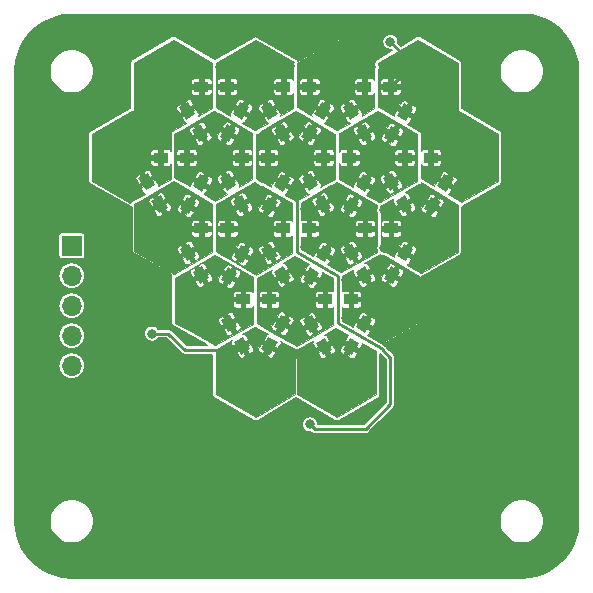
<source format=gbr>
G04 #@! TF.GenerationSoftware,KiCad,Pcbnew,(5.0.2)-1*
G04 #@! TF.CreationDate,2019-03-12T22:47:48+00:00*
G04 #@! TF.ProjectId,crazy-proto - SOT23 - Hex,6372617a-792d-4707-926f-746f202d2053,1.0*
G04 #@! TF.SameCoordinates,Original*
G04 #@! TF.FileFunction,Copper,L2,Bot*
G04 #@! TF.FilePolarity,Positive*
%FSLAX46Y46*%
G04 Gerber Fmt 4.6, Leading zero omitted, Abs format (unit mm)*
G04 Created by KiCad (PCBNEW (5.0.2)-1) date 12/03/2019 22:47:48*
%MOMM*%
%LPD*%
G01*
G04 APERTURE LIST*
G04 #@! TA.AperFunction,ComponentPad*
%ADD10R,1.700000X1.700000*%
G04 #@! TD*
G04 #@! TA.AperFunction,ComponentPad*
%ADD11O,1.700000X1.700000*%
G04 #@! TD*
G04 #@! TA.AperFunction,SMDPad,CuDef*
%ADD12C,0.900000*%
G04 #@! TD*
G04 #@! TA.AperFunction,Conductor*
%ADD13C,0.100000*%
G04 #@! TD*
G04 #@! TA.AperFunction,SMDPad,CuDef*
%ADD14R,1.200000X0.900000*%
G04 #@! TD*
G04 #@! TA.AperFunction,ViaPad*
%ADD15C,0.800000*%
G04 #@! TD*
G04 #@! TA.AperFunction,Conductor*
%ADD16C,0.250000*%
G04 #@! TD*
G04 #@! TA.AperFunction,Conductor*
%ADD17C,0.125400*%
G04 #@! TD*
G04 #@! TA.AperFunction,Conductor*
%ADD18C,0.152400*%
G04 #@! TD*
G04 APERTURE END LIST*
D10*
G04 #@! TO.P,J1,1*
G04 #@! TO.N,/J1.Vcc*
X118618000Y-93762400D03*
D11*
G04 #@! TO.P,J1,2*
G04 #@! TO.N,/J1.A*
X118618000Y-96302400D03*
G04 #@! TO.P,J1,3*
G04 #@! TO.N,/J1.B*
X118618000Y-98842400D03*
G04 #@! TO.P,J1,4*
G04 #@! TO.N,/J1.C*
X118618000Y-101382400D03*
G04 #@! TO.P,J1,5*
G04 #@! TO.N,/J1.Gnd*
X118618000Y-103922400D03*
G04 #@! TD*
D12*
G04 #@! TO.P,JP42,2*
G04 #@! TO.N,/Gnd*
X139853450Y-82335462D03*
D13*
G04 #@! TD*
G04 #@! TO.N,/Gnd*
G04 #@! TO.C,JP42*
G36*
X139943161Y-83080077D02*
X139163739Y-82630077D01*
X139763739Y-81590847D01*
X140543161Y-82040847D01*
X139943161Y-83080077D01*
X139943161Y-83080077D01*
G37*
D12*
G04 #@! TO.P,JP42,1*
G04 #@! TO.N,/D1*
X138753450Y-84240718D03*
D13*
G04 #@! TD*
G04 #@! TO.N,/D1*
G04 #@! TO.C,JP42*
G36*
X138843161Y-84985333D02*
X138063739Y-84535333D01*
X138663739Y-83496103D01*
X139443161Y-83946103D01*
X138843161Y-84985333D01*
X138843161Y-84985333D01*
G37*
D14*
G04 #@! TO.P,JP47,1*
G04 #@! TO.N,/D3*
X143438450Y-92296750D03*
G04 #@! TO.P,JP47,2*
G04 #@! TO.N,/Vcc*
X145638450Y-92296750D03*
G04 #@! TD*
G04 #@! TO.P,JP48,2*
G04 #@! TO.N,/D1*
X139928450Y-86296750D03*
G04 #@! TO.P,JP48,1*
G04 #@! TO.N,/B3*
X142128450Y-86296750D03*
G04 #@! TD*
D12*
G04 #@! TO.P,JP49,1*
G04 #@! TO.N,/B3*
X143353450Y-88444122D03*
D13*
G04 #@! TD*
G04 #@! TO.N,/B3*
G04 #@! TO.C,JP49*
G36*
X143263739Y-87699507D02*
X144043161Y-88149507D01*
X143443161Y-89188737D01*
X142663739Y-88738737D01*
X143263739Y-87699507D01*
X143263739Y-87699507D01*
G37*
D12*
G04 #@! TO.P,JP49,2*
G04 #@! TO.N,/D3*
X142253450Y-90349378D03*
D13*
G04 #@! TD*
G04 #@! TO.N,/D3*
G04 #@! TO.C,JP49*
G36*
X142163739Y-89604763D02*
X142943161Y-90054763D01*
X142343161Y-91093993D01*
X141563739Y-90643993D01*
X142163739Y-89604763D01*
X142163739Y-89604763D01*
G37*
D14*
G04 #@! TO.P,JP50,2*
G04 #@! TO.N,/D1*
X135208450Y-86296750D03*
G04 #@! TO.P,JP50,1*
G04 #@! TO.N,/A3*
X133008450Y-86296750D03*
G04 #@! TD*
D12*
G04 #@! TO.P,JP51,2*
G04 #@! TO.N,/D2*
X132955950Y-90253708D03*
D13*
G04 #@! TD*
G04 #@! TO.N,/D2*
G04 #@! TO.C,JP51*
G36*
X132266239Y-89959093D02*
X133045661Y-89509093D01*
X133645661Y-90548323D01*
X132866239Y-90998323D01*
X132266239Y-89959093D01*
X132266239Y-89959093D01*
G37*
D12*
G04 #@! TO.P,JP51,1*
G04 #@! TO.N,/A3*
X131855950Y-88348452D03*
D13*
G04 #@! TD*
G04 #@! TO.N,/A3*
G04 #@! TO.C,JP51*
G36*
X131166239Y-88053837D02*
X131945661Y-87603837D01*
X132545661Y-88643067D01*
X131766239Y-89093067D01*
X131166239Y-88053837D01*
X131166239Y-88053837D01*
G37*
D12*
G04 #@! TO.P,JP52,1*
G04 #@! TO.N,/C3*
X136450950Y-96245048D03*
D13*
G04 #@! TD*
G04 #@! TO.N,/C3*
G04 #@! TO.C,JP52*
G36*
X137140661Y-96539663D02*
X136361239Y-96989663D01*
X135761239Y-95950433D01*
X136540661Y-95500433D01*
X137140661Y-96539663D01*
X137140661Y-96539663D01*
G37*
D12*
G04 #@! TO.P,JP52,2*
G04 #@! TO.N,/D2*
X135350950Y-94339792D03*
D13*
G04 #@! TD*
G04 #@! TO.N,/D2*
G04 #@! TO.C,JP52*
G36*
X136040661Y-94634407D02*
X135261239Y-95084407D01*
X134661239Y-94045177D01*
X135440661Y-93595177D01*
X136040661Y-94634407D01*
X136040661Y-94634407D01*
G37*
D14*
G04 #@! TO.P,JP59,1*
G04 #@! TO.N,/C3*
X140043450Y-98296750D03*
G04 #@! TO.P,JP59,2*
G04 #@! TO.N,/Gnd*
X142243450Y-98296750D03*
G04 #@! TD*
G04 #@! TO.P,JP60,2*
G04 #@! TO.N,/A3*
X128338450Y-86296750D03*
G04 #@! TO.P,JP60,1*
G04 #@! TO.N,/A*
X126138450Y-86296750D03*
G04 #@! TD*
D12*
G04 #@! TO.P,JP61,2*
G04 #@! TO.N,/A3*
X129505950Y-84253708D03*
D13*
G04 #@! TD*
G04 #@! TO.N,/A3*
G04 #@! TO.C,JP61*
G36*
X128816239Y-83959093D02*
X129595661Y-83509093D01*
X130195661Y-84548323D01*
X129416239Y-84998323D01*
X128816239Y-83959093D01*
X128816239Y-83959093D01*
G37*
D12*
G04 #@! TO.P,JP61,1*
G04 #@! TO.N,/A*
X128405950Y-82348452D03*
D13*
G04 #@! TD*
G04 #@! TO.N,/A*
G04 #@! TO.C,JP61*
G36*
X127716239Y-82053837D02*
X128495661Y-81603837D01*
X129095661Y-82643067D01*
X128316239Y-83093067D01*
X127716239Y-82053837D01*
X127716239Y-82053837D01*
G37*
D12*
G04 #@! TO.P,JP62,1*
G04 #@! TO.N,/B*
X146850950Y-82448452D03*
D13*
G04 #@! TD*
G04 #@! TO.N,/B*
G04 #@! TO.C,JP62*
G36*
X146761239Y-81703837D02*
X147540661Y-82153837D01*
X146940661Y-83193067D01*
X146161239Y-82743067D01*
X146761239Y-81703837D01*
X146761239Y-81703837D01*
G37*
D12*
G04 #@! TO.P,JP62,2*
G04 #@! TO.N,/B3*
X145750950Y-84353708D03*
D13*
G04 #@! TD*
G04 #@! TO.N,/B3*
G04 #@! TO.C,JP62*
G36*
X145661239Y-83609093D02*
X146440661Y-84059093D01*
X145840661Y-85098323D01*
X145061239Y-84648323D01*
X145661239Y-83609093D01*
X145661239Y-83609093D01*
G37*
D14*
G04 #@! TO.P,JP63,2*
G04 #@! TO.N,/B3*
X146798450Y-86296750D03*
G04 #@! TO.P,JP63,1*
G04 #@! TO.N,/B*
X148998450Y-86296750D03*
G04 #@! TD*
D12*
G04 #@! TO.P,JP64,1*
G04 #@! TO.N,/C*
X135353450Y-102240718D03*
D13*
G04 #@! TD*
G04 #@! TO.N,/C*
G04 #@! TO.C,JP64*
G36*
X135443161Y-102985333D02*
X134663739Y-102535333D01*
X135263739Y-101496103D01*
X136043161Y-101946103D01*
X135443161Y-102985333D01*
X135443161Y-102985333D01*
G37*
D12*
G04 #@! TO.P,JP64,2*
G04 #@! TO.N,/C3*
X136453450Y-100335462D03*
D13*
G04 #@! TD*
G04 #@! TO.N,/C3*
G04 #@! TO.C,JP64*
G36*
X136543161Y-101080077D02*
X135763739Y-100630077D01*
X136363739Y-99590847D01*
X137143161Y-100040847D01*
X136543161Y-101080077D01*
X136543161Y-101080077D01*
G37*
D12*
G04 #@! TO.P,JP65,1*
G04 #@! TO.N,/C*
X139945950Y-102295048D03*
D13*
G04 #@! TD*
G04 #@! TO.N,/C*
G04 #@! TO.C,JP65*
G36*
X140635661Y-102589663D02*
X139856239Y-103039663D01*
X139256239Y-102000433D01*
X140035661Y-101550433D01*
X140635661Y-102589663D01*
X140635661Y-102589663D01*
G37*
D12*
G04 #@! TO.P,JP65,2*
G04 #@! TO.N,/C3*
X138845950Y-100389792D03*
D13*
G04 #@! TD*
G04 #@! TO.N,/C3*
G04 #@! TO.C,JP65*
G36*
X139535661Y-100684407D02*
X138756239Y-101134407D01*
X138156239Y-100095177D01*
X138935661Y-99645177D01*
X139535661Y-100684407D01*
X139535661Y-100684407D01*
G37*
D14*
G04 #@! TO.P,JP66,1*
G04 #@! TO.N,/Vcc*
X136538450Y-80296750D03*
G04 #@! TO.P,JP66,2*
G04 #@! TO.N,/Gnd*
X138738450Y-80296750D03*
G04 #@! TD*
D12*
G04 #@! TO.P,JP67,2*
G04 #@! TO.N,/Gnd*
X145748450Y-96258038D03*
D13*
G04 #@! TD*
G04 #@! TO.N,/Gnd*
G04 #@! TO.C,JP67*
G36*
X145658739Y-95513423D02*
X146438161Y-95963423D01*
X145838161Y-97002653D01*
X145058739Y-96552653D01*
X145658739Y-95513423D01*
X145658739Y-95513423D01*
G37*
D12*
G04 #@! TO.P,JP67,1*
G04 #@! TO.N,/Vcc*
X146848450Y-94352782D03*
D13*
G04 #@! TD*
G04 #@! TO.N,/Vcc*
G04 #@! TO.C,JP67*
G36*
X146758739Y-93608167D02*
X147538161Y-94058167D01*
X146938161Y-95097397D01*
X146158739Y-94647397D01*
X146758739Y-93608167D01*
X146758739Y-93608167D01*
G37*
D12*
G04 #@! TO.P,JP68,2*
G04 #@! TO.N,/Gnd*
X128455950Y-94339792D03*
D13*
G04 #@! TD*
G04 #@! TO.N,/Gnd*
G04 #@! TO.C,JP68*
G36*
X129145661Y-94634407D02*
X128366239Y-95084407D01*
X127766239Y-94045177D01*
X128545661Y-93595177D01*
X129145661Y-94634407D01*
X129145661Y-94634407D01*
G37*
D12*
G04 #@! TO.P,JP68,1*
G04 #@! TO.N,/Vcc*
X129555950Y-96245048D03*
D13*
G04 #@! TD*
G04 #@! TO.N,/Vcc*
G04 #@! TO.C,JP68*
G36*
X130245661Y-96539663D02*
X129466239Y-96989663D01*
X128866239Y-95950433D01*
X129645661Y-95500433D01*
X130245661Y-96539663D01*
X130245661Y-96539663D01*
G37*
D12*
G04 #@! TO.P,JP44,2*
G04 #@! TO.N,/Gnd*
X143355950Y-96253708D03*
D13*
G04 #@! TD*
G04 #@! TO.N,/Gnd*
G04 #@! TO.C,JP44*
G36*
X142666239Y-95959093D02*
X143445661Y-95509093D01*
X144045661Y-96548323D01*
X143266239Y-96998323D01*
X142666239Y-95959093D01*
X142666239Y-95959093D01*
G37*
D12*
G04 #@! TO.P,JP44,1*
G04 #@! TO.N,/D3*
X142255950Y-94348452D03*
D13*
G04 #@! TD*
G04 #@! TO.N,/D3*
G04 #@! TO.C,JP44*
G36*
X141566239Y-94053837D02*
X142345661Y-93603837D01*
X142945661Y-94643067D01*
X142166239Y-95093067D01*
X141566239Y-94053837D01*
X141566239Y-94053837D01*
G37*
D12*
G04 #@! TO.P,JP46,1*
G04 #@! TO.N,/D2*
X133050950Y-94448452D03*
D13*
G04 #@! TD*
G04 #@! TO.N,/D2*
G04 #@! TO.C,JP46*
G36*
X132961239Y-93703837D02*
X133740661Y-94153837D01*
X133140661Y-95193067D01*
X132361239Y-94743067D01*
X132961239Y-93703837D01*
X132961239Y-93703837D01*
G37*
D12*
G04 #@! TO.P,JP46,2*
G04 #@! TO.N,/Vcc*
X131950950Y-96353708D03*
D13*
G04 #@! TD*
G04 #@! TO.N,/Vcc*
G04 #@! TO.C,JP46*
G36*
X131861239Y-95609093D02*
X132640661Y-96059093D01*
X132040661Y-97098323D01*
X131261239Y-96648323D01*
X131861239Y-95609093D01*
X131861239Y-95609093D01*
G37*
D12*
G04 #@! TO.P,JP53,2*
G04 #@! TO.N,/D3*
X139955950Y-94439792D03*
D13*
G04 #@! TD*
G04 #@! TO.N,/D3*
G04 #@! TO.C,JP53*
G36*
X140045661Y-95184407D02*
X139266239Y-94734407D01*
X139866239Y-93695177D01*
X140645661Y-94145177D01*
X140045661Y-95184407D01*
X140045661Y-95184407D01*
G37*
D12*
G04 #@! TO.P,JP53,1*
G04 #@! TO.N,/C3*
X138855950Y-96345048D03*
D13*
G04 #@! TD*
G04 #@! TO.N,/C3*
G04 #@! TO.C,JP53*
G36*
X138945661Y-97089663D02*
X138166239Y-96639663D01*
X138766239Y-95600433D01*
X139545661Y-96050433D01*
X138945661Y-97089663D01*
X138945661Y-97089663D01*
G37*
D12*
G04 #@! TO.P,JP54,1*
G04 #@! TO.N,/A3*
X131855950Y-84245048D03*
D13*
G04 #@! TD*
G04 #@! TO.N,/A3*
G04 #@! TO.C,JP54*
G36*
X131945661Y-84989663D02*
X131166239Y-84539663D01*
X131766239Y-83500433D01*
X132545661Y-83950433D01*
X131945661Y-84989663D01*
X131945661Y-84989663D01*
G37*
D12*
G04 #@! TO.P,JP54,2*
G04 #@! TO.N,/Vcc*
X132955950Y-82339792D03*
D13*
G04 #@! TD*
G04 #@! TO.N,/Vcc*
G04 #@! TO.C,JP54*
G36*
X133045661Y-83084407D02*
X132266239Y-82634407D01*
X132866239Y-81595177D01*
X133645661Y-82045177D01*
X133045661Y-83084407D01*
X133045661Y-83084407D01*
G37*
D12*
G04 #@! TO.P,JP55,2*
G04 #@! TO.N,/Gnd*
X128448450Y-90358038D03*
D13*
G04 #@! TD*
G04 #@! TO.N,/Gnd*
G04 #@! TO.C,JP55*
G36*
X128358739Y-89613423D02*
X129138161Y-90063423D01*
X128538161Y-91102653D01*
X127758739Y-90652653D01*
X128358739Y-89613423D01*
X128358739Y-89613423D01*
G37*
D12*
G04 #@! TO.P,JP55,1*
G04 #@! TO.N,/A3*
X129548450Y-88452782D03*
D13*
G04 #@! TD*
G04 #@! TO.N,/A3*
G04 #@! TO.C,JP55*
G36*
X129458739Y-87708167D02*
X130238161Y-88158167D01*
X129638161Y-89197397D01*
X128858739Y-88747397D01*
X129458739Y-87708167D01*
X129458739Y-87708167D01*
G37*
D12*
G04 #@! TO.P,JP56,2*
G04 #@! TO.N,/Vcc*
X146760280Y-90256208D03*
D13*
G04 #@! TD*
G04 #@! TO.N,/Vcc*
G04 #@! TO.C,JP56*
G36*
X146070569Y-89961593D02*
X146849991Y-89511593D01*
X147449991Y-90550823D01*
X146670569Y-91000823D01*
X146070569Y-89961593D01*
X146070569Y-89961593D01*
G37*
D12*
G04 #@! TO.P,JP56,1*
G04 #@! TO.N,/B3*
X145660280Y-88350952D03*
D13*
G04 #@! TD*
G04 #@! TO.N,/B3*
G04 #@! TO.C,JP56*
G36*
X144970569Y-88056337D02*
X145749991Y-87606337D01*
X146349991Y-88645567D01*
X145570569Y-89095567D01*
X144970569Y-88056337D01*
X144970569Y-88056337D01*
G37*
D12*
G04 #@! TO.P,JP57,1*
G04 #@! TO.N,/B3*
X143350950Y-84245048D03*
D13*
G04 #@! TD*
G04 #@! TO.N,/B3*
G04 #@! TO.C,JP57*
G36*
X144040661Y-84539663D02*
X143261239Y-84989663D01*
X142661239Y-83950433D01*
X143440661Y-83500433D01*
X144040661Y-84539663D01*
X144040661Y-84539663D01*
G37*
D12*
G04 #@! TO.P,JP57,2*
G04 #@! TO.N,/Gnd*
X142250950Y-82339792D03*
D13*
G04 #@! TD*
G04 #@! TO.N,/Gnd*
G04 #@! TO.C,JP57*
G36*
X142940661Y-82634407D02*
X142161239Y-83084407D01*
X141561239Y-82045177D01*
X142340661Y-81595177D01*
X142940661Y-82634407D01*
X142940661Y-82634407D01*
G37*
D14*
G04 #@! TO.P,JP58,1*
G04 #@! TO.N,/C3*
X135328450Y-98296750D03*
G04 #@! TO.P,JP58,2*
G04 #@! TO.N,/Vcc*
X133128450Y-98296750D03*
G04 #@! TD*
D12*
G04 #@! TO.P,JP27,1*
G04 #@! TO.N,/D1*
X136450950Y-84245048D03*
D13*
G04 #@! TD*
G04 #@! TO.N,/D1*
G04 #@! TO.C,JP27*
G36*
X137140661Y-84539663D02*
X136361239Y-84989663D01*
X135761239Y-83950433D01*
X136540661Y-83500433D01*
X137140661Y-84539663D01*
X137140661Y-84539663D01*
G37*
D12*
G04 #@! TO.P,JP27,2*
G04 #@! TO.N,/Vcc*
X135350950Y-82339792D03*
D13*
G04 #@! TD*
G04 #@! TO.N,/Vcc*
G04 #@! TO.C,JP27*
G36*
X136040661Y-82634407D02*
X135261239Y-83084407D01*
X134661239Y-82045177D01*
X135440661Y-81595177D01*
X136040661Y-82634407D01*
X136040661Y-82634407D01*
G37*
D14*
G04 #@! TO.P,JP43,1*
G04 #@! TO.N,/D2*
X131793450Y-92296750D03*
G04 #@! TO.P,JP43,2*
G04 #@! TO.N,/Gnd*
X129593450Y-92296750D03*
G04 #@! TD*
G04 #@! TO.P,JP72,1*
G04 #@! TO.N,/D3*
X138693450Y-92296750D03*
G04 #@! TO.P,JP72,2*
G04 #@! TO.N,/D2*
X136493450Y-92296750D03*
G04 #@! TD*
D12*
G04 #@! TO.P,JP73,1*
G04 #@! TO.N,/D1*
X136453450Y-88452782D03*
D13*
G04 #@! TD*
G04 #@! TO.N,/D1*
G04 #@! TO.C,JP73*
G36*
X136363739Y-87708167D02*
X137143161Y-88158167D01*
X136543161Y-89197397D01*
X135763739Y-88747397D01*
X136363739Y-87708167D01*
X136363739Y-87708167D01*
G37*
D12*
G04 #@! TO.P,JP73,2*
G04 #@! TO.N,/D2*
X135353450Y-90358038D03*
D13*
G04 #@! TD*
G04 #@! TO.N,/D2*
G04 #@! TO.C,JP73*
G36*
X135263739Y-89613423D02*
X136043161Y-90063423D01*
X135443161Y-91102653D01*
X134663739Y-90652653D01*
X135263739Y-89613423D01*
X135263739Y-89613423D01*
G37*
D12*
G04 #@! TO.P,JP74,2*
G04 #@! TO.N,/D3*
X139860950Y-90253708D03*
D13*
G04 #@! TD*
G04 #@! TO.N,/D3*
G04 #@! TO.C,JP74*
G36*
X139171239Y-89959093D02*
X139950661Y-89509093D01*
X140550661Y-90548323D01*
X139771239Y-90998323D01*
X139171239Y-89959093D01*
X139171239Y-89959093D01*
G37*
D12*
G04 #@! TO.P,JP74,1*
G04 #@! TO.N,/D1*
X138760950Y-88348452D03*
D13*
G04 #@! TD*
G04 #@! TO.N,/D1*
G04 #@! TO.C,JP74*
G36*
X138071239Y-88053837D02*
X138850661Y-87603837D01*
X139450661Y-88643067D01*
X138671239Y-89093067D01*
X138071239Y-88053837D01*
X138071239Y-88053837D01*
G37*
D14*
G04 #@! TO.P,JP75,2*
G04 #@! TO.N,/Vcc*
X131788450Y-80296750D03*
G04 #@! TO.P,JP75,1*
G04 #@! TO.N,/A*
X129588450Y-80296750D03*
G04 #@! TD*
D12*
G04 #@! TO.P,JP76,1*
G04 #@! TO.N,/B*
X150255950Y-88448452D03*
D13*
G04 #@! TD*
G04 #@! TO.N,/B*
G04 #@! TO.C,JP76*
G36*
X150166239Y-87703837D02*
X150945661Y-88153837D01*
X150345661Y-89193067D01*
X149566239Y-88743067D01*
X150166239Y-87703837D01*
X150166239Y-87703837D01*
G37*
D12*
G04 #@! TO.P,JP76,2*
G04 #@! TO.N,/Vcc*
X149155950Y-90353708D03*
D13*
G04 #@! TD*
G04 #@! TO.N,/Vcc*
G04 #@! TO.C,JP76*
G36*
X149066239Y-89609093D02*
X149845661Y-90059093D01*
X149245661Y-91098323D01*
X148466239Y-90648323D01*
X149066239Y-89609093D01*
X149066239Y-89609093D01*
G37*
D12*
G04 #@! TO.P,JP77,2*
G04 #@! TO.N,/Vcc*
X131955950Y-100339792D03*
D13*
G04 #@! TD*
G04 #@! TO.N,/Vcc*
G04 #@! TO.C,JP77*
G36*
X132645661Y-100634407D02*
X131866239Y-101084407D01*
X131266239Y-100045177D01*
X132045661Y-99595177D01*
X132645661Y-100634407D01*
X132645661Y-100634407D01*
G37*
D12*
G04 #@! TO.P,JP77,1*
G04 #@! TO.N,/C*
X133055950Y-102245048D03*
D13*
G04 #@! TD*
G04 #@! TO.N,/C*
G04 #@! TO.C,JP77*
G36*
X133745661Y-102539663D02*
X132966239Y-102989663D01*
X132366239Y-101950433D01*
X133145661Y-101500433D01*
X133745661Y-102539663D01*
X133745661Y-102539663D01*
G37*
D12*
G04 #@! TO.P,JP78,1*
G04 #@! TO.N,/A*
X124953450Y-88344122D03*
D13*
G04 #@! TD*
G04 #@! TO.N,/A*
G04 #@! TO.C,JP78*
G36*
X124263739Y-88049507D02*
X125043161Y-87599507D01*
X125643161Y-88638737D01*
X124863739Y-89088737D01*
X124263739Y-88049507D01*
X124263739Y-88049507D01*
G37*
D12*
G04 #@! TO.P,JP78,2*
G04 #@! TO.N,/Gnd*
X126053450Y-90249378D03*
D13*
G04 #@! TD*
G04 #@! TO.N,/Gnd*
G04 #@! TO.C,JP78*
G36*
X125363739Y-89954763D02*
X126143161Y-89504763D01*
X126743161Y-90543993D01*
X125963739Y-90993993D01*
X125363739Y-89954763D01*
X125363739Y-89954763D01*
G37*
D14*
G04 #@! TO.P,JP79,2*
G04 #@! TO.N,/Gnd*
X143398450Y-80296750D03*
G04 #@! TO.P,JP79,1*
G04 #@! TO.N,/B*
X145598450Y-80296750D03*
G04 #@! TD*
D12*
G04 #@! TO.P,JP80,1*
G04 #@! TO.N,/C*
X142260950Y-102295048D03*
D13*
G04 #@! TD*
G04 #@! TO.N,/C*
G04 #@! TO.C,JP80*
G36*
X142350661Y-103039663D02*
X141571239Y-102589663D01*
X142171239Y-101550433D01*
X142950661Y-102000433D01*
X142350661Y-103039663D01*
X142350661Y-103039663D01*
G37*
D12*
G04 #@! TO.P,JP80,2*
G04 #@! TO.N,/Gnd*
X143360950Y-100389792D03*
D13*
G04 #@! TD*
G04 #@! TO.N,/Gnd*
G04 #@! TO.C,JP80*
G36*
X143450661Y-101134407D02*
X142671239Y-100684407D01*
X143271239Y-99645177D01*
X144050661Y-100095177D01*
X143450661Y-101134407D01*
X143450661Y-101134407D01*
G37*
D15*
G04 #@! TO.N,/Vcc*
X131158000Y-78630000D03*
X137058000Y-78530000D03*
X134158000Y-76930000D03*
X131258000Y-81930000D03*
X134158000Y-83630000D03*
X137050000Y-81900000D03*
X145058000Y-90730000D03*
X145058000Y-93930000D03*
X147958000Y-95530000D03*
X150658000Y-93930000D03*
X150758000Y-90730000D03*
X147958000Y-89030000D03*
X130750000Y-94950000D03*
X127858000Y-96630000D03*
X127858000Y-99930000D03*
X130758000Y-101200000D03*
X133250000Y-96675000D03*
X133150000Y-99625000D03*
G04 #@! TO.N,/Gnd*
X138158000Y-81930000D03*
X138158000Y-78630000D03*
X141058000Y-76930000D03*
X143950000Y-78650000D03*
X141058000Y-83630000D03*
X127158000Y-88930000D03*
X124358000Y-90630000D03*
X124358000Y-93930000D03*
X127258000Y-95630000D03*
X130100000Y-93925000D03*
X130058000Y-90630000D03*
X144558000Y-95030000D03*
X144700000Y-100900000D03*
X147358000Y-99930000D03*
X147358000Y-96630000D03*
X141875010Y-99891437D03*
X141875010Y-96650000D03*
X120100000Y-109100000D03*
G04 #@! TO.N,/D1*
X137558000Y-83030000D03*
X134758000Y-84630000D03*
X140458000Y-84530000D03*
X140358000Y-88030000D03*
X134758000Y-88030000D03*
X137650000Y-89550000D03*
X138800000Y-108900000D03*
G04 #@! TO.N,/D2*
X134158000Y-88930000D03*
X131300000Y-90600000D03*
X136900000Y-90650000D03*
X131300000Y-93925000D03*
X136900000Y-93900000D03*
X134200000Y-95500000D03*
G04 #@! TO.N,/D3*
X141058000Y-88975000D03*
X138400000Y-90650000D03*
X143958000Y-90750000D03*
X143958000Y-93925000D03*
X141165091Y-95473591D03*
X138402783Y-93895130D03*
G04 #@! TO.N,/A*
X126675000Y-83950000D03*
G04 #@! TO.N,/B*
X148575000Y-83925000D03*
X145600000Y-76500000D03*
G04 #@! TO.N,/C*
X125400000Y-101200000D03*
X137650000Y-102975000D03*
G04 #@! TD*
D16*
G04 #@! TO.N,/D1*
X137650000Y-94300000D02*
X137650000Y-89650000D01*
X141150000Y-96300000D02*
X137650000Y-94300000D01*
X141150000Y-100350000D02*
X141150000Y-96300000D01*
X144950000Y-102550000D02*
X141150000Y-100350000D01*
X139200000Y-109300000D02*
X143500000Y-109300000D01*
X138800000Y-108900000D02*
X139200000Y-109300000D01*
X143500000Y-109300000D02*
X145600000Y-107200000D01*
X145600000Y-107200000D02*
X145600000Y-103250000D01*
X145600000Y-103250000D02*
X144950000Y-102600000D01*
X144950000Y-102600000D02*
X144950000Y-102550000D01*
G04 #@! TO.N,/B*
X146500000Y-79395200D02*
X145598450Y-80296750D01*
X145600000Y-76500000D02*
X146500000Y-77400000D01*
X146500000Y-77400000D02*
X146500000Y-79395200D01*
G04 #@! TO.N,/C*
X125400000Y-101200000D02*
X126800000Y-101200000D01*
X132354952Y-102245048D02*
X133055950Y-102245048D01*
X132000000Y-102600000D02*
X132354952Y-102245048D01*
X128200000Y-102600000D02*
X132000000Y-102600000D01*
X126800000Y-101200000D02*
X128200000Y-102600000D01*
G04 #@! TD*
D17*
G04 #@! TO.N,/A*
G36*
X130490580Y-78255417D02*
X130482447Y-78296306D01*
X130482447Y-82103545D01*
X129323233Y-82775554D01*
X129342713Y-82736052D01*
X129356107Y-82686068D01*
X129359491Y-82634430D01*
X129352737Y-82583126D01*
X129336103Y-82534125D01*
X129151654Y-82214649D01*
X129061940Y-82190610D01*
X128667271Y-82418473D01*
X128677271Y-82435793D01*
X128345929Y-82627093D01*
X128335929Y-82609773D01*
X127941260Y-82837635D01*
X127917221Y-82927349D01*
X128101671Y-83246825D01*
X128135790Y-83285731D01*
X128176844Y-83317232D01*
X128223255Y-83340120D01*
X128273240Y-83353513D01*
X128320869Y-83356634D01*
X127120107Y-84052728D01*
X127066102Y-84094243D01*
X127062985Y-84098908D01*
X126543312Y-83805180D01*
X126532070Y-83800210D01*
X126520075Y-83797528D01*
X126507787Y-83797238D01*
X126495679Y-83799351D01*
X126484215Y-83803786D01*
X126473837Y-83810372D01*
X126464943Y-83818856D01*
X126457876Y-83828912D01*
X126452906Y-83840154D01*
X126450224Y-83852149D01*
X126449934Y-83864437D01*
X126452047Y-83876545D01*
X126456482Y-83888009D01*
X126463068Y-83898387D01*
X126471552Y-83907281D01*
X126481266Y-83914154D01*
X127002470Y-84213080D01*
X126989159Y-84280000D01*
X126989159Y-85765547D01*
X126971252Y-85722315D01*
X126942503Y-85679289D01*
X126905912Y-85642698D01*
X126862885Y-85613948D01*
X126815077Y-85594145D01*
X126764324Y-85584050D01*
X126395425Y-85584050D01*
X126329750Y-85649725D01*
X126329750Y-86105450D01*
X126349750Y-86105450D01*
X126349750Y-86488050D01*
X126329750Y-86488050D01*
X126329750Y-86943775D01*
X126395425Y-87009450D01*
X126764324Y-87009450D01*
X126815077Y-86999355D01*
X126862885Y-86979552D01*
X126905912Y-86950802D01*
X126942503Y-86914211D01*
X126971252Y-86871185D01*
X126989159Y-86827953D01*
X126989159Y-88082200D01*
X125894163Y-88716980D01*
X125903607Y-88681738D01*
X125906991Y-88630100D01*
X125900237Y-88578796D01*
X125883603Y-88529795D01*
X125699154Y-88210319D01*
X125609440Y-88186280D01*
X125214771Y-88414143D01*
X125224771Y-88431463D01*
X124893429Y-88622763D01*
X124883429Y-88605443D01*
X124488760Y-88833305D01*
X124464721Y-88923019D01*
X124649171Y-89242495D01*
X124683290Y-89281401D01*
X124724344Y-89312902D01*
X124770755Y-89335790D01*
X124809027Y-89346045D01*
X123676248Y-90002728D01*
X123622243Y-90044243D01*
X123580046Y-90107396D01*
X120370700Y-88293417D01*
X120370700Y-88058144D01*
X123999909Y-88058144D01*
X124006663Y-88109448D01*
X124023297Y-88158449D01*
X124207746Y-88477925D01*
X124297460Y-88501964D01*
X124692129Y-88274101D01*
X124389267Y-87749528D01*
X124299553Y-87725489D01*
X124154796Y-87809065D01*
X124109982Y-87834938D01*
X124071076Y-87869057D01*
X124039574Y-87910112D01*
X124016687Y-87956522D01*
X124003293Y-88006506D01*
X123999909Y-88058144D01*
X120370700Y-88058144D01*
X120370700Y-87558228D01*
X124720608Y-87558228D01*
X125023471Y-88082801D01*
X125418140Y-87854939D01*
X125442179Y-87765225D01*
X125257729Y-87445749D01*
X125223610Y-87406843D01*
X125182556Y-87375342D01*
X125136145Y-87352454D01*
X125086160Y-87339061D01*
X125034524Y-87335677D01*
X124983219Y-87342431D01*
X124934218Y-87359065D01*
X124889404Y-87384939D01*
X124744647Y-87468514D01*
X124720608Y-87558228D01*
X120370700Y-87558228D01*
X120370700Y-86553725D01*
X125275750Y-86553725D01*
X125275750Y-86772623D01*
X125285845Y-86823376D01*
X125305648Y-86871185D01*
X125334397Y-86914211D01*
X125370988Y-86950802D01*
X125414015Y-86979552D01*
X125461823Y-86999355D01*
X125512576Y-87009450D01*
X125881475Y-87009450D01*
X125947150Y-86943775D01*
X125947150Y-86488050D01*
X125341425Y-86488050D01*
X125275750Y-86553725D01*
X120370700Y-86553725D01*
X120370700Y-85820877D01*
X125275750Y-85820877D01*
X125275750Y-86039775D01*
X125341425Y-86105450D01*
X125947150Y-86105450D01*
X125947150Y-85649725D01*
X125881475Y-85584050D01*
X125512576Y-85584050D01*
X125461823Y-85594145D01*
X125414015Y-85613948D01*
X125370988Y-85642698D01*
X125334397Y-85679289D01*
X125305648Y-85722315D01*
X125285845Y-85770124D01*
X125275750Y-85820877D01*
X120370700Y-85820877D01*
X120370700Y-84316126D01*
X123758168Y-82352376D01*
X123776806Y-82363066D01*
X123788017Y-82368106D01*
X123799995Y-82370863D01*
X123812281Y-82371230D01*
X123824402Y-82369193D01*
X123835893Y-82364830D01*
X123846312Y-82358309D01*
X123855259Y-82349881D01*
X123862390Y-82339870D01*
X123867430Y-82328659D01*
X123870187Y-82316681D01*
X123870700Y-82308676D01*
X123870700Y-82062474D01*
X127452409Y-82062474D01*
X127459163Y-82113778D01*
X127475797Y-82162779D01*
X127660246Y-82482255D01*
X127749960Y-82506294D01*
X128144629Y-82278431D01*
X127841767Y-81753858D01*
X127752053Y-81729819D01*
X127607296Y-81813395D01*
X127562482Y-81839268D01*
X127523576Y-81873387D01*
X127492074Y-81914442D01*
X127469187Y-81960852D01*
X127455793Y-82010836D01*
X127452409Y-82062474D01*
X123870700Y-82062474D01*
X123870700Y-81562558D01*
X128173108Y-81562558D01*
X128475971Y-82087131D01*
X128870640Y-81859269D01*
X128894679Y-81769555D01*
X128710229Y-81450079D01*
X128676110Y-81411173D01*
X128635056Y-81379672D01*
X128588645Y-81356784D01*
X128538660Y-81343391D01*
X128487024Y-81340007D01*
X128435719Y-81346761D01*
X128386718Y-81363395D01*
X128341904Y-81389269D01*
X128197147Y-81472844D01*
X128173108Y-81562558D01*
X123870700Y-81562558D01*
X123870700Y-80553725D01*
X128725750Y-80553725D01*
X128725750Y-80772623D01*
X128735845Y-80823376D01*
X128755648Y-80871185D01*
X128784397Y-80914211D01*
X128820988Y-80950802D01*
X128864015Y-80979552D01*
X128911823Y-80999355D01*
X128962576Y-81009450D01*
X129331475Y-81009450D01*
X129397150Y-80943775D01*
X129397150Y-80488050D01*
X129779750Y-80488050D01*
X129779750Y-80943775D01*
X129845425Y-81009450D01*
X130214324Y-81009450D01*
X130265077Y-80999355D01*
X130312885Y-80979552D01*
X130355912Y-80950802D01*
X130392503Y-80914211D01*
X130421252Y-80871185D01*
X130441055Y-80823376D01*
X130451150Y-80772623D01*
X130451150Y-80553725D01*
X130385475Y-80488050D01*
X129779750Y-80488050D01*
X129397150Y-80488050D01*
X128791425Y-80488050D01*
X128725750Y-80553725D01*
X123870700Y-80553725D01*
X123870700Y-79820877D01*
X128725750Y-79820877D01*
X128725750Y-80039775D01*
X128791425Y-80105450D01*
X129397150Y-80105450D01*
X129397150Y-79649725D01*
X129779750Y-79649725D01*
X129779750Y-80105450D01*
X130385475Y-80105450D01*
X130451150Y-80039775D01*
X130451150Y-79820877D01*
X130441055Y-79770124D01*
X130421252Y-79722315D01*
X130392503Y-79679289D01*
X130355912Y-79642698D01*
X130312885Y-79613948D01*
X130265077Y-79594145D01*
X130214324Y-79584050D01*
X129845425Y-79584050D01*
X129779750Y-79649725D01*
X129397150Y-79649725D01*
X129331475Y-79584050D01*
X128962576Y-79584050D01*
X128911823Y-79594145D01*
X128864015Y-79613948D01*
X128820988Y-79642698D01*
X128784397Y-79679289D01*
X128755648Y-79722315D01*
X128735845Y-79770124D01*
X128725750Y-79820877D01*
X123870700Y-79820877D01*
X123870700Y-78317282D01*
X127257769Y-76353763D01*
X130490580Y-78255417D01*
X130490580Y-78255417D01*
G37*
X130490580Y-78255417D02*
X130482447Y-78296306D01*
X130482447Y-82103545D01*
X129323233Y-82775554D01*
X129342713Y-82736052D01*
X129356107Y-82686068D01*
X129359491Y-82634430D01*
X129352737Y-82583126D01*
X129336103Y-82534125D01*
X129151654Y-82214649D01*
X129061940Y-82190610D01*
X128667271Y-82418473D01*
X128677271Y-82435793D01*
X128345929Y-82627093D01*
X128335929Y-82609773D01*
X127941260Y-82837635D01*
X127917221Y-82927349D01*
X128101671Y-83246825D01*
X128135790Y-83285731D01*
X128176844Y-83317232D01*
X128223255Y-83340120D01*
X128273240Y-83353513D01*
X128320869Y-83356634D01*
X127120107Y-84052728D01*
X127066102Y-84094243D01*
X127062985Y-84098908D01*
X126543312Y-83805180D01*
X126532070Y-83800210D01*
X126520075Y-83797528D01*
X126507787Y-83797238D01*
X126495679Y-83799351D01*
X126484215Y-83803786D01*
X126473837Y-83810372D01*
X126464943Y-83818856D01*
X126457876Y-83828912D01*
X126452906Y-83840154D01*
X126450224Y-83852149D01*
X126449934Y-83864437D01*
X126452047Y-83876545D01*
X126456482Y-83888009D01*
X126463068Y-83898387D01*
X126471552Y-83907281D01*
X126481266Y-83914154D01*
X127002470Y-84213080D01*
X126989159Y-84280000D01*
X126989159Y-85765547D01*
X126971252Y-85722315D01*
X126942503Y-85679289D01*
X126905912Y-85642698D01*
X126862885Y-85613948D01*
X126815077Y-85594145D01*
X126764324Y-85584050D01*
X126395425Y-85584050D01*
X126329750Y-85649725D01*
X126329750Y-86105450D01*
X126349750Y-86105450D01*
X126349750Y-86488050D01*
X126329750Y-86488050D01*
X126329750Y-86943775D01*
X126395425Y-87009450D01*
X126764324Y-87009450D01*
X126815077Y-86999355D01*
X126862885Y-86979552D01*
X126905912Y-86950802D01*
X126942503Y-86914211D01*
X126971252Y-86871185D01*
X126989159Y-86827953D01*
X126989159Y-88082200D01*
X125894163Y-88716980D01*
X125903607Y-88681738D01*
X125906991Y-88630100D01*
X125900237Y-88578796D01*
X125883603Y-88529795D01*
X125699154Y-88210319D01*
X125609440Y-88186280D01*
X125214771Y-88414143D01*
X125224771Y-88431463D01*
X124893429Y-88622763D01*
X124883429Y-88605443D01*
X124488760Y-88833305D01*
X124464721Y-88923019D01*
X124649171Y-89242495D01*
X124683290Y-89281401D01*
X124724344Y-89312902D01*
X124770755Y-89335790D01*
X124809027Y-89346045D01*
X123676248Y-90002728D01*
X123622243Y-90044243D01*
X123580046Y-90107396D01*
X120370700Y-88293417D01*
X120370700Y-88058144D01*
X123999909Y-88058144D01*
X124006663Y-88109448D01*
X124023297Y-88158449D01*
X124207746Y-88477925D01*
X124297460Y-88501964D01*
X124692129Y-88274101D01*
X124389267Y-87749528D01*
X124299553Y-87725489D01*
X124154796Y-87809065D01*
X124109982Y-87834938D01*
X124071076Y-87869057D01*
X124039574Y-87910112D01*
X124016687Y-87956522D01*
X124003293Y-88006506D01*
X123999909Y-88058144D01*
X120370700Y-88058144D01*
X120370700Y-87558228D01*
X124720608Y-87558228D01*
X125023471Y-88082801D01*
X125418140Y-87854939D01*
X125442179Y-87765225D01*
X125257729Y-87445749D01*
X125223610Y-87406843D01*
X125182556Y-87375342D01*
X125136145Y-87352454D01*
X125086160Y-87339061D01*
X125034524Y-87335677D01*
X124983219Y-87342431D01*
X124934218Y-87359065D01*
X124889404Y-87384939D01*
X124744647Y-87468514D01*
X124720608Y-87558228D01*
X120370700Y-87558228D01*
X120370700Y-86553725D01*
X125275750Y-86553725D01*
X125275750Y-86772623D01*
X125285845Y-86823376D01*
X125305648Y-86871185D01*
X125334397Y-86914211D01*
X125370988Y-86950802D01*
X125414015Y-86979552D01*
X125461823Y-86999355D01*
X125512576Y-87009450D01*
X125881475Y-87009450D01*
X125947150Y-86943775D01*
X125947150Y-86488050D01*
X125341425Y-86488050D01*
X125275750Y-86553725D01*
X120370700Y-86553725D01*
X120370700Y-85820877D01*
X125275750Y-85820877D01*
X125275750Y-86039775D01*
X125341425Y-86105450D01*
X125947150Y-86105450D01*
X125947150Y-85649725D01*
X125881475Y-85584050D01*
X125512576Y-85584050D01*
X125461823Y-85594145D01*
X125414015Y-85613948D01*
X125370988Y-85642698D01*
X125334397Y-85679289D01*
X125305648Y-85722315D01*
X125285845Y-85770124D01*
X125275750Y-85820877D01*
X120370700Y-85820877D01*
X120370700Y-84316126D01*
X123758168Y-82352376D01*
X123776806Y-82363066D01*
X123788017Y-82368106D01*
X123799995Y-82370863D01*
X123812281Y-82371230D01*
X123824402Y-82369193D01*
X123835893Y-82364830D01*
X123846312Y-82358309D01*
X123855259Y-82349881D01*
X123862390Y-82339870D01*
X123867430Y-82328659D01*
X123870187Y-82316681D01*
X123870700Y-82308676D01*
X123870700Y-82062474D01*
X127452409Y-82062474D01*
X127459163Y-82113778D01*
X127475797Y-82162779D01*
X127660246Y-82482255D01*
X127749960Y-82506294D01*
X128144629Y-82278431D01*
X127841767Y-81753858D01*
X127752053Y-81729819D01*
X127607296Y-81813395D01*
X127562482Y-81839268D01*
X127523576Y-81873387D01*
X127492074Y-81914442D01*
X127469187Y-81960852D01*
X127455793Y-82010836D01*
X127452409Y-82062474D01*
X123870700Y-82062474D01*
X123870700Y-81562558D01*
X128173108Y-81562558D01*
X128475971Y-82087131D01*
X128870640Y-81859269D01*
X128894679Y-81769555D01*
X128710229Y-81450079D01*
X128676110Y-81411173D01*
X128635056Y-81379672D01*
X128588645Y-81356784D01*
X128538660Y-81343391D01*
X128487024Y-81340007D01*
X128435719Y-81346761D01*
X128386718Y-81363395D01*
X128341904Y-81389269D01*
X128197147Y-81472844D01*
X128173108Y-81562558D01*
X123870700Y-81562558D01*
X123870700Y-80553725D01*
X128725750Y-80553725D01*
X128725750Y-80772623D01*
X128735845Y-80823376D01*
X128755648Y-80871185D01*
X128784397Y-80914211D01*
X128820988Y-80950802D01*
X128864015Y-80979552D01*
X128911823Y-80999355D01*
X128962576Y-81009450D01*
X129331475Y-81009450D01*
X129397150Y-80943775D01*
X129397150Y-80488050D01*
X129779750Y-80488050D01*
X129779750Y-80943775D01*
X129845425Y-81009450D01*
X130214324Y-81009450D01*
X130265077Y-80999355D01*
X130312885Y-80979552D01*
X130355912Y-80950802D01*
X130392503Y-80914211D01*
X130421252Y-80871185D01*
X130441055Y-80823376D01*
X130451150Y-80772623D01*
X130451150Y-80553725D01*
X130385475Y-80488050D01*
X129779750Y-80488050D01*
X129397150Y-80488050D01*
X128791425Y-80488050D01*
X128725750Y-80553725D01*
X123870700Y-80553725D01*
X123870700Y-79820877D01*
X128725750Y-79820877D01*
X128725750Y-80039775D01*
X128791425Y-80105450D01*
X129397150Y-80105450D01*
X129397150Y-79649725D01*
X129779750Y-79649725D01*
X129779750Y-80105450D01*
X130385475Y-80105450D01*
X130451150Y-80039775D01*
X130451150Y-79820877D01*
X130441055Y-79770124D01*
X130421252Y-79722315D01*
X130392503Y-79679289D01*
X130355912Y-79642698D01*
X130312885Y-79613948D01*
X130265077Y-79594145D01*
X130214324Y-79584050D01*
X129845425Y-79584050D01*
X129779750Y-79649725D01*
X129397150Y-79649725D01*
X129331475Y-79584050D01*
X128962576Y-79584050D01*
X128911823Y-79594145D01*
X128864015Y-79613948D01*
X128820988Y-79642698D01*
X128784397Y-79679289D01*
X128755648Y-79722315D01*
X128735845Y-79770124D01*
X128725750Y-79820877D01*
X123870700Y-79820877D01*
X123870700Y-78317282D01*
X127257769Y-76353763D01*
X130490580Y-78255417D01*
G04 #@! TO.N,/Vcc*
G36*
X137394906Y-78251261D02*
X137387211Y-78289947D01*
X137387211Y-79760844D01*
X137371252Y-79722315D01*
X137342503Y-79679289D01*
X137305912Y-79642698D01*
X137262885Y-79613948D01*
X137215077Y-79594145D01*
X137164324Y-79584050D01*
X136795425Y-79584050D01*
X136729750Y-79649725D01*
X136729750Y-80105450D01*
X136749750Y-80105450D01*
X136749750Y-80488050D01*
X136729750Y-80488050D01*
X136729750Y-80943775D01*
X136795425Y-81009450D01*
X137164324Y-81009450D01*
X137215077Y-80999355D01*
X137262885Y-80979552D01*
X137305912Y-80950802D01*
X137342503Y-80914211D01*
X137371252Y-80871185D01*
X137387211Y-80832656D01*
X137387211Y-82104344D01*
X136277809Y-82747475D01*
X136287713Y-82727392D01*
X136301107Y-82677408D01*
X136304491Y-82625770D01*
X136297737Y-82574466D01*
X136281103Y-82525465D01*
X136096654Y-82205989D01*
X136006940Y-82181950D01*
X135612271Y-82409813D01*
X135622271Y-82427133D01*
X135290929Y-82618433D01*
X135280929Y-82601113D01*
X134886260Y-82828975D01*
X134862221Y-82918689D01*
X135046671Y-83238165D01*
X135080790Y-83277071D01*
X135121844Y-83308572D01*
X135168255Y-83331460D01*
X135218240Y-83344853D01*
X135244378Y-83346566D01*
X134130692Y-83992181D01*
X133035688Y-83348061D01*
X133037024Y-83348237D01*
X133088660Y-83344853D01*
X133138645Y-83331460D01*
X133185056Y-83308572D01*
X133226110Y-83277071D01*
X133260229Y-83238165D01*
X133444679Y-82918689D01*
X133420640Y-82828975D01*
X133025971Y-82601113D01*
X133015971Y-82618433D01*
X132684629Y-82427133D01*
X132694629Y-82409813D01*
X132452070Y-82269771D01*
X133217271Y-82269771D01*
X133611940Y-82497634D01*
X133701654Y-82473595D01*
X133886103Y-82154119D01*
X133902737Y-82105118D01*
X133909491Y-82053814D01*
X134397409Y-82053814D01*
X134404163Y-82105118D01*
X134420797Y-82154119D01*
X134605246Y-82473595D01*
X134694960Y-82497634D01*
X135089629Y-82269771D01*
X134786767Y-81745198D01*
X134697053Y-81721159D01*
X134552296Y-81804735D01*
X134507482Y-81830608D01*
X134468576Y-81864727D01*
X134437074Y-81905782D01*
X134414187Y-81952192D01*
X134400793Y-82002176D01*
X134397409Y-82053814D01*
X133909491Y-82053814D01*
X133906107Y-82002176D01*
X133892713Y-81952192D01*
X133869826Y-81905782D01*
X133838324Y-81864727D01*
X133799418Y-81830608D01*
X133754604Y-81804735D01*
X133609847Y-81721159D01*
X133520133Y-81745198D01*
X133217271Y-82269771D01*
X132452070Y-82269771D01*
X132299960Y-82181950D01*
X132210246Y-82205989D01*
X132025797Y-82525465D01*
X132009163Y-82574466D01*
X132002409Y-82625770D01*
X132005793Y-82677408D01*
X132019187Y-82727392D01*
X132034975Y-82759406D01*
X130835053Y-82053570D01*
X130807847Y-82042199D01*
X130807847Y-81760895D01*
X132467221Y-81760895D01*
X132491260Y-81850609D01*
X132885929Y-82078471D01*
X133188792Y-81553898D01*
X135118108Y-81553898D01*
X135420971Y-82078471D01*
X135815640Y-81850609D01*
X135839679Y-81760895D01*
X135655229Y-81441419D01*
X135621110Y-81402513D01*
X135580056Y-81371012D01*
X135533645Y-81348124D01*
X135483660Y-81334731D01*
X135432024Y-81331347D01*
X135380719Y-81338101D01*
X135331718Y-81354735D01*
X135286904Y-81380609D01*
X135142147Y-81464184D01*
X135118108Y-81553898D01*
X133188792Y-81553898D01*
X133164753Y-81464184D01*
X133019996Y-81380609D01*
X132975182Y-81354735D01*
X132926181Y-81338101D01*
X132874876Y-81331347D01*
X132823240Y-81334731D01*
X132773255Y-81348124D01*
X132726844Y-81371012D01*
X132685790Y-81402513D01*
X132651671Y-81441419D01*
X132467221Y-81760895D01*
X130807847Y-81760895D01*
X130807847Y-80553725D01*
X130925750Y-80553725D01*
X130925750Y-80772623D01*
X130935845Y-80823376D01*
X130955648Y-80871185D01*
X130984397Y-80914211D01*
X131020988Y-80950802D01*
X131064015Y-80979552D01*
X131111823Y-80999355D01*
X131162576Y-81009450D01*
X131531475Y-81009450D01*
X131597150Y-80943775D01*
X131597150Y-80488050D01*
X131979750Y-80488050D01*
X131979750Y-80943775D01*
X132045425Y-81009450D01*
X132414324Y-81009450D01*
X132465077Y-80999355D01*
X132512885Y-80979552D01*
X132555912Y-80950802D01*
X132592503Y-80914211D01*
X132621252Y-80871185D01*
X132641055Y-80823376D01*
X132651150Y-80772623D01*
X132651150Y-80553725D01*
X135675750Y-80553725D01*
X135675750Y-80772623D01*
X135685845Y-80823376D01*
X135705648Y-80871185D01*
X135734397Y-80914211D01*
X135770988Y-80950802D01*
X135814015Y-80979552D01*
X135861823Y-80999355D01*
X135912576Y-81009450D01*
X136281475Y-81009450D01*
X136347150Y-80943775D01*
X136347150Y-80488050D01*
X135741425Y-80488050D01*
X135675750Y-80553725D01*
X132651150Y-80553725D01*
X132585475Y-80488050D01*
X131979750Y-80488050D01*
X131597150Y-80488050D01*
X130991425Y-80488050D01*
X130925750Y-80553725D01*
X130807847Y-80553725D01*
X130807847Y-79820877D01*
X130925750Y-79820877D01*
X130925750Y-80039775D01*
X130991425Y-80105450D01*
X131597150Y-80105450D01*
X131597150Y-79649725D01*
X131979750Y-79649725D01*
X131979750Y-80105450D01*
X132585475Y-80105450D01*
X132651150Y-80039775D01*
X132651150Y-79820877D01*
X135675750Y-79820877D01*
X135675750Y-80039775D01*
X135741425Y-80105450D01*
X136347150Y-80105450D01*
X136347150Y-79649725D01*
X136281475Y-79584050D01*
X135912576Y-79584050D01*
X135861823Y-79594145D01*
X135814015Y-79613948D01*
X135770988Y-79642698D01*
X135734397Y-79679289D01*
X135705648Y-79722315D01*
X135685845Y-79770124D01*
X135675750Y-79820877D01*
X132651150Y-79820877D01*
X132641055Y-79770124D01*
X132621252Y-79722315D01*
X132592503Y-79679289D01*
X132555912Y-79642698D01*
X132512885Y-79613948D01*
X132465077Y-79594145D01*
X132414324Y-79584050D01*
X132045425Y-79584050D01*
X131979750Y-79649725D01*
X131597150Y-79649725D01*
X131531475Y-79584050D01*
X131162576Y-79584050D01*
X131111823Y-79594145D01*
X131064015Y-79613948D01*
X131020988Y-79642698D01*
X130984397Y-79679289D01*
X130955648Y-79722315D01*
X130935845Y-79770124D01*
X130925750Y-79820877D01*
X130807847Y-79820877D01*
X130807847Y-78332432D01*
X134194916Y-76368913D01*
X137394906Y-78251261D01*
X137394906Y-78251261D01*
G37*
X137394906Y-78251261D02*
X137387211Y-78289947D01*
X137387211Y-79760844D01*
X137371252Y-79722315D01*
X137342503Y-79679289D01*
X137305912Y-79642698D01*
X137262885Y-79613948D01*
X137215077Y-79594145D01*
X137164324Y-79584050D01*
X136795425Y-79584050D01*
X136729750Y-79649725D01*
X136729750Y-80105450D01*
X136749750Y-80105450D01*
X136749750Y-80488050D01*
X136729750Y-80488050D01*
X136729750Y-80943775D01*
X136795425Y-81009450D01*
X137164324Y-81009450D01*
X137215077Y-80999355D01*
X137262885Y-80979552D01*
X137305912Y-80950802D01*
X137342503Y-80914211D01*
X137371252Y-80871185D01*
X137387211Y-80832656D01*
X137387211Y-82104344D01*
X136277809Y-82747475D01*
X136287713Y-82727392D01*
X136301107Y-82677408D01*
X136304491Y-82625770D01*
X136297737Y-82574466D01*
X136281103Y-82525465D01*
X136096654Y-82205989D01*
X136006940Y-82181950D01*
X135612271Y-82409813D01*
X135622271Y-82427133D01*
X135290929Y-82618433D01*
X135280929Y-82601113D01*
X134886260Y-82828975D01*
X134862221Y-82918689D01*
X135046671Y-83238165D01*
X135080790Y-83277071D01*
X135121844Y-83308572D01*
X135168255Y-83331460D01*
X135218240Y-83344853D01*
X135244378Y-83346566D01*
X134130692Y-83992181D01*
X133035688Y-83348061D01*
X133037024Y-83348237D01*
X133088660Y-83344853D01*
X133138645Y-83331460D01*
X133185056Y-83308572D01*
X133226110Y-83277071D01*
X133260229Y-83238165D01*
X133444679Y-82918689D01*
X133420640Y-82828975D01*
X133025971Y-82601113D01*
X133015971Y-82618433D01*
X132684629Y-82427133D01*
X132694629Y-82409813D01*
X132452070Y-82269771D01*
X133217271Y-82269771D01*
X133611940Y-82497634D01*
X133701654Y-82473595D01*
X133886103Y-82154119D01*
X133902737Y-82105118D01*
X133909491Y-82053814D01*
X134397409Y-82053814D01*
X134404163Y-82105118D01*
X134420797Y-82154119D01*
X134605246Y-82473595D01*
X134694960Y-82497634D01*
X135089629Y-82269771D01*
X134786767Y-81745198D01*
X134697053Y-81721159D01*
X134552296Y-81804735D01*
X134507482Y-81830608D01*
X134468576Y-81864727D01*
X134437074Y-81905782D01*
X134414187Y-81952192D01*
X134400793Y-82002176D01*
X134397409Y-82053814D01*
X133909491Y-82053814D01*
X133906107Y-82002176D01*
X133892713Y-81952192D01*
X133869826Y-81905782D01*
X133838324Y-81864727D01*
X133799418Y-81830608D01*
X133754604Y-81804735D01*
X133609847Y-81721159D01*
X133520133Y-81745198D01*
X133217271Y-82269771D01*
X132452070Y-82269771D01*
X132299960Y-82181950D01*
X132210246Y-82205989D01*
X132025797Y-82525465D01*
X132009163Y-82574466D01*
X132002409Y-82625770D01*
X132005793Y-82677408D01*
X132019187Y-82727392D01*
X132034975Y-82759406D01*
X130835053Y-82053570D01*
X130807847Y-82042199D01*
X130807847Y-81760895D01*
X132467221Y-81760895D01*
X132491260Y-81850609D01*
X132885929Y-82078471D01*
X133188792Y-81553898D01*
X135118108Y-81553898D01*
X135420971Y-82078471D01*
X135815640Y-81850609D01*
X135839679Y-81760895D01*
X135655229Y-81441419D01*
X135621110Y-81402513D01*
X135580056Y-81371012D01*
X135533645Y-81348124D01*
X135483660Y-81334731D01*
X135432024Y-81331347D01*
X135380719Y-81338101D01*
X135331718Y-81354735D01*
X135286904Y-81380609D01*
X135142147Y-81464184D01*
X135118108Y-81553898D01*
X133188792Y-81553898D01*
X133164753Y-81464184D01*
X133019996Y-81380609D01*
X132975182Y-81354735D01*
X132926181Y-81338101D01*
X132874876Y-81331347D01*
X132823240Y-81334731D01*
X132773255Y-81348124D01*
X132726844Y-81371012D01*
X132685790Y-81402513D01*
X132651671Y-81441419D01*
X132467221Y-81760895D01*
X130807847Y-81760895D01*
X130807847Y-80553725D01*
X130925750Y-80553725D01*
X130925750Y-80772623D01*
X130935845Y-80823376D01*
X130955648Y-80871185D01*
X130984397Y-80914211D01*
X131020988Y-80950802D01*
X131064015Y-80979552D01*
X131111823Y-80999355D01*
X131162576Y-81009450D01*
X131531475Y-81009450D01*
X131597150Y-80943775D01*
X131597150Y-80488050D01*
X131979750Y-80488050D01*
X131979750Y-80943775D01*
X132045425Y-81009450D01*
X132414324Y-81009450D01*
X132465077Y-80999355D01*
X132512885Y-80979552D01*
X132555912Y-80950802D01*
X132592503Y-80914211D01*
X132621252Y-80871185D01*
X132641055Y-80823376D01*
X132651150Y-80772623D01*
X132651150Y-80553725D01*
X135675750Y-80553725D01*
X135675750Y-80772623D01*
X135685845Y-80823376D01*
X135705648Y-80871185D01*
X135734397Y-80914211D01*
X135770988Y-80950802D01*
X135814015Y-80979552D01*
X135861823Y-80999355D01*
X135912576Y-81009450D01*
X136281475Y-81009450D01*
X136347150Y-80943775D01*
X136347150Y-80488050D01*
X135741425Y-80488050D01*
X135675750Y-80553725D01*
X132651150Y-80553725D01*
X132585475Y-80488050D01*
X131979750Y-80488050D01*
X131597150Y-80488050D01*
X130991425Y-80488050D01*
X130925750Y-80553725D01*
X130807847Y-80553725D01*
X130807847Y-79820877D01*
X130925750Y-79820877D01*
X130925750Y-80039775D01*
X130991425Y-80105450D01*
X131597150Y-80105450D01*
X131597150Y-79649725D01*
X131979750Y-79649725D01*
X131979750Y-80105450D01*
X132585475Y-80105450D01*
X132651150Y-80039775D01*
X132651150Y-79820877D01*
X135675750Y-79820877D01*
X135675750Y-80039775D01*
X135741425Y-80105450D01*
X136347150Y-80105450D01*
X136347150Y-79649725D01*
X136281475Y-79584050D01*
X135912576Y-79584050D01*
X135861823Y-79594145D01*
X135814015Y-79613948D01*
X135770988Y-79642698D01*
X135734397Y-79679289D01*
X135705648Y-79722315D01*
X135685845Y-79770124D01*
X135675750Y-79820877D01*
X132651150Y-79820877D01*
X132641055Y-79770124D01*
X132621252Y-79722315D01*
X132592503Y-79679289D01*
X132555912Y-79642698D01*
X132512885Y-79613948D01*
X132465077Y-79594145D01*
X132414324Y-79584050D01*
X132045425Y-79584050D01*
X131979750Y-79649725D01*
X131597150Y-79649725D01*
X131531475Y-79584050D01*
X131162576Y-79584050D01*
X131111823Y-79594145D01*
X131064015Y-79613948D01*
X131020988Y-79642698D01*
X130984397Y-79679289D01*
X130955648Y-79722315D01*
X130935845Y-79770124D01*
X130925750Y-79820877D01*
X130807847Y-79820877D01*
X130807847Y-78332432D01*
X134194916Y-76368913D01*
X137394906Y-78251261D01*
G04 #@! TO.N,/Gnd*
G36*
X144257246Y-78219946D02*
X144245300Y-78280000D01*
X144245300Y-79756230D01*
X144231252Y-79722315D01*
X144202503Y-79679289D01*
X144165912Y-79642698D01*
X144122885Y-79613948D01*
X144075077Y-79594145D01*
X144024324Y-79584050D01*
X143655425Y-79584050D01*
X143589750Y-79649725D01*
X143589750Y-80105450D01*
X143609750Y-80105450D01*
X143609750Y-80488050D01*
X143589750Y-80488050D01*
X143589750Y-80943775D01*
X143655425Y-81009450D01*
X144024324Y-81009450D01*
X144075077Y-80999355D01*
X144122885Y-80979552D01*
X144165912Y-80950802D01*
X144202503Y-80914211D01*
X144231252Y-80871185D01*
X144245300Y-80837270D01*
X144245300Y-82128640D01*
X143177809Y-82747475D01*
X143187713Y-82727392D01*
X143201107Y-82677408D01*
X143204491Y-82625770D01*
X143197737Y-82574466D01*
X143181103Y-82525465D01*
X142996654Y-82205989D01*
X142906940Y-82181950D01*
X142512271Y-82409813D01*
X142522271Y-82427133D01*
X142190929Y-82618433D01*
X142180929Y-82601113D01*
X141786260Y-82828975D01*
X141762221Y-82918689D01*
X141946671Y-83238165D01*
X141980790Y-83277071D01*
X142021844Y-83308572D01*
X142068255Y-83331460D01*
X142118240Y-83344853D01*
X142144378Y-83346566D01*
X141033785Y-83990388D01*
X139934743Y-83343893D01*
X139986160Y-83340523D01*
X140036145Y-83327130D01*
X140082556Y-83304242D01*
X140123610Y-83272741D01*
X140157729Y-83233835D01*
X140342179Y-82914359D01*
X140318140Y-82824645D01*
X139923471Y-82596783D01*
X139913471Y-82614103D01*
X139582129Y-82422803D01*
X139592129Y-82405483D01*
X139349570Y-82265441D01*
X140114771Y-82265441D01*
X140509440Y-82493304D01*
X140599154Y-82469265D01*
X140783603Y-82149789D01*
X140800237Y-82100788D01*
X140806420Y-82053814D01*
X141297409Y-82053814D01*
X141304163Y-82105118D01*
X141320797Y-82154119D01*
X141505246Y-82473595D01*
X141594960Y-82497634D01*
X141989629Y-82269771D01*
X141686767Y-81745198D01*
X141597053Y-81721159D01*
X141452296Y-81804735D01*
X141407482Y-81830608D01*
X141368576Y-81864727D01*
X141337074Y-81905782D01*
X141314187Y-81952192D01*
X141300793Y-82002176D01*
X141297409Y-82053814D01*
X140806420Y-82053814D01*
X140806991Y-82049484D01*
X140803607Y-81997846D01*
X140790213Y-81947862D01*
X140767326Y-81901452D01*
X140735824Y-81860397D01*
X140696918Y-81826278D01*
X140652104Y-81800405D01*
X140507347Y-81716829D01*
X140417633Y-81740868D01*
X140114771Y-82265441D01*
X139349570Y-82265441D01*
X139197460Y-82177620D01*
X139107746Y-82201659D01*
X138923297Y-82521135D01*
X138906663Y-82570136D01*
X138899909Y-82621440D01*
X138903293Y-82673078D01*
X138916687Y-82723062D01*
X138931952Y-82754016D01*
X137741194Y-82053570D01*
X137712611Y-82041624D01*
X137712611Y-81965717D01*
X137712700Y-81965270D01*
X137712700Y-81834730D01*
X137712611Y-81834283D01*
X137712611Y-81756565D01*
X139364721Y-81756565D01*
X139388760Y-81846279D01*
X139783429Y-82074141D01*
X140083792Y-81553898D01*
X142018108Y-81553898D01*
X142320971Y-82078471D01*
X142715640Y-81850609D01*
X142739679Y-81760895D01*
X142555229Y-81441419D01*
X142521110Y-81402513D01*
X142480056Y-81371012D01*
X142433645Y-81348124D01*
X142383660Y-81334731D01*
X142332024Y-81331347D01*
X142280719Y-81338101D01*
X142231718Y-81354735D01*
X142186904Y-81380609D01*
X142042147Y-81464184D01*
X142018108Y-81553898D01*
X140083792Y-81553898D01*
X140086292Y-81549568D01*
X140062253Y-81459854D01*
X139917496Y-81376279D01*
X139872682Y-81350405D01*
X139823681Y-81333771D01*
X139772376Y-81327017D01*
X139720740Y-81330401D01*
X139670755Y-81343794D01*
X139624344Y-81366682D01*
X139583290Y-81398183D01*
X139549171Y-81437089D01*
X139364721Y-81756565D01*
X137712611Y-81756565D01*
X137712611Y-80553725D01*
X137875750Y-80553725D01*
X137875750Y-80772623D01*
X137885845Y-80823376D01*
X137905648Y-80871185D01*
X137934397Y-80914211D01*
X137970988Y-80950802D01*
X138014015Y-80979552D01*
X138061823Y-80999355D01*
X138112576Y-81009450D01*
X138481475Y-81009450D01*
X138547150Y-80943775D01*
X138547150Y-80488050D01*
X138929750Y-80488050D01*
X138929750Y-80943775D01*
X138995425Y-81009450D01*
X139364324Y-81009450D01*
X139415077Y-80999355D01*
X139462885Y-80979552D01*
X139505912Y-80950802D01*
X139542503Y-80914211D01*
X139571252Y-80871185D01*
X139591055Y-80823376D01*
X139601150Y-80772623D01*
X139601150Y-80553725D01*
X142535750Y-80553725D01*
X142535750Y-80772623D01*
X142545845Y-80823376D01*
X142565648Y-80871185D01*
X142594397Y-80914211D01*
X142630988Y-80950802D01*
X142674015Y-80979552D01*
X142721823Y-80999355D01*
X142772576Y-81009450D01*
X143141475Y-81009450D01*
X143207150Y-80943775D01*
X143207150Y-80488050D01*
X142601425Y-80488050D01*
X142535750Y-80553725D01*
X139601150Y-80553725D01*
X139535475Y-80488050D01*
X138929750Y-80488050D01*
X138547150Y-80488050D01*
X137941425Y-80488050D01*
X137875750Y-80553725D01*
X137712611Y-80553725D01*
X137712611Y-79820877D01*
X137875750Y-79820877D01*
X137875750Y-80039775D01*
X137941425Y-80105450D01*
X138547150Y-80105450D01*
X138547150Y-79649725D01*
X138929750Y-79649725D01*
X138929750Y-80105450D01*
X139535475Y-80105450D01*
X139601150Y-80039775D01*
X139601150Y-79820877D01*
X142535750Y-79820877D01*
X142535750Y-80039775D01*
X142601425Y-80105450D01*
X143207150Y-80105450D01*
X143207150Y-79649725D01*
X143141475Y-79584050D01*
X142772576Y-79584050D01*
X142721823Y-79594145D01*
X142674015Y-79613948D01*
X142630988Y-79642698D01*
X142594397Y-79679289D01*
X142565648Y-79722315D01*
X142545845Y-79770124D01*
X142535750Y-79820877D01*
X139601150Y-79820877D01*
X139591055Y-79770124D01*
X139571252Y-79722315D01*
X139542503Y-79679289D01*
X139505912Y-79642698D01*
X139462885Y-79613948D01*
X139415077Y-79594145D01*
X139364324Y-79584050D01*
X138995425Y-79584050D01*
X138929750Y-79649725D01*
X138547150Y-79649725D01*
X138481475Y-79584050D01*
X138112576Y-79584050D01*
X138061823Y-79594145D01*
X138014015Y-79613948D01*
X137970988Y-79642698D01*
X137934397Y-79679289D01*
X137905648Y-79722315D01*
X137885845Y-79770124D01*
X137875750Y-79820877D01*
X137712611Y-79820877D01*
X137712611Y-78635937D01*
X137720700Y-78595270D01*
X137720700Y-78464730D01*
X137712611Y-78424063D01*
X137712611Y-78326073D01*
X141099680Y-76362554D01*
X144257246Y-78219946D01*
X144257246Y-78219946D01*
G37*
X144257246Y-78219946D02*
X144245300Y-78280000D01*
X144245300Y-79756230D01*
X144231252Y-79722315D01*
X144202503Y-79679289D01*
X144165912Y-79642698D01*
X144122885Y-79613948D01*
X144075077Y-79594145D01*
X144024324Y-79584050D01*
X143655425Y-79584050D01*
X143589750Y-79649725D01*
X143589750Y-80105450D01*
X143609750Y-80105450D01*
X143609750Y-80488050D01*
X143589750Y-80488050D01*
X143589750Y-80943775D01*
X143655425Y-81009450D01*
X144024324Y-81009450D01*
X144075077Y-80999355D01*
X144122885Y-80979552D01*
X144165912Y-80950802D01*
X144202503Y-80914211D01*
X144231252Y-80871185D01*
X144245300Y-80837270D01*
X144245300Y-82128640D01*
X143177809Y-82747475D01*
X143187713Y-82727392D01*
X143201107Y-82677408D01*
X143204491Y-82625770D01*
X143197737Y-82574466D01*
X143181103Y-82525465D01*
X142996654Y-82205989D01*
X142906940Y-82181950D01*
X142512271Y-82409813D01*
X142522271Y-82427133D01*
X142190929Y-82618433D01*
X142180929Y-82601113D01*
X141786260Y-82828975D01*
X141762221Y-82918689D01*
X141946671Y-83238165D01*
X141980790Y-83277071D01*
X142021844Y-83308572D01*
X142068255Y-83331460D01*
X142118240Y-83344853D01*
X142144378Y-83346566D01*
X141033785Y-83990388D01*
X139934743Y-83343893D01*
X139986160Y-83340523D01*
X140036145Y-83327130D01*
X140082556Y-83304242D01*
X140123610Y-83272741D01*
X140157729Y-83233835D01*
X140342179Y-82914359D01*
X140318140Y-82824645D01*
X139923471Y-82596783D01*
X139913471Y-82614103D01*
X139582129Y-82422803D01*
X139592129Y-82405483D01*
X139349570Y-82265441D01*
X140114771Y-82265441D01*
X140509440Y-82493304D01*
X140599154Y-82469265D01*
X140783603Y-82149789D01*
X140800237Y-82100788D01*
X140806420Y-82053814D01*
X141297409Y-82053814D01*
X141304163Y-82105118D01*
X141320797Y-82154119D01*
X141505246Y-82473595D01*
X141594960Y-82497634D01*
X141989629Y-82269771D01*
X141686767Y-81745198D01*
X141597053Y-81721159D01*
X141452296Y-81804735D01*
X141407482Y-81830608D01*
X141368576Y-81864727D01*
X141337074Y-81905782D01*
X141314187Y-81952192D01*
X141300793Y-82002176D01*
X141297409Y-82053814D01*
X140806420Y-82053814D01*
X140806991Y-82049484D01*
X140803607Y-81997846D01*
X140790213Y-81947862D01*
X140767326Y-81901452D01*
X140735824Y-81860397D01*
X140696918Y-81826278D01*
X140652104Y-81800405D01*
X140507347Y-81716829D01*
X140417633Y-81740868D01*
X140114771Y-82265441D01*
X139349570Y-82265441D01*
X139197460Y-82177620D01*
X139107746Y-82201659D01*
X138923297Y-82521135D01*
X138906663Y-82570136D01*
X138899909Y-82621440D01*
X138903293Y-82673078D01*
X138916687Y-82723062D01*
X138931952Y-82754016D01*
X137741194Y-82053570D01*
X137712611Y-82041624D01*
X137712611Y-81965717D01*
X137712700Y-81965270D01*
X137712700Y-81834730D01*
X137712611Y-81834283D01*
X137712611Y-81756565D01*
X139364721Y-81756565D01*
X139388760Y-81846279D01*
X139783429Y-82074141D01*
X140083792Y-81553898D01*
X142018108Y-81553898D01*
X142320971Y-82078471D01*
X142715640Y-81850609D01*
X142739679Y-81760895D01*
X142555229Y-81441419D01*
X142521110Y-81402513D01*
X142480056Y-81371012D01*
X142433645Y-81348124D01*
X142383660Y-81334731D01*
X142332024Y-81331347D01*
X142280719Y-81338101D01*
X142231718Y-81354735D01*
X142186904Y-81380609D01*
X142042147Y-81464184D01*
X142018108Y-81553898D01*
X140083792Y-81553898D01*
X140086292Y-81549568D01*
X140062253Y-81459854D01*
X139917496Y-81376279D01*
X139872682Y-81350405D01*
X139823681Y-81333771D01*
X139772376Y-81327017D01*
X139720740Y-81330401D01*
X139670755Y-81343794D01*
X139624344Y-81366682D01*
X139583290Y-81398183D01*
X139549171Y-81437089D01*
X139364721Y-81756565D01*
X137712611Y-81756565D01*
X137712611Y-80553725D01*
X137875750Y-80553725D01*
X137875750Y-80772623D01*
X137885845Y-80823376D01*
X137905648Y-80871185D01*
X137934397Y-80914211D01*
X137970988Y-80950802D01*
X138014015Y-80979552D01*
X138061823Y-80999355D01*
X138112576Y-81009450D01*
X138481475Y-81009450D01*
X138547150Y-80943775D01*
X138547150Y-80488050D01*
X138929750Y-80488050D01*
X138929750Y-80943775D01*
X138995425Y-81009450D01*
X139364324Y-81009450D01*
X139415077Y-80999355D01*
X139462885Y-80979552D01*
X139505912Y-80950802D01*
X139542503Y-80914211D01*
X139571252Y-80871185D01*
X139591055Y-80823376D01*
X139601150Y-80772623D01*
X139601150Y-80553725D01*
X142535750Y-80553725D01*
X142535750Y-80772623D01*
X142545845Y-80823376D01*
X142565648Y-80871185D01*
X142594397Y-80914211D01*
X142630988Y-80950802D01*
X142674015Y-80979552D01*
X142721823Y-80999355D01*
X142772576Y-81009450D01*
X143141475Y-81009450D01*
X143207150Y-80943775D01*
X143207150Y-80488050D01*
X142601425Y-80488050D01*
X142535750Y-80553725D01*
X139601150Y-80553725D01*
X139535475Y-80488050D01*
X138929750Y-80488050D01*
X138547150Y-80488050D01*
X137941425Y-80488050D01*
X137875750Y-80553725D01*
X137712611Y-80553725D01*
X137712611Y-79820877D01*
X137875750Y-79820877D01*
X137875750Y-80039775D01*
X137941425Y-80105450D01*
X138547150Y-80105450D01*
X138547150Y-79649725D01*
X138929750Y-79649725D01*
X138929750Y-80105450D01*
X139535475Y-80105450D01*
X139601150Y-80039775D01*
X139601150Y-79820877D01*
X142535750Y-79820877D01*
X142535750Y-80039775D01*
X142601425Y-80105450D01*
X143207150Y-80105450D01*
X143207150Y-79649725D01*
X143141475Y-79584050D01*
X142772576Y-79584050D01*
X142721823Y-79594145D01*
X142674015Y-79613948D01*
X142630988Y-79642698D01*
X142594397Y-79679289D01*
X142565648Y-79722315D01*
X142545845Y-79770124D01*
X142535750Y-79820877D01*
X139601150Y-79820877D01*
X139591055Y-79770124D01*
X139571252Y-79722315D01*
X139542503Y-79679289D01*
X139505912Y-79642698D01*
X139462885Y-79613948D01*
X139415077Y-79594145D01*
X139364324Y-79584050D01*
X138995425Y-79584050D01*
X138929750Y-79649725D01*
X138547150Y-79649725D01*
X138481475Y-79584050D01*
X138112576Y-79584050D01*
X138061823Y-79594145D01*
X138014015Y-79613948D01*
X137970988Y-79642698D01*
X137934397Y-79679289D01*
X137905648Y-79722315D01*
X137885845Y-79770124D01*
X137875750Y-79820877D01*
X137712611Y-79820877D01*
X137712611Y-78635937D01*
X137720700Y-78595270D01*
X137720700Y-78464730D01*
X137712611Y-78424063D01*
X137712611Y-78326073D01*
X141099680Y-76362554D01*
X144257246Y-78219946D01*
G04 #@! TO.N,/B*
G36*
X151295300Y-78315861D02*
X151295300Y-82323335D01*
X151296505Y-82335567D01*
X151300073Y-82347329D01*
X151305867Y-82358169D01*
X151313664Y-82367671D01*
X151323166Y-82375468D01*
X151334006Y-82381262D01*
X151345768Y-82384830D01*
X151358000Y-82386035D01*
X151370232Y-82384830D01*
X151381994Y-82381262D01*
X151389274Y-82377679D01*
X151407655Y-82367101D01*
X154745300Y-84330422D01*
X154745300Y-88308241D01*
X151616422Y-90102745D01*
X151608880Y-90087133D01*
X151532368Y-90018926D01*
X150495658Y-89409097D01*
X150526110Y-89385731D01*
X150560229Y-89346825D01*
X150744679Y-89027349D01*
X150720640Y-88937635D01*
X150325971Y-88709773D01*
X150315971Y-88727093D01*
X149984629Y-88535793D01*
X149994629Y-88518473D01*
X149752070Y-88378431D01*
X150517271Y-88378431D01*
X150911940Y-88606294D01*
X151001654Y-88582255D01*
X151186103Y-88262779D01*
X151202737Y-88213778D01*
X151209491Y-88162474D01*
X151206107Y-88110836D01*
X151192713Y-88060852D01*
X151169826Y-88014442D01*
X151138324Y-87973387D01*
X151099418Y-87939268D01*
X151054604Y-87913395D01*
X150909847Y-87829819D01*
X150820133Y-87853858D01*
X150517271Y-88378431D01*
X149752070Y-88378431D01*
X149599960Y-88290610D01*
X149510246Y-88314649D01*
X149325797Y-88634125D01*
X149309163Y-88683126D01*
X149305738Y-88709144D01*
X148170700Y-88041474D01*
X148170700Y-87869555D01*
X149767221Y-87869555D01*
X149791260Y-87959269D01*
X150185929Y-88187131D01*
X150488792Y-87662558D01*
X150464753Y-87572844D01*
X150319996Y-87489269D01*
X150275182Y-87463395D01*
X150226181Y-87446761D01*
X150174876Y-87440007D01*
X150123240Y-87443391D01*
X150073255Y-87456784D01*
X150026844Y-87479672D01*
X149985790Y-87511173D01*
X149951671Y-87550079D01*
X149767221Y-87869555D01*
X148170700Y-87869555D01*
X148170700Y-86878746D01*
X148194397Y-86914211D01*
X148230988Y-86950802D01*
X148274015Y-86979552D01*
X148321823Y-86999355D01*
X148372576Y-87009450D01*
X148741475Y-87009450D01*
X148807150Y-86943775D01*
X148807150Y-86488050D01*
X149189750Y-86488050D01*
X149189750Y-86943775D01*
X149255425Y-87009450D01*
X149624324Y-87009450D01*
X149675077Y-86999355D01*
X149722885Y-86979552D01*
X149765912Y-86950802D01*
X149802503Y-86914211D01*
X149831252Y-86871185D01*
X149851055Y-86823376D01*
X149861150Y-86772623D01*
X149861150Y-86553725D01*
X149795475Y-86488050D01*
X149189750Y-86488050D01*
X148807150Y-86488050D01*
X148787150Y-86488050D01*
X148787150Y-86105450D01*
X148807150Y-86105450D01*
X148807150Y-85649725D01*
X149189750Y-85649725D01*
X149189750Y-86105450D01*
X149795475Y-86105450D01*
X149861150Y-86039775D01*
X149861150Y-85820877D01*
X149851055Y-85770124D01*
X149831252Y-85722315D01*
X149802503Y-85679289D01*
X149765912Y-85642698D01*
X149722885Y-85613948D01*
X149675077Y-85594145D01*
X149624324Y-85584050D01*
X149255425Y-85584050D01*
X149189750Y-85649725D01*
X148807150Y-85649725D01*
X148741475Y-85584050D01*
X148372576Y-85584050D01*
X148321823Y-85594145D01*
X148274015Y-85613948D01*
X148230988Y-85642698D01*
X148194397Y-85679289D01*
X148170700Y-85714754D01*
X148170700Y-84280000D01*
X148162293Y-84214072D01*
X148117706Y-84121777D01*
X148041194Y-84053570D01*
X147009381Y-83446621D01*
X147033645Y-83440120D01*
X147080056Y-83417232D01*
X147121110Y-83385731D01*
X147155229Y-83346825D01*
X147339679Y-83027349D01*
X147315640Y-82937635D01*
X146920971Y-82709773D01*
X146910971Y-82727093D01*
X146579629Y-82535793D01*
X146589629Y-82518473D01*
X146347070Y-82378431D01*
X147112271Y-82378431D01*
X147506940Y-82606294D01*
X147596654Y-82582255D01*
X147781103Y-82262779D01*
X147797737Y-82213778D01*
X147804491Y-82162474D01*
X147801107Y-82110836D01*
X147787713Y-82060852D01*
X147764826Y-82014442D01*
X147733324Y-81973387D01*
X147694418Y-81939268D01*
X147649604Y-81913395D01*
X147504847Y-81829819D01*
X147415133Y-81853858D01*
X147112271Y-82378431D01*
X146347070Y-82378431D01*
X146194960Y-82290610D01*
X146105246Y-82314649D01*
X145920797Y-82634125D01*
X145904163Y-82683126D01*
X145897409Y-82734430D01*
X145900793Y-82786068D01*
X145903479Y-82796090D01*
X144641194Y-82053570D01*
X144575543Y-82026131D01*
X144570700Y-82025822D01*
X144570700Y-81869555D01*
X146362221Y-81869555D01*
X146386260Y-81959269D01*
X146780929Y-82187131D01*
X147083792Y-81662558D01*
X147059753Y-81572844D01*
X146914996Y-81489269D01*
X146870182Y-81463395D01*
X146821181Y-81446761D01*
X146769876Y-81440007D01*
X146718240Y-81443391D01*
X146668255Y-81456784D01*
X146621844Y-81479672D01*
X146580790Y-81511173D01*
X146546671Y-81550079D01*
X146362221Y-81869555D01*
X144570700Y-81869555D01*
X144570700Y-80553725D01*
X144735750Y-80553725D01*
X144735750Y-80772623D01*
X144745845Y-80823376D01*
X144765648Y-80871185D01*
X144794397Y-80914211D01*
X144830988Y-80950802D01*
X144874015Y-80979552D01*
X144921823Y-80999355D01*
X144972576Y-81009450D01*
X145341475Y-81009450D01*
X145407150Y-80943775D01*
X145407150Y-80488050D01*
X145789750Y-80488050D01*
X145789750Y-80943775D01*
X145855425Y-81009450D01*
X146224324Y-81009450D01*
X146275077Y-80999355D01*
X146322885Y-80979552D01*
X146365912Y-80950802D01*
X146402503Y-80914211D01*
X146431252Y-80871185D01*
X146451055Y-80823376D01*
X146461150Y-80772623D01*
X146461150Y-80553725D01*
X146395475Y-80488050D01*
X145789750Y-80488050D01*
X145407150Y-80488050D01*
X144801425Y-80488050D01*
X144735750Y-80553725D01*
X144570700Y-80553725D01*
X144570700Y-79820877D01*
X144735750Y-79820877D01*
X144735750Y-80039775D01*
X144801425Y-80105450D01*
X145407150Y-80105450D01*
X145407150Y-79649725D01*
X145789750Y-79649725D01*
X145789750Y-80105450D01*
X146395475Y-80105450D01*
X146461150Y-80039775D01*
X146461150Y-79820877D01*
X146451055Y-79770124D01*
X146431252Y-79722315D01*
X146402503Y-79679289D01*
X146365912Y-79642698D01*
X146322885Y-79613948D01*
X146275077Y-79594145D01*
X146224324Y-79584050D01*
X145855425Y-79584050D01*
X145789750Y-79649725D01*
X145407150Y-79649725D01*
X145341475Y-79584050D01*
X144972576Y-79584050D01*
X144921823Y-79594145D01*
X144874015Y-79613948D01*
X144830988Y-79642698D01*
X144794397Y-79679289D01*
X144765648Y-79722315D01*
X144745845Y-79770124D01*
X144735750Y-79820877D01*
X144570700Y-79820877D01*
X144570700Y-78883218D01*
X144587233Y-78843303D01*
X144612700Y-78715270D01*
X144612700Y-78584730D01*
X144587233Y-78456697D01*
X144570700Y-78416782D01*
X144570700Y-78316126D01*
X147957769Y-76352607D01*
X151295300Y-78315861D01*
X151295300Y-78315861D01*
G37*
X151295300Y-78315861D02*
X151295300Y-82323335D01*
X151296505Y-82335567D01*
X151300073Y-82347329D01*
X151305867Y-82358169D01*
X151313664Y-82367671D01*
X151323166Y-82375468D01*
X151334006Y-82381262D01*
X151345768Y-82384830D01*
X151358000Y-82386035D01*
X151370232Y-82384830D01*
X151381994Y-82381262D01*
X151389274Y-82377679D01*
X151407655Y-82367101D01*
X154745300Y-84330422D01*
X154745300Y-88308241D01*
X151616422Y-90102745D01*
X151608880Y-90087133D01*
X151532368Y-90018926D01*
X150495658Y-89409097D01*
X150526110Y-89385731D01*
X150560229Y-89346825D01*
X150744679Y-89027349D01*
X150720640Y-88937635D01*
X150325971Y-88709773D01*
X150315971Y-88727093D01*
X149984629Y-88535793D01*
X149994629Y-88518473D01*
X149752070Y-88378431D01*
X150517271Y-88378431D01*
X150911940Y-88606294D01*
X151001654Y-88582255D01*
X151186103Y-88262779D01*
X151202737Y-88213778D01*
X151209491Y-88162474D01*
X151206107Y-88110836D01*
X151192713Y-88060852D01*
X151169826Y-88014442D01*
X151138324Y-87973387D01*
X151099418Y-87939268D01*
X151054604Y-87913395D01*
X150909847Y-87829819D01*
X150820133Y-87853858D01*
X150517271Y-88378431D01*
X149752070Y-88378431D01*
X149599960Y-88290610D01*
X149510246Y-88314649D01*
X149325797Y-88634125D01*
X149309163Y-88683126D01*
X149305738Y-88709144D01*
X148170700Y-88041474D01*
X148170700Y-87869555D01*
X149767221Y-87869555D01*
X149791260Y-87959269D01*
X150185929Y-88187131D01*
X150488792Y-87662558D01*
X150464753Y-87572844D01*
X150319996Y-87489269D01*
X150275182Y-87463395D01*
X150226181Y-87446761D01*
X150174876Y-87440007D01*
X150123240Y-87443391D01*
X150073255Y-87456784D01*
X150026844Y-87479672D01*
X149985790Y-87511173D01*
X149951671Y-87550079D01*
X149767221Y-87869555D01*
X148170700Y-87869555D01*
X148170700Y-86878746D01*
X148194397Y-86914211D01*
X148230988Y-86950802D01*
X148274015Y-86979552D01*
X148321823Y-86999355D01*
X148372576Y-87009450D01*
X148741475Y-87009450D01*
X148807150Y-86943775D01*
X148807150Y-86488050D01*
X149189750Y-86488050D01*
X149189750Y-86943775D01*
X149255425Y-87009450D01*
X149624324Y-87009450D01*
X149675077Y-86999355D01*
X149722885Y-86979552D01*
X149765912Y-86950802D01*
X149802503Y-86914211D01*
X149831252Y-86871185D01*
X149851055Y-86823376D01*
X149861150Y-86772623D01*
X149861150Y-86553725D01*
X149795475Y-86488050D01*
X149189750Y-86488050D01*
X148807150Y-86488050D01*
X148787150Y-86488050D01*
X148787150Y-86105450D01*
X148807150Y-86105450D01*
X148807150Y-85649725D01*
X149189750Y-85649725D01*
X149189750Y-86105450D01*
X149795475Y-86105450D01*
X149861150Y-86039775D01*
X149861150Y-85820877D01*
X149851055Y-85770124D01*
X149831252Y-85722315D01*
X149802503Y-85679289D01*
X149765912Y-85642698D01*
X149722885Y-85613948D01*
X149675077Y-85594145D01*
X149624324Y-85584050D01*
X149255425Y-85584050D01*
X149189750Y-85649725D01*
X148807150Y-85649725D01*
X148741475Y-85584050D01*
X148372576Y-85584050D01*
X148321823Y-85594145D01*
X148274015Y-85613948D01*
X148230988Y-85642698D01*
X148194397Y-85679289D01*
X148170700Y-85714754D01*
X148170700Y-84280000D01*
X148162293Y-84214072D01*
X148117706Y-84121777D01*
X148041194Y-84053570D01*
X147009381Y-83446621D01*
X147033645Y-83440120D01*
X147080056Y-83417232D01*
X147121110Y-83385731D01*
X147155229Y-83346825D01*
X147339679Y-83027349D01*
X147315640Y-82937635D01*
X146920971Y-82709773D01*
X146910971Y-82727093D01*
X146579629Y-82535793D01*
X146589629Y-82518473D01*
X146347070Y-82378431D01*
X147112271Y-82378431D01*
X147506940Y-82606294D01*
X147596654Y-82582255D01*
X147781103Y-82262779D01*
X147797737Y-82213778D01*
X147804491Y-82162474D01*
X147801107Y-82110836D01*
X147787713Y-82060852D01*
X147764826Y-82014442D01*
X147733324Y-81973387D01*
X147694418Y-81939268D01*
X147649604Y-81913395D01*
X147504847Y-81829819D01*
X147415133Y-81853858D01*
X147112271Y-82378431D01*
X146347070Y-82378431D01*
X146194960Y-82290610D01*
X146105246Y-82314649D01*
X145920797Y-82634125D01*
X145904163Y-82683126D01*
X145897409Y-82734430D01*
X145900793Y-82786068D01*
X145903479Y-82796090D01*
X144641194Y-82053570D01*
X144575543Y-82026131D01*
X144570700Y-82025822D01*
X144570700Y-81869555D01*
X146362221Y-81869555D01*
X146386260Y-81959269D01*
X146780929Y-82187131D01*
X147083792Y-81662558D01*
X147059753Y-81572844D01*
X146914996Y-81489269D01*
X146870182Y-81463395D01*
X146821181Y-81446761D01*
X146769876Y-81440007D01*
X146718240Y-81443391D01*
X146668255Y-81456784D01*
X146621844Y-81479672D01*
X146580790Y-81511173D01*
X146546671Y-81550079D01*
X146362221Y-81869555D01*
X144570700Y-81869555D01*
X144570700Y-80553725D01*
X144735750Y-80553725D01*
X144735750Y-80772623D01*
X144745845Y-80823376D01*
X144765648Y-80871185D01*
X144794397Y-80914211D01*
X144830988Y-80950802D01*
X144874015Y-80979552D01*
X144921823Y-80999355D01*
X144972576Y-81009450D01*
X145341475Y-81009450D01*
X145407150Y-80943775D01*
X145407150Y-80488050D01*
X145789750Y-80488050D01*
X145789750Y-80943775D01*
X145855425Y-81009450D01*
X146224324Y-81009450D01*
X146275077Y-80999355D01*
X146322885Y-80979552D01*
X146365912Y-80950802D01*
X146402503Y-80914211D01*
X146431252Y-80871185D01*
X146451055Y-80823376D01*
X146461150Y-80772623D01*
X146461150Y-80553725D01*
X146395475Y-80488050D01*
X145789750Y-80488050D01*
X145407150Y-80488050D01*
X144801425Y-80488050D01*
X144735750Y-80553725D01*
X144570700Y-80553725D01*
X144570700Y-79820877D01*
X144735750Y-79820877D01*
X144735750Y-80039775D01*
X144801425Y-80105450D01*
X145407150Y-80105450D01*
X145407150Y-79649725D01*
X145789750Y-79649725D01*
X145789750Y-80105450D01*
X146395475Y-80105450D01*
X146461150Y-80039775D01*
X146461150Y-79820877D01*
X146451055Y-79770124D01*
X146431252Y-79722315D01*
X146402503Y-79679289D01*
X146365912Y-79642698D01*
X146322885Y-79613948D01*
X146275077Y-79594145D01*
X146224324Y-79584050D01*
X145855425Y-79584050D01*
X145789750Y-79649725D01*
X145407150Y-79649725D01*
X145341475Y-79584050D01*
X144972576Y-79584050D01*
X144921823Y-79594145D01*
X144874015Y-79613948D01*
X144830988Y-79642698D01*
X144794397Y-79679289D01*
X144765648Y-79722315D01*
X144745845Y-79770124D01*
X144735750Y-79820877D01*
X144570700Y-79820877D01*
X144570700Y-78883218D01*
X144587233Y-78843303D01*
X144612700Y-78715270D01*
X144612700Y-78584730D01*
X144587233Y-78456697D01*
X144570700Y-78416782D01*
X144570700Y-78316126D01*
X147957769Y-76352607D01*
X151295300Y-78315861D01*
G04 #@! TO.N,/B3*
G36*
X147845300Y-84315861D02*
X147845300Y-88293680D01*
X144686361Y-90105425D01*
X144625188Y-90052102D01*
X143543741Y-89432044D01*
X143582556Y-89412902D01*
X143623610Y-89381401D01*
X143657729Y-89342495D01*
X143842179Y-89023019D01*
X143818140Y-88933305D01*
X143812155Y-88929849D01*
X145171551Y-88929849D01*
X145356001Y-89249325D01*
X145390120Y-89288231D01*
X145431174Y-89319732D01*
X145477585Y-89342620D01*
X145527570Y-89356013D01*
X145579206Y-89359397D01*
X145630511Y-89352643D01*
X145679512Y-89336009D01*
X145724326Y-89310135D01*
X145869083Y-89226560D01*
X145893122Y-89136846D01*
X145590259Y-88612273D01*
X145195590Y-88840135D01*
X145171551Y-88929849D01*
X143812155Y-88929849D01*
X143423471Y-88705443D01*
X143413471Y-88722763D01*
X143082129Y-88531463D01*
X143092129Y-88514143D01*
X142849570Y-88374101D01*
X143614771Y-88374101D01*
X144009440Y-88601964D01*
X144099154Y-88577925D01*
X144283603Y-88258449D01*
X144300237Y-88209448D01*
X144306991Y-88158144D01*
X144303607Y-88106506D01*
X144292478Y-88064974D01*
X144706739Y-88064974D01*
X144713493Y-88116278D01*
X144730127Y-88165279D01*
X144914576Y-88484755D01*
X145004290Y-88508794D01*
X145156399Y-88420973D01*
X145921601Y-88420973D01*
X146224463Y-88945546D01*
X146314177Y-88969585D01*
X146458934Y-88886009D01*
X146503748Y-88860136D01*
X146542654Y-88826017D01*
X146574156Y-88784962D01*
X146597043Y-88738552D01*
X146610437Y-88688568D01*
X146613821Y-88636930D01*
X146607067Y-88585626D01*
X146590433Y-88536625D01*
X146405984Y-88217149D01*
X146316270Y-88193110D01*
X145921601Y-88420973D01*
X145156399Y-88420973D01*
X145398959Y-88280931D01*
X145096097Y-87756358D01*
X145006383Y-87732319D01*
X144861626Y-87815895D01*
X144816812Y-87841768D01*
X144777906Y-87875887D01*
X144746404Y-87916942D01*
X144723517Y-87963352D01*
X144710123Y-88013336D01*
X144706739Y-88064974D01*
X144292478Y-88064974D01*
X144290213Y-88056522D01*
X144267326Y-88010112D01*
X144235824Y-87969057D01*
X144196918Y-87934938D01*
X144152104Y-87909065D01*
X144007347Y-87825489D01*
X143917633Y-87849528D01*
X143614771Y-88374101D01*
X142849570Y-88374101D01*
X142697460Y-88286280D01*
X142607746Y-88310319D01*
X142423297Y-88629795D01*
X142406663Y-88678796D01*
X142399909Y-88730100D01*
X142403049Y-88778016D01*
X141270700Y-88128772D01*
X141270700Y-87865225D01*
X142864721Y-87865225D01*
X142888760Y-87954939D01*
X143283429Y-88182801D01*
X143586292Y-87658228D01*
X143562253Y-87568514D01*
X143556267Y-87565058D01*
X145427438Y-87565058D01*
X145730301Y-88089631D01*
X146124970Y-87861769D01*
X146149009Y-87772055D01*
X145964559Y-87452579D01*
X145930440Y-87413673D01*
X145889386Y-87382172D01*
X145842975Y-87359284D01*
X145792990Y-87345891D01*
X145741354Y-87342507D01*
X145690049Y-87349261D01*
X145641048Y-87365895D01*
X145596234Y-87391769D01*
X145451477Y-87475344D01*
X145427438Y-87565058D01*
X143556267Y-87565058D01*
X143417496Y-87484939D01*
X143372682Y-87459065D01*
X143323681Y-87442431D01*
X143272376Y-87435677D01*
X143220740Y-87439061D01*
X143170755Y-87452454D01*
X143124344Y-87475342D01*
X143083290Y-87506843D01*
X143049171Y-87545749D01*
X142864721Y-87865225D01*
X141270700Y-87865225D01*
X141270700Y-86797509D01*
X141275845Y-86823376D01*
X141295648Y-86871185D01*
X141324397Y-86914211D01*
X141360988Y-86950802D01*
X141404015Y-86979552D01*
X141451823Y-86999355D01*
X141502576Y-87009450D01*
X141871475Y-87009450D01*
X141937150Y-86943775D01*
X141937150Y-86488050D01*
X142319750Y-86488050D01*
X142319750Y-86943775D01*
X142385425Y-87009450D01*
X142754324Y-87009450D01*
X142805077Y-86999355D01*
X142852885Y-86979552D01*
X142895912Y-86950802D01*
X142932503Y-86914211D01*
X142961252Y-86871185D01*
X142981055Y-86823376D01*
X142991150Y-86772623D01*
X142991150Y-86553725D01*
X145935750Y-86553725D01*
X145935750Y-86772623D01*
X145945845Y-86823376D01*
X145965648Y-86871185D01*
X145994397Y-86914211D01*
X146030988Y-86950802D01*
X146074015Y-86979552D01*
X146121823Y-86999355D01*
X146172576Y-87009450D01*
X146541475Y-87009450D01*
X146607150Y-86943775D01*
X146607150Y-86488050D01*
X146989750Y-86488050D01*
X146989750Y-86943775D01*
X147055425Y-87009450D01*
X147424324Y-87009450D01*
X147475077Y-86999355D01*
X147522885Y-86979552D01*
X147565912Y-86950802D01*
X147602503Y-86914211D01*
X147631252Y-86871185D01*
X147651055Y-86823376D01*
X147661150Y-86772623D01*
X147661150Y-86553725D01*
X147595475Y-86488050D01*
X146989750Y-86488050D01*
X146607150Y-86488050D01*
X146001425Y-86488050D01*
X145935750Y-86553725D01*
X142991150Y-86553725D01*
X142925475Y-86488050D01*
X142319750Y-86488050D01*
X141937150Y-86488050D01*
X141917150Y-86488050D01*
X141917150Y-86105450D01*
X141937150Y-86105450D01*
X141937150Y-85649725D01*
X142319750Y-85649725D01*
X142319750Y-86105450D01*
X142925475Y-86105450D01*
X142991150Y-86039775D01*
X142991150Y-85820877D01*
X145935750Y-85820877D01*
X145935750Y-86039775D01*
X146001425Y-86105450D01*
X146607150Y-86105450D01*
X146607150Y-85649725D01*
X146989750Y-85649725D01*
X146989750Y-86105450D01*
X147595475Y-86105450D01*
X147661150Y-86039775D01*
X147661150Y-85820877D01*
X147651055Y-85770124D01*
X147631252Y-85722315D01*
X147602503Y-85679289D01*
X147565912Y-85642698D01*
X147522885Y-85613948D01*
X147475077Y-85594145D01*
X147424324Y-85584050D01*
X147055425Y-85584050D01*
X146989750Y-85649725D01*
X146607150Y-85649725D01*
X146541475Y-85584050D01*
X146172576Y-85584050D01*
X146121823Y-85594145D01*
X146074015Y-85613948D01*
X146030988Y-85642698D01*
X145994397Y-85679289D01*
X145965648Y-85722315D01*
X145945845Y-85770124D01*
X145935750Y-85820877D01*
X142991150Y-85820877D01*
X142981055Y-85770124D01*
X142961252Y-85722315D01*
X142932503Y-85679289D01*
X142895912Y-85642698D01*
X142852885Y-85613948D01*
X142805077Y-85594145D01*
X142754324Y-85584050D01*
X142385425Y-85584050D01*
X142319750Y-85649725D01*
X141937150Y-85649725D01*
X141871475Y-85584050D01*
X141502576Y-85584050D01*
X141451823Y-85594145D01*
X141404015Y-85613948D01*
X141360988Y-85642698D01*
X141324397Y-85679289D01*
X141295648Y-85722315D01*
X141275845Y-85770124D01*
X141270700Y-85795991D01*
X141270700Y-84823945D01*
X142862221Y-84823945D01*
X143046671Y-85143421D01*
X143080790Y-85182327D01*
X143121844Y-85213828D01*
X143168255Y-85236716D01*
X143218240Y-85250109D01*
X143269876Y-85253493D01*
X143321181Y-85246739D01*
X143370182Y-85230105D01*
X143414996Y-85204231D01*
X143526937Y-85139602D01*
X145518108Y-85139602D01*
X145542147Y-85229316D01*
X145686904Y-85312891D01*
X145731718Y-85338765D01*
X145780719Y-85355399D01*
X145832024Y-85362153D01*
X145883660Y-85358769D01*
X145933645Y-85345376D01*
X145980056Y-85322488D01*
X146021110Y-85290987D01*
X146055229Y-85252081D01*
X146239679Y-84932605D01*
X146215640Y-84842891D01*
X145820971Y-84615029D01*
X145518108Y-85139602D01*
X143526937Y-85139602D01*
X143559753Y-85120656D01*
X143583792Y-85030942D01*
X143280929Y-84506369D01*
X142886260Y-84734231D01*
X142862221Y-84823945D01*
X141270700Y-84823945D01*
X141270700Y-84280000D01*
X141268181Y-84260242D01*
X141371906Y-84217278D01*
X141480447Y-84144753D01*
X141568900Y-84056300D01*
X141736621Y-83959070D01*
X142397409Y-83959070D01*
X142404163Y-84010374D01*
X142420797Y-84059375D01*
X142605246Y-84378851D01*
X142694960Y-84402890D01*
X142847069Y-84315069D01*
X143612271Y-84315069D01*
X143915133Y-84839642D01*
X144004847Y-84863681D01*
X144149604Y-84780105D01*
X144194418Y-84754232D01*
X144233324Y-84720113D01*
X144264826Y-84679058D01*
X144284242Y-84639686D01*
X144797409Y-84639686D01*
X144800793Y-84691324D01*
X144814187Y-84741308D01*
X144837074Y-84787718D01*
X144868576Y-84828773D01*
X144907482Y-84862892D01*
X144952296Y-84888765D01*
X145097053Y-84972341D01*
X145186767Y-84948302D01*
X145489629Y-84423729D01*
X145247070Y-84283687D01*
X146012271Y-84283687D01*
X146406940Y-84511550D01*
X146496654Y-84487511D01*
X146681103Y-84168035D01*
X146697737Y-84119034D01*
X146704491Y-84067730D01*
X146701107Y-84016092D01*
X146687713Y-83966108D01*
X146664826Y-83919698D01*
X146633324Y-83878643D01*
X146594418Y-83844524D01*
X146549604Y-83818651D01*
X146404847Y-83735075D01*
X146315133Y-83759114D01*
X146012271Y-84283687D01*
X145247070Y-84283687D01*
X145094960Y-84195866D01*
X145005246Y-84219905D01*
X144820797Y-84539381D01*
X144804163Y-84588382D01*
X144797409Y-84639686D01*
X144284242Y-84639686D01*
X144287713Y-84632648D01*
X144301107Y-84582664D01*
X144304491Y-84531026D01*
X144297737Y-84479722D01*
X144281103Y-84430721D01*
X144096654Y-84111245D01*
X144006940Y-84087206D01*
X143612271Y-84315069D01*
X142847069Y-84315069D01*
X143089629Y-84175027D01*
X142786767Y-83650454D01*
X142697053Y-83626415D01*
X142552296Y-83709991D01*
X142507482Y-83735864D01*
X142468576Y-83769983D01*
X142437074Y-83811038D01*
X142414187Y-83857448D01*
X142400793Y-83907432D01*
X142397409Y-83959070D01*
X141736621Y-83959070D01*
X142598975Y-83459154D01*
X143118108Y-83459154D01*
X143420971Y-83983727D01*
X143782824Y-83774811D01*
X145262221Y-83774811D01*
X145286260Y-83864525D01*
X145680929Y-84092387D01*
X145983792Y-83567814D01*
X145959753Y-83478100D01*
X145814996Y-83394525D01*
X145770182Y-83368651D01*
X145721181Y-83352017D01*
X145669876Y-83345263D01*
X145618240Y-83348647D01*
X145568255Y-83362040D01*
X145521844Y-83384928D01*
X145480790Y-83416429D01*
X145446671Y-83455335D01*
X145262221Y-83774811D01*
X143782824Y-83774811D01*
X143815640Y-83755865D01*
X143839679Y-83666151D01*
X143655229Y-83346675D01*
X143621110Y-83307769D01*
X143580056Y-83276268D01*
X143533645Y-83253380D01*
X143483660Y-83239987D01*
X143432024Y-83236603D01*
X143380719Y-83243357D01*
X143331718Y-83259991D01*
X143286904Y-83285865D01*
X143142147Y-83369440D01*
X143118108Y-83459154D01*
X142598975Y-83459154D01*
X144507769Y-82352607D01*
X147845300Y-84315861D01*
X147845300Y-84315861D01*
G37*
X147845300Y-84315861D02*
X147845300Y-88293680D01*
X144686361Y-90105425D01*
X144625188Y-90052102D01*
X143543741Y-89432044D01*
X143582556Y-89412902D01*
X143623610Y-89381401D01*
X143657729Y-89342495D01*
X143842179Y-89023019D01*
X143818140Y-88933305D01*
X143812155Y-88929849D01*
X145171551Y-88929849D01*
X145356001Y-89249325D01*
X145390120Y-89288231D01*
X145431174Y-89319732D01*
X145477585Y-89342620D01*
X145527570Y-89356013D01*
X145579206Y-89359397D01*
X145630511Y-89352643D01*
X145679512Y-89336009D01*
X145724326Y-89310135D01*
X145869083Y-89226560D01*
X145893122Y-89136846D01*
X145590259Y-88612273D01*
X145195590Y-88840135D01*
X145171551Y-88929849D01*
X143812155Y-88929849D01*
X143423471Y-88705443D01*
X143413471Y-88722763D01*
X143082129Y-88531463D01*
X143092129Y-88514143D01*
X142849570Y-88374101D01*
X143614771Y-88374101D01*
X144009440Y-88601964D01*
X144099154Y-88577925D01*
X144283603Y-88258449D01*
X144300237Y-88209448D01*
X144306991Y-88158144D01*
X144303607Y-88106506D01*
X144292478Y-88064974D01*
X144706739Y-88064974D01*
X144713493Y-88116278D01*
X144730127Y-88165279D01*
X144914576Y-88484755D01*
X145004290Y-88508794D01*
X145156399Y-88420973D01*
X145921601Y-88420973D01*
X146224463Y-88945546D01*
X146314177Y-88969585D01*
X146458934Y-88886009D01*
X146503748Y-88860136D01*
X146542654Y-88826017D01*
X146574156Y-88784962D01*
X146597043Y-88738552D01*
X146610437Y-88688568D01*
X146613821Y-88636930D01*
X146607067Y-88585626D01*
X146590433Y-88536625D01*
X146405984Y-88217149D01*
X146316270Y-88193110D01*
X145921601Y-88420973D01*
X145156399Y-88420973D01*
X145398959Y-88280931D01*
X145096097Y-87756358D01*
X145006383Y-87732319D01*
X144861626Y-87815895D01*
X144816812Y-87841768D01*
X144777906Y-87875887D01*
X144746404Y-87916942D01*
X144723517Y-87963352D01*
X144710123Y-88013336D01*
X144706739Y-88064974D01*
X144292478Y-88064974D01*
X144290213Y-88056522D01*
X144267326Y-88010112D01*
X144235824Y-87969057D01*
X144196918Y-87934938D01*
X144152104Y-87909065D01*
X144007347Y-87825489D01*
X143917633Y-87849528D01*
X143614771Y-88374101D01*
X142849570Y-88374101D01*
X142697460Y-88286280D01*
X142607746Y-88310319D01*
X142423297Y-88629795D01*
X142406663Y-88678796D01*
X142399909Y-88730100D01*
X142403049Y-88778016D01*
X141270700Y-88128772D01*
X141270700Y-87865225D01*
X142864721Y-87865225D01*
X142888760Y-87954939D01*
X143283429Y-88182801D01*
X143586292Y-87658228D01*
X143562253Y-87568514D01*
X143556267Y-87565058D01*
X145427438Y-87565058D01*
X145730301Y-88089631D01*
X146124970Y-87861769D01*
X146149009Y-87772055D01*
X145964559Y-87452579D01*
X145930440Y-87413673D01*
X145889386Y-87382172D01*
X145842975Y-87359284D01*
X145792990Y-87345891D01*
X145741354Y-87342507D01*
X145690049Y-87349261D01*
X145641048Y-87365895D01*
X145596234Y-87391769D01*
X145451477Y-87475344D01*
X145427438Y-87565058D01*
X143556267Y-87565058D01*
X143417496Y-87484939D01*
X143372682Y-87459065D01*
X143323681Y-87442431D01*
X143272376Y-87435677D01*
X143220740Y-87439061D01*
X143170755Y-87452454D01*
X143124344Y-87475342D01*
X143083290Y-87506843D01*
X143049171Y-87545749D01*
X142864721Y-87865225D01*
X141270700Y-87865225D01*
X141270700Y-86797509D01*
X141275845Y-86823376D01*
X141295648Y-86871185D01*
X141324397Y-86914211D01*
X141360988Y-86950802D01*
X141404015Y-86979552D01*
X141451823Y-86999355D01*
X141502576Y-87009450D01*
X141871475Y-87009450D01*
X141937150Y-86943775D01*
X141937150Y-86488050D01*
X142319750Y-86488050D01*
X142319750Y-86943775D01*
X142385425Y-87009450D01*
X142754324Y-87009450D01*
X142805077Y-86999355D01*
X142852885Y-86979552D01*
X142895912Y-86950802D01*
X142932503Y-86914211D01*
X142961252Y-86871185D01*
X142981055Y-86823376D01*
X142991150Y-86772623D01*
X142991150Y-86553725D01*
X145935750Y-86553725D01*
X145935750Y-86772623D01*
X145945845Y-86823376D01*
X145965648Y-86871185D01*
X145994397Y-86914211D01*
X146030988Y-86950802D01*
X146074015Y-86979552D01*
X146121823Y-86999355D01*
X146172576Y-87009450D01*
X146541475Y-87009450D01*
X146607150Y-86943775D01*
X146607150Y-86488050D01*
X146989750Y-86488050D01*
X146989750Y-86943775D01*
X147055425Y-87009450D01*
X147424324Y-87009450D01*
X147475077Y-86999355D01*
X147522885Y-86979552D01*
X147565912Y-86950802D01*
X147602503Y-86914211D01*
X147631252Y-86871185D01*
X147651055Y-86823376D01*
X147661150Y-86772623D01*
X147661150Y-86553725D01*
X147595475Y-86488050D01*
X146989750Y-86488050D01*
X146607150Y-86488050D01*
X146001425Y-86488050D01*
X145935750Y-86553725D01*
X142991150Y-86553725D01*
X142925475Y-86488050D01*
X142319750Y-86488050D01*
X141937150Y-86488050D01*
X141917150Y-86488050D01*
X141917150Y-86105450D01*
X141937150Y-86105450D01*
X141937150Y-85649725D01*
X142319750Y-85649725D01*
X142319750Y-86105450D01*
X142925475Y-86105450D01*
X142991150Y-86039775D01*
X142991150Y-85820877D01*
X145935750Y-85820877D01*
X145935750Y-86039775D01*
X146001425Y-86105450D01*
X146607150Y-86105450D01*
X146607150Y-85649725D01*
X146989750Y-85649725D01*
X146989750Y-86105450D01*
X147595475Y-86105450D01*
X147661150Y-86039775D01*
X147661150Y-85820877D01*
X147651055Y-85770124D01*
X147631252Y-85722315D01*
X147602503Y-85679289D01*
X147565912Y-85642698D01*
X147522885Y-85613948D01*
X147475077Y-85594145D01*
X147424324Y-85584050D01*
X147055425Y-85584050D01*
X146989750Y-85649725D01*
X146607150Y-85649725D01*
X146541475Y-85584050D01*
X146172576Y-85584050D01*
X146121823Y-85594145D01*
X146074015Y-85613948D01*
X146030988Y-85642698D01*
X145994397Y-85679289D01*
X145965648Y-85722315D01*
X145945845Y-85770124D01*
X145935750Y-85820877D01*
X142991150Y-85820877D01*
X142981055Y-85770124D01*
X142961252Y-85722315D01*
X142932503Y-85679289D01*
X142895912Y-85642698D01*
X142852885Y-85613948D01*
X142805077Y-85594145D01*
X142754324Y-85584050D01*
X142385425Y-85584050D01*
X142319750Y-85649725D01*
X141937150Y-85649725D01*
X141871475Y-85584050D01*
X141502576Y-85584050D01*
X141451823Y-85594145D01*
X141404015Y-85613948D01*
X141360988Y-85642698D01*
X141324397Y-85679289D01*
X141295648Y-85722315D01*
X141275845Y-85770124D01*
X141270700Y-85795991D01*
X141270700Y-84823945D01*
X142862221Y-84823945D01*
X143046671Y-85143421D01*
X143080790Y-85182327D01*
X143121844Y-85213828D01*
X143168255Y-85236716D01*
X143218240Y-85250109D01*
X143269876Y-85253493D01*
X143321181Y-85246739D01*
X143370182Y-85230105D01*
X143414996Y-85204231D01*
X143526937Y-85139602D01*
X145518108Y-85139602D01*
X145542147Y-85229316D01*
X145686904Y-85312891D01*
X145731718Y-85338765D01*
X145780719Y-85355399D01*
X145832024Y-85362153D01*
X145883660Y-85358769D01*
X145933645Y-85345376D01*
X145980056Y-85322488D01*
X146021110Y-85290987D01*
X146055229Y-85252081D01*
X146239679Y-84932605D01*
X146215640Y-84842891D01*
X145820971Y-84615029D01*
X145518108Y-85139602D01*
X143526937Y-85139602D01*
X143559753Y-85120656D01*
X143583792Y-85030942D01*
X143280929Y-84506369D01*
X142886260Y-84734231D01*
X142862221Y-84823945D01*
X141270700Y-84823945D01*
X141270700Y-84280000D01*
X141268181Y-84260242D01*
X141371906Y-84217278D01*
X141480447Y-84144753D01*
X141568900Y-84056300D01*
X141736621Y-83959070D01*
X142397409Y-83959070D01*
X142404163Y-84010374D01*
X142420797Y-84059375D01*
X142605246Y-84378851D01*
X142694960Y-84402890D01*
X142847069Y-84315069D01*
X143612271Y-84315069D01*
X143915133Y-84839642D01*
X144004847Y-84863681D01*
X144149604Y-84780105D01*
X144194418Y-84754232D01*
X144233324Y-84720113D01*
X144264826Y-84679058D01*
X144284242Y-84639686D01*
X144797409Y-84639686D01*
X144800793Y-84691324D01*
X144814187Y-84741308D01*
X144837074Y-84787718D01*
X144868576Y-84828773D01*
X144907482Y-84862892D01*
X144952296Y-84888765D01*
X145097053Y-84972341D01*
X145186767Y-84948302D01*
X145489629Y-84423729D01*
X145247070Y-84283687D01*
X146012271Y-84283687D01*
X146406940Y-84511550D01*
X146496654Y-84487511D01*
X146681103Y-84168035D01*
X146697737Y-84119034D01*
X146704491Y-84067730D01*
X146701107Y-84016092D01*
X146687713Y-83966108D01*
X146664826Y-83919698D01*
X146633324Y-83878643D01*
X146594418Y-83844524D01*
X146549604Y-83818651D01*
X146404847Y-83735075D01*
X146315133Y-83759114D01*
X146012271Y-84283687D01*
X145247070Y-84283687D01*
X145094960Y-84195866D01*
X145005246Y-84219905D01*
X144820797Y-84539381D01*
X144804163Y-84588382D01*
X144797409Y-84639686D01*
X144284242Y-84639686D01*
X144287713Y-84632648D01*
X144301107Y-84582664D01*
X144304491Y-84531026D01*
X144297737Y-84479722D01*
X144281103Y-84430721D01*
X144096654Y-84111245D01*
X144006940Y-84087206D01*
X143612271Y-84315069D01*
X142847069Y-84315069D01*
X143089629Y-84175027D01*
X142786767Y-83650454D01*
X142697053Y-83626415D01*
X142552296Y-83709991D01*
X142507482Y-83735864D01*
X142468576Y-83769983D01*
X142437074Y-83811038D01*
X142414187Y-83857448D01*
X142400793Y-83907432D01*
X142397409Y-83959070D01*
X141736621Y-83959070D01*
X142598975Y-83459154D01*
X143118108Y-83459154D01*
X143420971Y-83983727D01*
X143782824Y-83774811D01*
X145262221Y-83774811D01*
X145286260Y-83864525D01*
X145680929Y-84092387D01*
X145983792Y-83567814D01*
X145959753Y-83478100D01*
X145814996Y-83394525D01*
X145770182Y-83368651D01*
X145721181Y-83352017D01*
X145669876Y-83345263D01*
X145618240Y-83348647D01*
X145568255Y-83362040D01*
X145521844Y-83384928D01*
X145480790Y-83416429D01*
X145446671Y-83455335D01*
X145262221Y-83774811D01*
X143782824Y-83774811D01*
X143815640Y-83755865D01*
X143839679Y-83666151D01*
X143655229Y-83346675D01*
X143621110Y-83307769D01*
X143580056Y-83276268D01*
X143533645Y-83253380D01*
X143483660Y-83239987D01*
X143432024Y-83236603D01*
X143380719Y-83243357D01*
X143331718Y-83259991D01*
X143286904Y-83285865D01*
X143142147Y-83369440D01*
X143118108Y-83459154D01*
X142598975Y-83459154D01*
X144507769Y-82352607D01*
X147845300Y-84315861D01*
G04 #@! TO.N,/D1*
G36*
X137694318Y-82403518D02*
X137735553Y-82444753D01*
X137844094Y-82517278D01*
X137964697Y-82567233D01*
X137976688Y-82569618D01*
X140608605Y-84117805D01*
X140635553Y-84144753D01*
X140744094Y-84217278D01*
X140857718Y-84264342D01*
X140945300Y-84315861D01*
X140945300Y-88075704D01*
X140927304Y-88081755D01*
X139650672Y-88813941D01*
X139674826Y-88782462D01*
X139697713Y-88736052D01*
X139711107Y-88686068D01*
X139714491Y-88634430D01*
X139707737Y-88583126D01*
X139691103Y-88534125D01*
X139506654Y-88214649D01*
X139416940Y-88190610D01*
X139022271Y-88418473D01*
X139032271Y-88435793D01*
X138700929Y-88627093D01*
X138690929Y-88609773D01*
X138296260Y-88837635D01*
X138272221Y-88927349D01*
X138456671Y-89246825D01*
X138490790Y-89285731D01*
X138531844Y-89317232D01*
X138578255Y-89340120D01*
X138628240Y-89353513D01*
X138679876Y-89356897D01*
X138711160Y-89352779D01*
X137605134Y-89987117D01*
X136648696Y-89438261D01*
X136682556Y-89421562D01*
X136723610Y-89390061D01*
X136757729Y-89351155D01*
X136942179Y-89031679D01*
X136918140Y-88941965D01*
X136523471Y-88714103D01*
X136513471Y-88731423D01*
X136182129Y-88540123D01*
X136192129Y-88522803D01*
X135949570Y-88382761D01*
X136714771Y-88382761D01*
X137109440Y-88610624D01*
X137199154Y-88586585D01*
X137383603Y-88267109D01*
X137400237Y-88218108D01*
X137406991Y-88166804D01*
X137403607Y-88115166D01*
X137390213Y-88065182D01*
X137388878Y-88062474D01*
X137807409Y-88062474D01*
X137814163Y-88113778D01*
X137830797Y-88162779D01*
X138015246Y-88482255D01*
X138104960Y-88506294D01*
X138499629Y-88278431D01*
X138196767Y-87753858D01*
X138107053Y-87729819D01*
X137962296Y-87813395D01*
X137917482Y-87839268D01*
X137878576Y-87873387D01*
X137847074Y-87914442D01*
X137824187Y-87960852D01*
X137810793Y-88010836D01*
X137807409Y-88062474D01*
X137388878Y-88062474D01*
X137367326Y-88018772D01*
X137335824Y-87977717D01*
X137296918Y-87943598D01*
X137252104Y-87917725D01*
X137107347Y-87834149D01*
X137017633Y-87858188D01*
X136714771Y-88382761D01*
X135949570Y-88382761D01*
X135797460Y-88294940D01*
X135707746Y-88318979D01*
X135523297Y-88638455D01*
X135506663Y-88687456D01*
X135499909Y-88738760D01*
X135502651Y-88780598D01*
X134253546Y-88063794D01*
X134220700Y-88050221D01*
X134220700Y-87873885D01*
X135964721Y-87873885D01*
X135988760Y-87963599D01*
X136383429Y-88191461D01*
X136686292Y-87666888D01*
X136662253Y-87577174D01*
X136636938Y-87562558D01*
X138528108Y-87562558D01*
X138830971Y-88087131D01*
X139225640Y-87859269D01*
X139249679Y-87769555D01*
X139065229Y-87450079D01*
X139031110Y-87411173D01*
X138990056Y-87379672D01*
X138943645Y-87356784D01*
X138893660Y-87343391D01*
X138842024Y-87340007D01*
X138790719Y-87346761D01*
X138741718Y-87363395D01*
X138696904Y-87389269D01*
X138552147Y-87472844D01*
X138528108Y-87562558D01*
X136636938Y-87562558D01*
X136517496Y-87493599D01*
X136472682Y-87467725D01*
X136423681Y-87451091D01*
X136372376Y-87444337D01*
X136320740Y-87447721D01*
X136270755Y-87461114D01*
X136224344Y-87484002D01*
X136183290Y-87515503D01*
X136149171Y-87554409D01*
X135964721Y-87873885D01*
X134220700Y-87873885D01*
X134220700Y-86553725D01*
X134345750Y-86553725D01*
X134345750Y-86772623D01*
X134355845Y-86823376D01*
X134375648Y-86871185D01*
X134404397Y-86914211D01*
X134440988Y-86950802D01*
X134484015Y-86979552D01*
X134531823Y-86999355D01*
X134582576Y-87009450D01*
X134951475Y-87009450D01*
X135017150Y-86943775D01*
X135017150Y-86488050D01*
X135399750Y-86488050D01*
X135399750Y-86943775D01*
X135465425Y-87009450D01*
X135834324Y-87009450D01*
X135885077Y-86999355D01*
X135932885Y-86979552D01*
X135975912Y-86950802D01*
X136012503Y-86914211D01*
X136041252Y-86871185D01*
X136061055Y-86823376D01*
X136071150Y-86772623D01*
X136071150Y-86553725D01*
X139065750Y-86553725D01*
X139065750Y-86772623D01*
X139075845Y-86823376D01*
X139095648Y-86871185D01*
X139124397Y-86914211D01*
X139160988Y-86950802D01*
X139204015Y-86979552D01*
X139251823Y-86999355D01*
X139302576Y-87009450D01*
X139671475Y-87009450D01*
X139737150Y-86943775D01*
X139737150Y-86488050D01*
X140119750Y-86488050D01*
X140119750Y-86943775D01*
X140185425Y-87009450D01*
X140554324Y-87009450D01*
X140605077Y-86999355D01*
X140652885Y-86979552D01*
X140695912Y-86950802D01*
X140732503Y-86914211D01*
X140761252Y-86871185D01*
X140781055Y-86823376D01*
X140791150Y-86772623D01*
X140791150Y-86553725D01*
X140725475Y-86488050D01*
X140119750Y-86488050D01*
X139737150Y-86488050D01*
X139131425Y-86488050D01*
X139065750Y-86553725D01*
X136071150Y-86553725D01*
X136005475Y-86488050D01*
X135399750Y-86488050D01*
X135017150Y-86488050D01*
X134411425Y-86488050D01*
X134345750Y-86553725D01*
X134220700Y-86553725D01*
X134220700Y-85820877D01*
X134345750Y-85820877D01*
X134345750Y-86039775D01*
X134411425Y-86105450D01*
X135017150Y-86105450D01*
X135017150Y-85649725D01*
X135399750Y-85649725D01*
X135399750Y-86105450D01*
X136005475Y-86105450D01*
X136071150Y-86039775D01*
X136071150Y-85820877D01*
X139065750Y-85820877D01*
X139065750Y-86039775D01*
X139131425Y-86105450D01*
X139737150Y-86105450D01*
X139737150Y-85649725D01*
X140119750Y-85649725D01*
X140119750Y-86105450D01*
X140725475Y-86105450D01*
X140791150Y-86039775D01*
X140791150Y-85820877D01*
X140781055Y-85770124D01*
X140761252Y-85722315D01*
X140732503Y-85679289D01*
X140695912Y-85642698D01*
X140652885Y-85613948D01*
X140605077Y-85594145D01*
X140554324Y-85584050D01*
X140185425Y-85584050D01*
X140119750Y-85649725D01*
X139737150Y-85649725D01*
X139671475Y-85584050D01*
X139302576Y-85584050D01*
X139251823Y-85594145D01*
X139204015Y-85613948D01*
X139160988Y-85642698D01*
X139124397Y-85679289D01*
X139095648Y-85722315D01*
X139075845Y-85770124D01*
X139065750Y-85820877D01*
X136071150Y-85820877D01*
X136061055Y-85770124D01*
X136041252Y-85722315D01*
X136012503Y-85679289D01*
X135975912Y-85642698D01*
X135932885Y-85613948D01*
X135885077Y-85594145D01*
X135834324Y-85584050D01*
X135465425Y-85584050D01*
X135399750Y-85649725D01*
X135017150Y-85649725D01*
X134951475Y-85584050D01*
X134582576Y-85584050D01*
X134531823Y-85594145D01*
X134484015Y-85613948D01*
X134440988Y-85642698D01*
X134404397Y-85679289D01*
X134375648Y-85722315D01*
X134355845Y-85770124D01*
X134345750Y-85820877D01*
X134220700Y-85820877D01*
X134220700Y-84823945D01*
X135962221Y-84823945D01*
X136146671Y-85143421D01*
X136180790Y-85182327D01*
X136221844Y-85213828D01*
X136268255Y-85236716D01*
X136318240Y-85250109D01*
X136369876Y-85253493D01*
X136421181Y-85246739D01*
X136470182Y-85230105D01*
X136514996Y-85204231D01*
X136659753Y-85120656D01*
X136683792Y-85030942D01*
X136681293Y-85026612D01*
X138520608Y-85026612D01*
X138544647Y-85116326D01*
X138689404Y-85199901D01*
X138734218Y-85225775D01*
X138783219Y-85242409D01*
X138834524Y-85249163D01*
X138886160Y-85245779D01*
X138936145Y-85232386D01*
X138982556Y-85209498D01*
X139023610Y-85177997D01*
X139057729Y-85139091D01*
X139242179Y-84819615D01*
X139218140Y-84729901D01*
X138823471Y-84502039D01*
X138520608Y-85026612D01*
X136681293Y-85026612D01*
X136380929Y-84506369D01*
X135986260Y-84734231D01*
X135962221Y-84823945D01*
X134220700Y-84823945D01*
X134220700Y-84316126D01*
X134280875Y-84281242D01*
X134351303Y-84267233D01*
X134471906Y-84217278D01*
X134580447Y-84144753D01*
X134668900Y-84056300D01*
X134836621Y-83959070D01*
X135497409Y-83959070D01*
X135504163Y-84010374D01*
X135520797Y-84059375D01*
X135705246Y-84378851D01*
X135794960Y-84402890D01*
X135947069Y-84315069D01*
X136712271Y-84315069D01*
X137015133Y-84839642D01*
X137104847Y-84863681D01*
X137249604Y-84780105D01*
X137294418Y-84754232D01*
X137333324Y-84720113D01*
X137364826Y-84679058D01*
X137387713Y-84632648D01*
X137401107Y-84582664D01*
X137404491Y-84531026D01*
X137403921Y-84526696D01*
X137799909Y-84526696D01*
X137803293Y-84578334D01*
X137816687Y-84628318D01*
X137839574Y-84674728D01*
X137871076Y-84715783D01*
X137909982Y-84749902D01*
X137954796Y-84775775D01*
X138099553Y-84859351D01*
X138189267Y-84835312D01*
X138492129Y-84310739D01*
X138249570Y-84170697D01*
X139014771Y-84170697D01*
X139409440Y-84398560D01*
X139499154Y-84374521D01*
X139683603Y-84055045D01*
X139700237Y-84006044D01*
X139706991Y-83954740D01*
X139703607Y-83903102D01*
X139690213Y-83853118D01*
X139667326Y-83806708D01*
X139635824Y-83765653D01*
X139596918Y-83731534D01*
X139552104Y-83705661D01*
X139407347Y-83622085D01*
X139317633Y-83646124D01*
X139014771Y-84170697D01*
X138249570Y-84170697D01*
X138097460Y-84082876D01*
X138007746Y-84106915D01*
X137823297Y-84426391D01*
X137806663Y-84475392D01*
X137799909Y-84526696D01*
X137403921Y-84526696D01*
X137397737Y-84479722D01*
X137381103Y-84430721D01*
X137196654Y-84111245D01*
X137106940Y-84087206D01*
X136712271Y-84315069D01*
X135947069Y-84315069D01*
X136189629Y-84175027D01*
X135886767Y-83650454D01*
X135797053Y-83626415D01*
X135652296Y-83709991D01*
X135607482Y-83735864D01*
X135568576Y-83769983D01*
X135537074Y-83811038D01*
X135514187Y-83857448D01*
X135500793Y-83907432D01*
X135497409Y-83959070D01*
X134836621Y-83959070D01*
X135698975Y-83459154D01*
X136218108Y-83459154D01*
X136520971Y-83983727D01*
X136915640Y-83755865D01*
X136939679Y-83666151D01*
X136937180Y-83661821D01*
X138264721Y-83661821D01*
X138288760Y-83751535D01*
X138683429Y-83979397D01*
X138986292Y-83454824D01*
X138962253Y-83365110D01*
X138817496Y-83281535D01*
X138772682Y-83255661D01*
X138723681Y-83239027D01*
X138672376Y-83232273D01*
X138620740Y-83235657D01*
X138570755Y-83249050D01*
X138524344Y-83271938D01*
X138483290Y-83303439D01*
X138449171Y-83342345D01*
X138264721Y-83661821D01*
X136937180Y-83661821D01*
X136755229Y-83346675D01*
X136721110Y-83307769D01*
X136680056Y-83276268D01*
X136633645Y-83253380D01*
X136583660Y-83239987D01*
X136532024Y-83236603D01*
X136480719Y-83243357D01*
X136431718Y-83259991D01*
X136386904Y-83285865D01*
X136242147Y-83369440D01*
X136218108Y-83459154D01*
X135698975Y-83459154D01*
X137607769Y-82352607D01*
X137694318Y-82403518D01*
X137694318Y-82403518D01*
G37*
X137694318Y-82403518D02*
X137735553Y-82444753D01*
X137844094Y-82517278D01*
X137964697Y-82567233D01*
X137976688Y-82569618D01*
X140608605Y-84117805D01*
X140635553Y-84144753D01*
X140744094Y-84217278D01*
X140857718Y-84264342D01*
X140945300Y-84315861D01*
X140945300Y-88075704D01*
X140927304Y-88081755D01*
X139650672Y-88813941D01*
X139674826Y-88782462D01*
X139697713Y-88736052D01*
X139711107Y-88686068D01*
X139714491Y-88634430D01*
X139707737Y-88583126D01*
X139691103Y-88534125D01*
X139506654Y-88214649D01*
X139416940Y-88190610D01*
X139022271Y-88418473D01*
X139032271Y-88435793D01*
X138700929Y-88627093D01*
X138690929Y-88609773D01*
X138296260Y-88837635D01*
X138272221Y-88927349D01*
X138456671Y-89246825D01*
X138490790Y-89285731D01*
X138531844Y-89317232D01*
X138578255Y-89340120D01*
X138628240Y-89353513D01*
X138679876Y-89356897D01*
X138711160Y-89352779D01*
X137605134Y-89987117D01*
X136648696Y-89438261D01*
X136682556Y-89421562D01*
X136723610Y-89390061D01*
X136757729Y-89351155D01*
X136942179Y-89031679D01*
X136918140Y-88941965D01*
X136523471Y-88714103D01*
X136513471Y-88731423D01*
X136182129Y-88540123D01*
X136192129Y-88522803D01*
X135949570Y-88382761D01*
X136714771Y-88382761D01*
X137109440Y-88610624D01*
X137199154Y-88586585D01*
X137383603Y-88267109D01*
X137400237Y-88218108D01*
X137406991Y-88166804D01*
X137403607Y-88115166D01*
X137390213Y-88065182D01*
X137388878Y-88062474D01*
X137807409Y-88062474D01*
X137814163Y-88113778D01*
X137830797Y-88162779D01*
X138015246Y-88482255D01*
X138104960Y-88506294D01*
X138499629Y-88278431D01*
X138196767Y-87753858D01*
X138107053Y-87729819D01*
X137962296Y-87813395D01*
X137917482Y-87839268D01*
X137878576Y-87873387D01*
X137847074Y-87914442D01*
X137824187Y-87960852D01*
X137810793Y-88010836D01*
X137807409Y-88062474D01*
X137388878Y-88062474D01*
X137367326Y-88018772D01*
X137335824Y-87977717D01*
X137296918Y-87943598D01*
X137252104Y-87917725D01*
X137107347Y-87834149D01*
X137017633Y-87858188D01*
X136714771Y-88382761D01*
X135949570Y-88382761D01*
X135797460Y-88294940D01*
X135707746Y-88318979D01*
X135523297Y-88638455D01*
X135506663Y-88687456D01*
X135499909Y-88738760D01*
X135502651Y-88780598D01*
X134253546Y-88063794D01*
X134220700Y-88050221D01*
X134220700Y-87873885D01*
X135964721Y-87873885D01*
X135988760Y-87963599D01*
X136383429Y-88191461D01*
X136686292Y-87666888D01*
X136662253Y-87577174D01*
X136636938Y-87562558D01*
X138528108Y-87562558D01*
X138830971Y-88087131D01*
X139225640Y-87859269D01*
X139249679Y-87769555D01*
X139065229Y-87450079D01*
X139031110Y-87411173D01*
X138990056Y-87379672D01*
X138943645Y-87356784D01*
X138893660Y-87343391D01*
X138842024Y-87340007D01*
X138790719Y-87346761D01*
X138741718Y-87363395D01*
X138696904Y-87389269D01*
X138552147Y-87472844D01*
X138528108Y-87562558D01*
X136636938Y-87562558D01*
X136517496Y-87493599D01*
X136472682Y-87467725D01*
X136423681Y-87451091D01*
X136372376Y-87444337D01*
X136320740Y-87447721D01*
X136270755Y-87461114D01*
X136224344Y-87484002D01*
X136183290Y-87515503D01*
X136149171Y-87554409D01*
X135964721Y-87873885D01*
X134220700Y-87873885D01*
X134220700Y-86553725D01*
X134345750Y-86553725D01*
X134345750Y-86772623D01*
X134355845Y-86823376D01*
X134375648Y-86871185D01*
X134404397Y-86914211D01*
X134440988Y-86950802D01*
X134484015Y-86979552D01*
X134531823Y-86999355D01*
X134582576Y-87009450D01*
X134951475Y-87009450D01*
X135017150Y-86943775D01*
X135017150Y-86488050D01*
X135399750Y-86488050D01*
X135399750Y-86943775D01*
X135465425Y-87009450D01*
X135834324Y-87009450D01*
X135885077Y-86999355D01*
X135932885Y-86979552D01*
X135975912Y-86950802D01*
X136012503Y-86914211D01*
X136041252Y-86871185D01*
X136061055Y-86823376D01*
X136071150Y-86772623D01*
X136071150Y-86553725D01*
X139065750Y-86553725D01*
X139065750Y-86772623D01*
X139075845Y-86823376D01*
X139095648Y-86871185D01*
X139124397Y-86914211D01*
X139160988Y-86950802D01*
X139204015Y-86979552D01*
X139251823Y-86999355D01*
X139302576Y-87009450D01*
X139671475Y-87009450D01*
X139737150Y-86943775D01*
X139737150Y-86488050D01*
X140119750Y-86488050D01*
X140119750Y-86943775D01*
X140185425Y-87009450D01*
X140554324Y-87009450D01*
X140605077Y-86999355D01*
X140652885Y-86979552D01*
X140695912Y-86950802D01*
X140732503Y-86914211D01*
X140761252Y-86871185D01*
X140781055Y-86823376D01*
X140791150Y-86772623D01*
X140791150Y-86553725D01*
X140725475Y-86488050D01*
X140119750Y-86488050D01*
X139737150Y-86488050D01*
X139131425Y-86488050D01*
X139065750Y-86553725D01*
X136071150Y-86553725D01*
X136005475Y-86488050D01*
X135399750Y-86488050D01*
X135017150Y-86488050D01*
X134411425Y-86488050D01*
X134345750Y-86553725D01*
X134220700Y-86553725D01*
X134220700Y-85820877D01*
X134345750Y-85820877D01*
X134345750Y-86039775D01*
X134411425Y-86105450D01*
X135017150Y-86105450D01*
X135017150Y-85649725D01*
X135399750Y-85649725D01*
X135399750Y-86105450D01*
X136005475Y-86105450D01*
X136071150Y-86039775D01*
X136071150Y-85820877D01*
X139065750Y-85820877D01*
X139065750Y-86039775D01*
X139131425Y-86105450D01*
X139737150Y-86105450D01*
X139737150Y-85649725D01*
X140119750Y-85649725D01*
X140119750Y-86105450D01*
X140725475Y-86105450D01*
X140791150Y-86039775D01*
X140791150Y-85820877D01*
X140781055Y-85770124D01*
X140761252Y-85722315D01*
X140732503Y-85679289D01*
X140695912Y-85642698D01*
X140652885Y-85613948D01*
X140605077Y-85594145D01*
X140554324Y-85584050D01*
X140185425Y-85584050D01*
X140119750Y-85649725D01*
X139737150Y-85649725D01*
X139671475Y-85584050D01*
X139302576Y-85584050D01*
X139251823Y-85594145D01*
X139204015Y-85613948D01*
X139160988Y-85642698D01*
X139124397Y-85679289D01*
X139095648Y-85722315D01*
X139075845Y-85770124D01*
X139065750Y-85820877D01*
X136071150Y-85820877D01*
X136061055Y-85770124D01*
X136041252Y-85722315D01*
X136012503Y-85679289D01*
X135975912Y-85642698D01*
X135932885Y-85613948D01*
X135885077Y-85594145D01*
X135834324Y-85584050D01*
X135465425Y-85584050D01*
X135399750Y-85649725D01*
X135017150Y-85649725D01*
X134951475Y-85584050D01*
X134582576Y-85584050D01*
X134531823Y-85594145D01*
X134484015Y-85613948D01*
X134440988Y-85642698D01*
X134404397Y-85679289D01*
X134375648Y-85722315D01*
X134355845Y-85770124D01*
X134345750Y-85820877D01*
X134220700Y-85820877D01*
X134220700Y-84823945D01*
X135962221Y-84823945D01*
X136146671Y-85143421D01*
X136180790Y-85182327D01*
X136221844Y-85213828D01*
X136268255Y-85236716D01*
X136318240Y-85250109D01*
X136369876Y-85253493D01*
X136421181Y-85246739D01*
X136470182Y-85230105D01*
X136514996Y-85204231D01*
X136659753Y-85120656D01*
X136683792Y-85030942D01*
X136681293Y-85026612D01*
X138520608Y-85026612D01*
X138544647Y-85116326D01*
X138689404Y-85199901D01*
X138734218Y-85225775D01*
X138783219Y-85242409D01*
X138834524Y-85249163D01*
X138886160Y-85245779D01*
X138936145Y-85232386D01*
X138982556Y-85209498D01*
X139023610Y-85177997D01*
X139057729Y-85139091D01*
X139242179Y-84819615D01*
X139218140Y-84729901D01*
X138823471Y-84502039D01*
X138520608Y-85026612D01*
X136681293Y-85026612D01*
X136380929Y-84506369D01*
X135986260Y-84734231D01*
X135962221Y-84823945D01*
X134220700Y-84823945D01*
X134220700Y-84316126D01*
X134280875Y-84281242D01*
X134351303Y-84267233D01*
X134471906Y-84217278D01*
X134580447Y-84144753D01*
X134668900Y-84056300D01*
X134836621Y-83959070D01*
X135497409Y-83959070D01*
X135504163Y-84010374D01*
X135520797Y-84059375D01*
X135705246Y-84378851D01*
X135794960Y-84402890D01*
X135947069Y-84315069D01*
X136712271Y-84315069D01*
X137015133Y-84839642D01*
X137104847Y-84863681D01*
X137249604Y-84780105D01*
X137294418Y-84754232D01*
X137333324Y-84720113D01*
X137364826Y-84679058D01*
X137387713Y-84632648D01*
X137401107Y-84582664D01*
X137404491Y-84531026D01*
X137403921Y-84526696D01*
X137799909Y-84526696D01*
X137803293Y-84578334D01*
X137816687Y-84628318D01*
X137839574Y-84674728D01*
X137871076Y-84715783D01*
X137909982Y-84749902D01*
X137954796Y-84775775D01*
X138099553Y-84859351D01*
X138189267Y-84835312D01*
X138492129Y-84310739D01*
X138249570Y-84170697D01*
X139014771Y-84170697D01*
X139409440Y-84398560D01*
X139499154Y-84374521D01*
X139683603Y-84055045D01*
X139700237Y-84006044D01*
X139706991Y-83954740D01*
X139703607Y-83903102D01*
X139690213Y-83853118D01*
X139667326Y-83806708D01*
X139635824Y-83765653D01*
X139596918Y-83731534D01*
X139552104Y-83705661D01*
X139407347Y-83622085D01*
X139317633Y-83646124D01*
X139014771Y-84170697D01*
X138249570Y-84170697D01*
X138097460Y-84082876D01*
X138007746Y-84106915D01*
X137823297Y-84426391D01*
X137806663Y-84475392D01*
X137799909Y-84526696D01*
X137403921Y-84526696D01*
X137397737Y-84479722D01*
X137381103Y-84430721D01*
X137196654Y-84111245D01*
X137106940Y-84087206D01*
X136712271Y-84315069D01*
X135947069Y-84315069D01*
X136189629Y-84175027D01*
X135886767Y-83650454D01*
X135797053Y-83626415D01*
X135652296Y-83709991D01*
X135607482Y-83735864D01*
X135568576Y-83769983D01*
X135537074Y-83811038D01*
X135514187Y-83857448D01*
X135500793Y-83907432D01*
X135497409Y-83959070D01*
X134836621Y-83959070D01*
X135698975Y-83459154D01*
X136218108Y-83459154D01*
X136520971Y-83983727D01*
X136915640Y-83755865D01*
X136939679Y-83666151D01*
X136937180Y-83661821D01*
X138264721Y-83661821D01*
X138288760Y-83751535D01*
X138683429Y-83979397D01*
X138986292Y-83454824D01*
X138962253Y-83365110D01*
X138817496Y-83281535D01*
X138772682Y-83255661D01*
X138723681Y-83239027D01*
X138672376Y-83232273D01*
X138620740Y-83235657D01*
X138570755Y-83249050D01*
X138524344Y-83271938D01*
X138483290Y-83303439D01*
X138449171Y-83342345D01*
X138264721Y-83661821D01*
X136937180Y-83661821D01*
X136755229Y-83346675D01*
X136721110Y-83307769D01*
X136680056Y-83276268D01*
X136633645Y-83253380D01*
X136583660Y-83239987D01*
X136532024Y-83236603D01*
X136480719Y-83243357D01*
X136431718Y-83259991D01*
X136386904Y-83285865D01*
X136242147Y-83369440D01*
X136218108Y-83459154D01*
X135698975Y-83459154D01*
X137607769Y-82352607D01*
X137694318Y-82403518D01*
G04 #@! TO.N,/Gnd*
G36*
X130499389Y-90209443D02*
X130495300Y-90230000D01*
X130495300Y-94280000D01*
X130497858Y-94299566D01*
X127257773Y-96157850D01*
X125065412Y-94918689D01*
X127967221Y-94918689D01*
X128151671Y-95238165D01*
X128185790Y-95277071D01*
X128226844Y-95308572D01*
X128273255Y-95331460D01*
X128323240Y-95344853D01*
X128374876Y-95348237D01*
X128426181Y-95341483D01*
X128475182Y-95324849D01*
X128519996Y-95298975D01*
X128664753Y-95215400D01*
X128688792Y-95125686D01*
X128385929Y-94601113D01*
X127991260Y-94828975D01*
X127967221Y-94918689D01*
X125065412Y-94918689D01*
X123870700Y-94243417D01*
X123870700Y-94053814D01*
X127502409Y-94053814D01*
X127509163Y-94105118D01*
X127525797Y-94154119D01*
X127710246Y-94473595D01*
X127799960Y-94497634D01*
X127952069Y-94409813D01*
X128717271Y-94409813D01*
X129020133Y-94934386D01*
X129109847Y-94958425D01*
X129254604Y-94874849D01*
X129299418Y-94848976D01*
X129338324Y-94814857D01*
X129369826Y-94773802D01*
X129392713Y-94727392D01*
X129406107Y-94677408D01*
X129409491Y-94625770D01*
X129402737Y-94574466D01*
X129386103Y-94525465D01*
X129201654Y-94205989D01*
X129111940Y-94181950D01*
X128717271Y-94409813D01*
X127952069Y-94409813D01*
X128194629Y-94269771D01*
X127891767Y-93745198D01*
X127802053Y-93721159D01*
X127657296Y-93804735D01*
X127612482Y-93830608D01*
X127573576Y-93864727D01*
X127542074Y-93905782D01*
X127519187Y-93952192D01*
X127505793Y-94002176D01*
X127502409Y-94053814D01*
X123870700Y-94053814D01*
X123870700Y-93553898D01*
X128223108Y-93553898D01*
X128525971Y-94078471D01*
X128920640Y-93850609D01*
X128944679Y-93760895D01*
X128760229Y-93441419D01*
X128726110Y-93402513D01*
X128685056Y-93371012D01*
X128638645Y-93348124D01*
X128588660Y-93334731D01*
X128537024Y-93331347D01*
X128485719Y-93338101D01*
X128436718Y-93354735D01*
X128391904Y-93380609D01*
X128247147Y-93464184D01*
X128223108Y-93553898D01*
X123870700Y-93553898D01*
X123870700Y-92553725D01*
X128730750Y-92553725D01*
X128730750Y-92772623D01*
X128740845Y-92823376D01*
X128760648Y-92871185D01*
X128789397Y-92914211D01*
X128825988Y-92950802D01*
X128869015Y-92979552D01*
X128916823Y-92999355D01*
X128967576Y-93009450D01*
X129336475Y-93009450D01*
X129402150Y-92943775D01*
X129402150Y-92488050D01*
X129784750Y-92488050D01*
X129784750Y-92943775D01*
X129850425Y-93009450D01*
X130219324Y-93009450D01*
X130270077Y-92999355D01*
X130317885Y-92979552D01*
X130360912Y-92950802D01*
X130397503Y-92914211D01*
X130426252Y-92871185D01*
X130446055Y-92823376D01*
X130456150Y-92772623D01*
X130456150Y-92553725D01*
X130390475Y-92488050D01*
X129784750Y-92488050D01*
X129402150Y-92488050D01*
X128796425Y-92488050D01*
X128730750Y-92553725D01*
X123870700Y-92553725D01*
X123870700Y-91820877D01*
X128730750Y-91820877D01*
X128730750Y-92039775D01*
X128796425Y-92105450D01*
X129402150Y-92105450D01*
X129402150Y-91649725D01*
X129784750Y-91649725D01*
X129784750Y-92105450D01*
X130390475Y-92105450D01*
X130456150Y-92039775D01*
X130456150Y-91820877D01*
X130446055Y-91770124D01*
X130426252Y-91722315D01*
X130397503Y-91679289D01*
X130360912Y-91642698D01*
X130317885Y-91613948D01*
X130270077Y-91594145D01*
X130219324Y-91584050D01*
X129850425Y-91584050D01*
X129784750Y-91649725D01*
X129402150Y-91649725D01*
X129336475Y-91584050D01*
X128967576Y-91584050D01*
X128916823Y-91594145D01*
X128869015Y-91613948D01*
X128825988Y-91642698D01*
X128789397Y-91679289D01*
X128760648Y-91722315D01*
X128740845Y-91770124D01*
X128730750Y-91820877D01*
X123870700Y-91820877D01*
X123870700Y-90828275D01*
X125564721Y-90828275D01*
X125749171Y-91147751D01*
X125783290Y-91186657D01*
X125824344Y-91218158D01*
X125870755Y-91241046D01*
X125920740Y-91254439D01*
X125972376Y-91257823D01*
X126023681Y-91251069D01*
X126072682Y-91234435D01*
X126117496Y-91208561D01*
X126229437Y-91143932D01*
X128215608Y-91143932D01*
X128239647Y-91233646D01*
X128384404Y-91317221D01*
X128429218Y-91343095D01*
X128478219Y-91359729D01*
X128529524Y-91366483D01*
X128581160Y-91363099D01*
X128631145Y-91349706D01*
X128677556Y-91326818D01*
X128718610Y-91295317D01*
X128752729Y-91256411D01*
X128937179Y-90936935D01*
X128913140Y-90847221D01*
X128518471Y-90619359D01*
X128215608Y-91143932D01*
X126229437Y-91143932D01*
X126262253Y-91124986D01*
X126286292Y-91035272D01*
X125983429Y-90510699D01*
X125588760Y-90738561D01*
X125564721Y-90828275D01*
X123870700Y-90828275D01*
X123870700Y-90266126D01*
X124392902Y-89963400D01*
X125099909Y-89963400D01*
X125106663Y-90014704D01*
X125123297Y-90063705D01*
X125307746Y-90383181D01*
X125397460Y-90407220D01*
X125549569Y-90319399D01*
X126314771Y-90319399D01*
X126617633Y-90843972D01*
X126707347Y-90868011D01*
X126852104Y-90784435D01*
X126896918Y-90758562D01*
X126935824Y-90724443D01*
X126967326Y-90683388D01*
X126986742Y-90644016D01*
X127494909Y-90644016D01*
X127498293Y-90695654D01*
X127511687Y-90745638D01*
X127534574Y-90792048D01*
X127566076Y-90833103D01*
X127604982Y-90867222D01*
X127649796Y-90893095D01*
X127794553Y-90976671D01*
X127884267Y-90952632D01*
X128187129Y-90428059D01*
X127944570Y-90288017D01*
X128709771Y-90288017D01*
X129104440Y-90515880D01*
X129194154Y-90491841D01*
X129378603Y-90172365D01*
X129395237Y-90123364D01*
X129401991Y-90072060D01*
X129398607Y-90020422D01*
X129385213Y-89970438D01*
X129362326Y-89924028D01*
X129330824Y-89882973D01*
X129291918Y-89848854D01*
X129247104Y-89822981D01*
X129102347Y-89739405D01*
X129012633Y-89763444D01*
X128709771Y-90288017D01*
X127944570Y-90288017D01*
X127792460Y-90200196D01*
X127702746Y-90224235D01*
X127518297Y-90543711D01*
X127501663Y-90592712D01*
X127494909Y-90644016D01*
X126986742Y-90644016D01*
X126990213Y-90636978D01*
X127003607Y-90586994D01*
X127006991Y-90535356D01*
X127000237Y-90484052D01*
X126983603Y-90435051D01*
X126799154Y-90115575D01*
X126709440Y-90091536D01*
X126314771Y-90319399D01*
X125549569Y-90319399D01*
X125792129Y-90179357D01*
X125489267Y-89654784D01*
X125399553Y-89630745D01*
X125254796Y-89714321D01*
X125209982Y-89740194D01*
X125171076Y-89774313D01*
X125139574Y-89815368D01*
X125116687Y-89861778D01*
X125103293Y-89911762D01*
X125099909Y-89963400D01*
X124392902Y-89963400D01*
X125255256Y-89463484D01*
X125820608Y-89463484D01*
X126123471Y-89988057D01*
X126485324Y-89779141D01*
X127959721Y-89779141D01*
X127983760Y-89868855D01*
X128378429Y-90096717D01*
X128681292Y-89572144D01*
X128657253Y-89482430D01*
X128512496Y-89398855D01*
X128467682Y-89372981D01*
X128418681Y-89356347D01*
X128367376Y-89349593D01*
X128315740Y-89352977D01*
X128265755Y-89366370D01*
X128219344Y-89389258D01*
X128178290Y-89420759D01*
X128144171Y-89459665D01*
X127959721Y-89779141D01*
X126485324Y-89779141D01*
X126518140Y-89760195D01*
X126542179Y-89670481D01*
X126357729Y-89351005D01*
X126323610Y-89312099D01*
X126282556Y-89280598D01*
X126236145Y-89257710D01*
X126186160Y-89244317D01*
X126134524Y-89240933D01*
X126083219Y-89247687D01*
X126034218Y-89264321D01*
X125989404Y-89290195D01*
X125844647Y-89373770D01*
X125820608Y-89463484D01*
X125255256Y-89463484D01*
X127257769Y-88302607D01*
X130499389Y-90209443D01*
X130499389Y-90209443D01*
G37*
X130499389Y-90209443D02*
X130495300Y-90230000D01*
X130495300Y-94280000D01*
X130497858Y-94299566D01*
X127257773Y-96157850D01*
X125065412Y-94918689D01*
X127967221Y-94918689D01*
X128151671Y-95238165D01*
X128185790Y-95277071D01*
X128226844Y-95308572D01*
X128273255Y-95331460D01*
X128323240Y-95344853D01*
X128374876Y-95348237D01*
X128426181Y-95341483D01*
X128475182Y-95324849D01*
X128519996Y-95298975D01*
X128664753Y-95215400D01*
X128688792Y-95125686D01*
X128385929Y-94601113D01*
X127991260Y-94828975D01*
X127967221Y-94918689D01*
X125065412Y-94918689D01*
X123870700Y-94243417D01*
X123870700Y-94053814D01*
X127502409Y-94053814D01*
X127509163Y-94105118D01*
X127525797Y-94154119D01*
X127710246Y-94473595D01*
X127799960Y-94497634D01*
X127952069Y-94409813D01*
X128717271Y-94409813D01*
X129020133Y-94934386D01*
X129109847Y-94958425D01*
X129254604Y-94874849D01*
X129299418Y-94848976D01*
X129338324Y-94814857D01*
X129369826Y-94773802D01*
X129392713Y-94727392D01*
X129406107Y-94677408D01*
X129409491Y-94625770D01*
X129402737Y-94574466D01*
X129386103Y-94525465D01*
X129201654Y-94205989D01*
X129111940Y-94181950D01*
X128717271Y-94409813D01*
X127952069Y-94409813D01*
X128194629Y-94269771D01*
X127891767Y-93745198D01*
X127802053Y-93721159D01*
X127657296Y-93804735D01*
X127612482Y-93830608D01*
X127573576Y-93864727D01*
X127542074Y-93905782D01*
X127519187Y-93952192D01*
X127505793Y-94002176D01*
X127502409Y-94053814D01*
X123870700Y-94053814D01*
X123870700Y-93553898D01*
X128223108Y-93553898D01*
X128525971Y-94078471D01*
X128920640Y-93850609D01*
X128944679Y-93760895D01*
X128760229Y-93441419D01*
X128726110Y-93402513D01*
X128685056Y-93371012D01*
X128638645Y-93348124D01*
X128588660Y-93334731D01*
X128537024Y-93331347D01*
X128485719Y-93338101D01*
X128436718Y-93354735D01*
X128391904Y-93380609D01*
X128247147Y-93464184D01*
X128223108Y-93553898D01*
X123870700Y-93553898D01*
X123870700Y-92553725D01*
X128730750Y-92553725D01*
X128730750Y-92772623D01*
X128740845Y-92823376D01*
X128760648Y-92871185D01*
X128789397Y-92914211D01*
X128825988Y-92950802D01*
X128869015Y-92979552D01*
X128916823Y-92999355D01*
X128967576Y-93009450D01*
X129336475Y-93009450D01*
X129402150Y-92943775D01*
X129402150Y-92488050D01*
X129784750Y-92488050D01*
X129784750Y-92943775D01*
X129850425Y-93009450D01*
X130219324Y-93009450D01*
X130270077Y-92999355D01*
X130317885Y-92979552D01*
X130360912Y-92950802D01*
X130397503Y-92914211D01*
X130426252Y-92871185D01*
X130446055Y-92823376D01*
X130456150Y-92772623D01*
X130456150Y-92553725D01*
X130390475Y-92488050D01*
X129784750Y-92488050D01*
X129402150Y-92488050D01*
X128796425Y-92488050D01*
X128730750Y-92553725D01*
X123870700Y-92553725D01*
X123870700Y-91820877D01*
X128730750Y-91820877D01*
X128730750Y-92039775D01*
X128796425Y-92105450D01*
X129402150Y-92105450D01*
X129402150Y-91649725D01*
X129784750Y-91649725D01*
X129784750Y-92105450D01*
X130390475Y-92105450D01*
X130456150Y-92039775D01*
X130456150Y-91820877D01*
X130446055Y-91770124D01*
X130426252Y-91722315D01*
X130397503Y-91679289D01*
X130360912Y-91642698D01*
X130317885Y-91613948D01*
X130270077Y-91594145D01*
X130219324Y-91584050D01*
X129850425Y-91584050D01*
X129784750Y-91649725D01*
X129402150Y-91649725D01*
X129336475Y-91584050D01*
X128967576Y-91584050D01*
X128916823Y-91594145D01*
X128869015Y-91613948D01*
X128825988Y-91642698D01*
X128789397Y-91679289D01*
X128760648Y-91722315D01*
X128740845Y-91770124D01*
X128730750Y-91820877D01*
X123870700Y-91820877D01*
X123870700Y-90828275D01*
X125564721Y-90828275D01*
X125749171Y-91147751D01*
X125783290Y-91186657D01*
X125824344Y-91218158D01*
X125870755Y-91241046D01*
X125920740Y-91254439D01*
X125972376Y-91257823D01*
X126023681Y-91251069D01*
X126072682Y-91234435D01*
X126117496Y-91208561D01*
X126229437Y-91143932D01*
X128215608Y-91143932D01*
X128239647Y-91233646D01*
X128384404Y-91317221D01*
X128429218Y-91343095D01*
X128478219Y-91359729D01*
X128529524Y-91366483D01*
X128581160Y-91363099D01*
X128631145Y-91349706D01*
X128677556Y-91326818D01*
X128718610Y-91295317D01*
X128752729Y-91256411D01*
X128937179Y-90936935D01*
X128913140Y-90847221D01*
X128518471Y-90619359D01*
X128215608Y-91143932D01*
X126229437Y-91143932D01*
X126262253Y-91124986D01*
X126286292Y-91035272D01*
X125983429Y-90510699D01*
X125588760Y-90738561D01*
X125564721Y-90828275D01*
X123870700Y-90828275D01*
X123870700Y-90266126D01*
X124392902Y-89963400D01*
X125099909Y-89963400D01*
X125106663Y-90014704D01*
X125123297Y-90063705D01*
X125307746Y-90383181D01*
X125397460Y-90407220D01*
X125549569Y-90319399D01*
X126314771Y-90319399D01*
X126617633Y-90843972D01*
X126707347Y-90868011D01*
X126852104Y-90784435D01*
X126896918Y-90758562D01*
X126935824Y-90724443D01*
X126967326Y-90683388D01*
X126986742Y-90644016D01*
X127494909Y-90644016D01*
X127498293Y-90695654D01*
X127511687Y-90745638D01*
X127534574Y-90792048D01*
X127566076Y-90833103D01*
X127604982Y-90867222D01*
X127649796Y-90893095D01*
X127794553Y-90976671D01*
X127884267Y-90952632D01*
X128187129Y-90428059D01*
X127944570Y-90288017D01*
X128709771Y-90288017D01*
X129104440Y-90515880D01*
X129194154Y-90491841D01*
X129378603Y-90172365D01*
X129395237Y-90123364D01*
X129401991Y-90072060D01*
X129398607Y-90020422D01*
X129385213Y-89970438D01*
X129362326Y-89924028D01*
X129330824Y-89882973D01*
X129291918Y-89848854D01*
X129247104Y-89822981D01*
X129102347Y-89739405D01*
X129012633Y-89763444D01*
X128709771Y-90288017D01*
X127944570Y-90288017D01*
X127792460Y-90200196D01*
X127702746Y-90224235D01*
X127518297Y-90543711D01*
X127501663Y-90592712D01*
X127494909Y-90644016D01*
X126986742Y-90644016D01*
X126990213Y-90636978D01*
X127003607Y-90586994D01*
X127006991Y-90535356D01*
X127000237Y-90484052D01*
X126983603Y-90435051D01*
X126799154Y-90115575D01*
X126709440Y-90091536D01*
X126314771Y-90319399D01*
X125549569Y-90319399D01*
X125792129Y-90179357D01*
X125489267Y-89654784D01*
X125399553Y-89630745D01*
X125254796Y-89714321D01*
X125209982Y-89740194D01*
X125171076Y-89774313D01*
X125139574Y-89815368D01*
X125116687Y-89861778D01*
X125103293Y-89911762D01*
X125099909Y-89963400D01*
X124392902Y-89963400D01*
X125255256Y-89463484D01*
X125820608Y-89463484D01*
X126123471Y-89988057D01*
X126485324Y-89779141D01*
X127959721Y-89779141D01*
X127983760Y-89868855D01*
X128378429Y-90096717D01*
X128681292Y-89572144D01*
X128657253Y-89482430D01*
X128512496Y-89398855D01*
X128467682Y-89372981D01*
X128418681Y-89356347D01*
X128367376Y-89349593D01*
X128315740Y-89352977D01*
X128265755Y-89366370D01*
X128219344Y-89389258D01*
X128178290Y-89420759D01*
X128144171Y-89459665D01*
X127959721Y-89779141D01*
X126485324Y-89779141D01*
X126518140Y-89760195D01*
X126542179Y-89670481D01*
X126357729Y-89351005D01*
X126323610Y-89312099D01*
X126282556Y-89280598D01*
X126236145Y-89257710D01*
X126186160Y-89244317D01*
X126134524Y-89240933D01*
X126083219Y-89247687D01*
X126034218Y-89264321D01*
X125989404Y-89290195D01*
X125844647Y-89373770D01*
X125820608Y-89463484D01*
X125255256Y-89463484D01*
X127257769Y-88302607D01*
X130499389Y-90209443D01*
G04 #@! TO.N,/D2*
G36*
X134222232Y-88420996D02*
X134243247Y-88452447D01*
X134335553Y-88544753D01*
X134444094Y-88617278D01*
X134564697Y-88667233D01*
X134692730Y-88692700D01*
X134695704Y-88692700D01*
X137262301Y-90165553D01*
X137262301Y-91644087D01*
X137260912Y-91642698D01*
X137217885Y-91613948D01*
X137170077Y-91594145D01*
X137119324Y-91584050D01*
X136750425Y-91584050D01*
X136684750Y-91649725D01*
X136684750Y-92105450D01*
X136704750Y-92105450D01*
X136704750Y-92488050D01*
X136684750Y-92488050D01*
X136684750Y-92943775D01*
X136750425Y-93009450D01*
X137119324Y-93009450D01*
X137170077Y-92999355D01*
X137217885Y-92979552D01*
X137260912Y-92950802D01*
X137262300Y-92949414D01*
X137262300Y-94294573D01*
X137261377Y-94327209D01*
X137265496Y-94351486D01*
X137267911Y-94376001D01*
X137271871Y-94389057D01*
X137274153Y-94402503D01*
X137274506Y-94403429D01*
X134207769Y-96207393D01*
X132529264Y-95234346D01*
X132818108Y-95234346D01*
X132842147Y-95324060D01*
X132986904Y-95407635D01*
X133031718Y-95433509D01*
X133080719Y-95450143D01*
X133132024Y-95456897D01*
X133183660Y-95453513D01*
X133233645Y-95440120D01*
X133280056Y-95417232D01*
X133321110Y-95385731D01*
X133355229Y-95346825D01*
X133539679Y-95027349D01*
X133515640Y-94937635D01*
X133482825Y-94918689D01*
X134862221Y-94918689D01*
X135046671Y-95238165D01*
X135080790Y-95277071D01*
X135121844Y-95308572D01*
X135168255Y-95331460D01*
X135218240Y-95344853D01*
X135269876Y-95348237D01*
X135321181Y-95341483D01*
X135370182Y-95324849D01*
X135414996Y-95298975D01*
X135559753Y-95215400D01*
X135583792Y-95125686D01*
X135280929Y-94601113D01*
X134886260Y-94828975D01*
X134862221Y-94918689D01*
X133482825Y-94918689D01*
X133120971Y-94709773D01*
X132818108Y-95234346D01*
X132529264Y-95234346D01*
X131666909Y-94734430D01*
X132097409Y-94734430D01*
X132100793Y-94786068D01*
X132114187Y-94836052D01*
X132137074Y-94882462D01*
X132168576Y-94923517D01*
X132207482Y-94957636D01*
X132252296Y-94983509D01*
X132397053Y-95067085D01*
X132486767Y-95043046D01*
X132789629Y-94518473D01*
X132547070Y-94378431D01*
X133312271Y-94378431D01*
X133706940Y-94606294D01*
X133796654Y-94582255D01*
X133981103Y-94262779D01*
X133997737Y-94213778D01*
X134004491Y-94162474D01*
X134001107Y-94110836D01*
X133987713Y-94060852D01*
X133984243Y-94053814D01*
X134397409Y-94053814D01*
X134404163Y-94105118D01*
X134420797Y-94154119D01*
X134605246Y-94473595D01*
X134694960Y-94497634D01*
X134847069Y-94409813D01*
X135612271Y-94409813D01*
X135915133Y-94934386D01*
X136004847Y-94958425D01*
X136149604Y-94874849D01*
X136194418Y-94848976D01*
X136233324Y-94814857D01*
X136264826Y-94773802D01*
X136287713Y-94727392D01*
X136301107Y-94677408D01*
X136304491Y-94625770D01*
X136297737Y-94574466D01*
X136281103Y-94525465D01*
X136096654Y-94205989D01*
X136006940Y-94181950D01*
X135612271Y-94409813D01*
X134847069Y-94409813D01*
X135089629Y-94269771D01*
X134786767Y-93745198D01*
X134697053Y-93721159D01*
X134552296Y-93804735D01*
X134507482Y-93830608D01*
X134468576Y-93864727D01*
X134437074Y-93905782D01*
X134414187Y-93952192D01*
X134400793Y-94002176D01*
X134397409Y-94053814D01*
X133984243Y-94053814D01*
X133964826Y-94014442D01*
X133933324Y-93973387D01*
X133894418Y-93939268D01*
X133849604Y-93913395D01*
X133704847Y-93829819D01*
X133615133Y-93853858D01*
X133312271Y-94378431D01*
X132547070Y-94378431D01*
X132394960Y-94290610D01*
X132305246Y-94314649D01*
X132120797Y-94634125D01*
X132104163Y-94683126D01*
X132097409Y-94734430D01*
X131666909Y-94734430D01*
X131202280Y-94465080D01*
X131172447Y-94435247D01*
X131063906Y-94362722D01*
X130943303Y-94312767D01*
X130937575Y-94311628D01*
X130820700Y-94243874D01*
X130820700Y-93869555D01*
X132562221Y-93869555D01*
X132586260Y-93959269D01*
X132980929Y-94187131D01*
X133283792Y-93662558D01*
X133259753Y-93572844D01*
X133226938Y-93553898D01*
X135118108Y-93553898D01*
X135420971Y-94078471D01*
X135815640Y-93850609D01*
X135839679Y-93760895D01*
X135655229Y-93441419D01*
X135621110Y-93402513D01*
X135580056Y-93371012D01*
X135533645Y-93348124D01*
X135483660Y-93334731D01*
X135432024Y-93331347D01*
X135380719Y-93338101D01*
X135331718Y-93354735D01*
X135286904Y-93380609D01*
X135142147Y-93464184D01*
X135118108Y-93553898D01*
X133226938Y-93553898D01*
X133114996Y-93489269D01*
X133070182Y-93463395D01*
X133021181Y-93446761D01*
X132969876Y-93440007D01*
X132918240Y-93443391D01*
X132868255Y-93456784D01*
X132821844Y-93479672D01*
X132780790Y-93511173D01*
X132746671Y-93550079D01*
X132562221Y-93869555D01*
X130820700Y-93869555D01*
X130820700Y-92553725D01*
X130930750Y-92553725D01*
X130930750Y-92772623D01*
X130940845Y-92823376D01*
X130960648Y-92871185D01*
X130989397Y-92914211D01*
X131025988Y-92950802D01*
X131069015Y-92979552D01*
X131116823Y-92999355D01*
X131167576Y-93009450D01*
X131536475Y-93009450D01*
X131602150Y-92943775D01*
X131602150Y-92488050D01*
X131984750Y-92488050D01*
X131984750Y-92943775D01*
X132050425Y-93009450D01*
X132419324Y-93009450D01*
X132470077Y-92999355D01*
X132517885Y-92979552D01*
X132560912Y-92950802D01*
X132597503Y-92914211D01*
X132626252Y-92871185D01*
X132646055Y-92823376D01*
X132656150Y-92772623D01*
X132656150Y-92553725D01*
X135630750Y-92553725D01*
X135630750Y-92772623D01*
X135640845Y-92823376D01*
X135660648Y-92871185D01*
X135689397Y-92914211D01*
X135725988Y-92950802D01*
X135769015Y-92979552D01*
X135816823Y-92999355D01*
X135867576Y-93009450D01*
X136236475Y-93009450D01*
X136302150Y-92943775D01*
X136302150Y-92488050D01*
X135696425Y-92488050D01*
X135630750Y-92553725D01*
X132656150Y-92553725D01*
X132590475Y-92488050D01*
X131984750Y-92488050D01*
X131602150Y-92488050D01*
X130996425Y-92488050D01*
X130930750Y-92553725D01*
X130820700Y-92553725D01*
X130820700Y-91820877D01*
X130930750Y-91820877D01*
X130930750Y-92039775D01*
X130996425Y-92105450D01*
X131602150Y-92105450D01*
X131602150Y-91649725D01*
X131984750Y-91649725D01*
X131984750Y-92105450D01*
X132590475Y-92105450D01*
X132656150Y-92039775D01*
X132656150Y-91820877D01*
X135630750Y-91820877D01*
X135630750Y-92039775D01*
X135696425Y-92105450D01*
X136302150Y-92105450D01*
X136302150Y-91649725D01*
X136236475Y-91584050D01*
X135867576Y-91584050D01*
X135816823Y-91594145D01*
X135769015Y-91613948D01*
X135725988Y-91642698D01*
X135689397Y-91679289D01*
X135660648Y-91722315D01*
X135640845Y-91770124D01*
X135630750Y-91820877D01*
X132656150Y-91820877D01*
X132646055Y-91770124D01*
X132626252Y-91722315D01*
X132597503Y-91679289D01*
X132560912Y-91642698D01*
X132517885Y-91613948D01*
X132470077Y-91594145D01*
X132419324Y-91584050D01*
X132050425Y-91584050D01*
X131984750Y-91649725D01*
X131602150Y-91649725D01*
X131536475Y-91584050D01*
X131167576Y-91584050D01*
X131116823Y-91594145D01*
X131069015Y-91613948D01*
X131025988Y-91642698D01*
X130989397Y-91679289D01*
X130960648Y-91722315D01*
X130940845Y-91770124D01*
X130930750Y-91820877D01*
X130820700Y-91820877D01*
X130820700Y-90832605D01*
X132467221Y-90832605D01*
X132651671Y-91152081D01*
X132685790Y-91190987D01*
X132726844Y-91222488D01*
X132773255Y-91245376D01*
X132823240Y-91258769D01*
X132874876Y-91262153D01*
X132926181Y-91255399D01*
X132975182Y-91238765D01*
X133019996Y-91212891D01*
X133139437Y-91143932D01*
X135120608Y-91143932D01*
X135144647Y-91233646D01*
X135289404Y-91317221D01*
X135334218Y-91343095D01*
X135383219Y-91359729D01*
X135434524Y-91366483D01*
X135486160Y-91363099D01*
X135536145Y-91349706D01*
X135582556Y-91326818D01*
X135623610Y-91295317D01*
X135657729Y-91256411D01*
X135842179Y-90936935D01*
X135818140Y-90847221D01*
X135423471Y-90619359D01*
X135120608Y-91143932D01*
X133139437Y-91143932D01*
X133164753Y-91129316D01*
X133188792Y-91039602D01*
X132885929Y-90515029D01*
X132491260Y-90742891D01*
X132467221Y-90832605D01*
X130820700Y-90832605D01*
X130820700Y-90266240D01*
X131338883Y-89967730D01*
X132002409Y-89967730D01*
X132009163Y-90019034D01*
X132025797Y-90068035D01*
X132210246Y-90387511D01*
X132299960Y-90411550D01*
X132452069Y-90323729D01*
X133217271Y-90323729D01*
X133520133Y-90848302D01*
X133609847Y-90872341D01*
X133754604Y-90788765D01*
X133799418Y-90762892D01*
X133838324Y-90728773D01*
X133869826Y-90687718D01*
X133891377Y-90644016D01*
X134399909Y-90644016D01*
X134403293Y-90695654D01*
X134416687Y-90745638D01*
X134439574Y-90792048D01*
X134471076Y-90833103D01*
X134509982Y-90867222D01*
X134554796Y-90893095D01*
X134699553Y-90976671D01*
X134789267Y-90952632D01*
X135092129Y-90428059D01*
X134849570Y-90288017D01*
X135614771Y-90288017D01*
X136009440Y-90515880D01*
X136099154Y-90491841D01*
X136283603Y-90172365D01*
X136300237Y-90123364D01*
X136306991Y-90072060D01*
X136303607Y-90020422D01*
X136290213Y-89970438D01*
X136267326Y-89924028D01*
X136235824Y-89882973D01*
X136196918Y-89848854D01*
X136152104Y-89822981D01*
X136007347Y-89739405D01*
X135917633Y-89763444D01*
X135614771Y-90288017D01*
X134849570Y-90288017D01*
X134697460Y-90200196D01*
X134607746Y-90224235D01*
X134423297Y-90543711D01*
X134406663Y-90592712D01*
X134399909Y-90644016D01*
X133891377Y-90644016D01*
X133892713Y-90641308D01*
X133906107Y-90591324D01*
X133909491Y-90539686D01*
X133902737Y-90488382D01*
X133886103Y-90439381D01*
X133701654Y-90119905D01*
X133611940Y-90095866D01*
X133217271Y-90323729D01*
X132452069Y-90323729D01*
X132694629Y-90183687D01*
X132391767Y-89659114D01*
X132302053Y-89635075D01*
X132157296Y-89718651D01*
X132112482Y-89744524D01*
X132073576Y-89778643D01*
X132042074Y-89819698D01*
X132019187Y-89866108D01*
X132005793Y-89916092D01*
X132002409Y-89967730D01*
X131338883Y-89967730D01*
X132206687Y-89467814D01*
X132723108Y-89467814D01*
X133025971Y-89992387D01*
X133395324Y-89779141D01*
X134864721Y-89779141D01*
X134888760Y-89868855D01*
X135283429Y-90096717D01*
X135586292Y-89572144D01*
X135562253Y-89482430D01*
X135417496Y-89398855D01*
X135372682Y-89372981D01*
X135323681Y-89356347D01*
X135272376Y-89349593D01*
X135220740Y-89352977D01*
X135170755Y-89366370D01*
X135124344Y-89389258D01*
X135083290Y-89420759D01*
X135049171Y-89459665D01*
X134864721Y-89779141D01*
X133395324Y-89779141D01*
X133420640Y-89764525D01*
X133444679Y-89674811D01*
X133260229Y-89355335D01*
X133226110Y-89316429D01*
X133185056Y-89284928D01*
X133138645Y-89262040D01*
X133088660Y-89248647D01*
X133037024Y-89245263D01*
X132985719Y-89252017D01*
X132936718Y-89268651D01*
X132891904Y-89294525D01*
X132747147Y-89378100D01*
X132723108Y-89467814D01*
X132206687Y-89467814D01*
X134122855Y-88363968D01*
X134222232Y-88420996D01*
X134222232Y-88420996D01*
G37*
X134222232Y-88420996D02*
X134243247Y-88452447D01*
X134335553Y-88544753D01*
X134444094Y-88617278D01*
X134564697Y-88667233D01*
X134692730Y-88692700D01*
X134695704Y-88692700D01*
X137262301Y-90165553D01*
X137262301Y-91644087D01*
X137260912Y-91642698D01*
X137217885Y-91613948D01*
X137170077Y-91594145D01*
X137119324Y-91584050D01*
X136750425Y-91584050D01*
X136684750Y-91649725D01*
X136684750Y-92105450D01*
X136704750Y-92105450D01*
X136704750Y-92488050D01*
X136684750Y-92488050D01*
X136684750Y-92943775D01*
X136750425Y-93009450D01*
X137119324Y-93009450D01*
X137170077Y-92999355D01*
X137217885Y-92979552D01*
X137260912Y-92950802D01*
X137262300Y-92949414D01*
X137262300Y-94294573D01*
X137261377Y-94327209D01*
X137265496Y-94351486D01*
X137267911Y-94376001D01*
X137271871Y-94389057D01*
X137274153Y-94402503D01*
X137274506Y-94403429D01*
X134207769Y-96207393D01*
X132529264Y-95234346D01*
X132818108Y-95234346D01*
X132842147Y-95324060D01*
X132986904Y-95407635D01*
X133031718Y-95433509D01*
X133080719Y-95450143D01*
X133132024Y-95456897D01*
X133183660Y-95453513D01*
X133233645Y-95440120D01*
X133280056Y-95417232D01*
X133321110Y-95385731D01*
X133355229Y-95346825D01*
X133539679Y-95027349D01*
X133515640Y-94937635D01*
X133482825Y-94918689D01*
X134862221Y-94918689D01*
X135046671Y-95238165D01*
X135080790Y-95277071D01*
X135121844Y-95308572D01*
X135168255Y-95331460D01*
X135218240Y-95344853D01*
X135269876Y-95348237D01*
X135321181Y-95341483D01*
X135370182Y-95324849D01*
X135414996Y-95298975D01*
X135559753Y-95215400D01*
X135583792Y-95125686D01*
X135280929Y-94601113D01*
X134886260Y-94828975D01*
X134862221Y-94918689D01*
X133482825Y-94918689D01*
X133120971Y-94709773D01*
X132818108Y-95234346D01*
X132529264Y-95234346D01*
X131666909Y-94734430D01*
X132097409Y-94734430D01*
X132100793Y-94786068D01*
X132114187Y-94836052D01*
X132137074Y-94882462D01*
X132168576Y-94923517D01*
X132207482Y-94957636D01*
X132252296Y-94983509D01*
X132397053Y-95067085D01*
X132486767Y-95043046D01*
X132789629Y-94518473D01*
X132547070Y-94378431D01*
X133312271Y-94378431D01*
X133706940Y-94606294D01*
X133796654Y-94582255D01*
X133981103Y-94262779D01*
X133997737Y-94213778D01*
X134004491Y-94162474D01*
X134001107Y-94110836D01*
X133987713Y-94060852D01*
X133984243Y-94053814D01*
X134397409Y-94053814D01*
X134404163Y-94105118D01*
X134420797Y-94154119D01*
X134605246Y-94473595D01*
X134694960Y-94497634D01*
X134847069Y-94409813D01*
X135612271Y-94409813D01*
X135915133Y-94934386D01*
X136004847Y-94958425D01*
X136149604Y-94874849D01*
X136194418Y-94848976D01*
X136233324Y-94814857D01*
X136264826Y-94773802D01*
X136287713Y-94727392D01*
X136301107Y-94677408D01*
X136304491Y-94625770D01*
X136297737Y-94574466D01*
X136281103Y-94525465D01*
X136096654Y-94205989D01*
X136006940Y-94181950D01*
X135612271Y-94409813D01*
X134847069Y-94409813D01*
X135089629Y-94269771D01*
X134786767Y-93745198D01*
X134697053Y-93721159D01*
X134552296Y-93804735D01*
X134507482Y-93830608D01*
X134468576Y-93864727D01*
X134437074Y-93905782D01*
X134414187Y-93952192D01*
X134400793Y-94002176D01*
X134397409Y-94053814D01*
X133984243Y-94053814D01*
X133964826Y-94014442D01*
X133933324Y-93973387D01*
X133894418Y-93939268D01*
X133849604Y-93913395D01*
X133704847Y-93829819D01*
X133615133Y-93853858D01*
X133312271Y-94378431D01*
X132547070Y-94378431D01*
X132394960Y-94290610D01*
X132305246Y-94314649D01*
X132120797Y-94634125D01*
X132104163Y-94683126D01*
X132097409Y-94734430D01*
X131666909Y-94734430D01*
X131202280Y-94465080D01*
X131172447Y-94435247D01*
X131063906Y-94362722D01*
X130943303Y-94312767D01*
X130937575Y-94311628D01*
X130820700Y-94243874D01*
X130820700Y-93869555D01*
X132562221Y-93869555D01*
X132586260Y-93959269D01*
X132980929Y-94187131D01*
X133283792Y-93662558D01*
X133259753Y-93572844D01*
X133226938Y-93553898D01*
X135118108Y-93553898D01*
X135420971Y-94078471D01*
X135815640Y-93850609D01*
X135839679Y-93760895D01*
X135655229Y-93441419D01*
X135621110Y-93402513D01*
X135580056Y-93371012D01*
X135533645Y-93348124D01*
X135483660Y-93334731D01*
X135432024Y-93331347D01*
X135380719Y-93338101D01*
X135331718Y-93354735D01*
X135286904Y-93380609D01*
X135142147Y-93464184D01*
X135118108Y-93553898D01*
X133226938Y-93553898D01*
X133114996Y-93489269D01*
X133070182Y-93463395D01*
X133021181Y-93446761D01*
X132969876Y-93440007D01*
X132918240Y-93443391D01*
X132868255Y-93456784D01*
X132821844Y-93479672D01*
X132780790Y-93511173D01*
X132746671Y-93550079D01*
X132562221Y-93869555D01*
X130820700Y-93869555D01*
X130820700Y-92553725D01*
X130930750Y-92553725D01*
X130930750Y-92772623D01*
X130940845Y-92823376D01*
X130960648Y-92871185D01*
X130989397Y-92914211D01*
X131025988Y-92950802D01*
X131069015Y-92979552D01*
X131116823Y-92999355D01*
X131167576Y-93009450D01*
X131536475Y-93009450D01*
X131602150Y-92943775D01*
X131602150Y-92488050D01*
X131984750Y-92488050D01*
X131984750Y-92943775D01*
X132050425Y-93009450D01*
X132419324Y-93009450D01*
X132470077Y-92999355D01*
X132517885Y-92979552D01*
X132560912Y-92950802D01*
X132597503Y-92914211D01*
X132626252Y-92871185D01*
X132646055Y-92823376D01*
X132656150Y-92772623D01*
X132656150Y-92553725D01*
X135630750Y-92553725D01*
X135630750Y-92772623D01*
X135640845Y-92823376D01*
X135660648Y-92871185D01*
X135689397Y-92914211D01*
X135725988Y-92950802D01*
X135769015Y-92979552D01*
X135816823Y-92999355D01*
X135867576Y-93009450D01*
X136236475Y-93009450D01*
X136302150Y-92943775D01*
X136302150Y-92488050D01*
X135696425Y-92488050D01*
X135630750Y-92553725D01*
X132656150Y-92553725D01*
X132590475Y-92488050D01*
X131984750Y-92488050D01*
X131602150Y-92488050D01*
X130996425Y-92488050D01*
X130930750Y-92553725D01*
X130820700Y-92553725D01*
X130820700Y-91820877D01*
X130930750Y-91820877D01*
X130930750Y-92039775D01*
X130996425Y-92105450D01*
X131602150Y-92105450D01*
X131602150Y-91649725D01*
X131984750Y-91649725D01*
X131984750Y-92105450D01*
X132590475Y-92105450D01*
X132656150Y-92039775D01*
X132656150Y-91820877D01*
X135630750Y-91820877D01*
X135630750Y-92039775D01*
X135696425Y-92105450D01*
X136302150Y-92105450D01*
X136302150Y-91649725D01*
X136236475Y-91584050D01*
X135867576Y-91584050D01*
X135816823Y-91594145D01*
X135769015Y-91613948D01*
X135725988Y-91642698D01*
X135689397Y-91679289D01*
X135660648Y-91722315D01*
X135640845Y-91770124D01*
X135630750Y-91820877D01*
X132656150Y-91820877D01*
X132646055Y-91770124D01*
X132626252Y-91722315D01*
X132597503Y-91679289D01*
X132560912Y-91642698D01*
X132517885Y-91613948D01*
X132470077Y-91594145D01*
X132419324Y-91584050D01*
X132050425Y-91584050D01*
X131984750Y-91649725D01*
X131602150Y-91649725D01*
X131536475Y-91584050D01*
X131167576Y-91584050D01*
X131116823Y-91594145D01*
X131069015Y-91613948D01*
X131025988Y-91642698D01*
X130989397Y-91679289D01*
X130960648Y-91722315D01*
X130940845Y-91770124D01*
X130930750Y-91820877D01*
X130820700Y-91820877D01*
X130820700Y-90832605D01*
X132467221Y-90832605D01*
X132651671Y-91152081D01*
X132685790Y-91190987D01*
X132726844Y-91222488D01*
X132773255Y-91245376D01*
X132823240Y-91258769D01*
X132874876Y-91262153D01*
X132926181Y-91255399D01*
X132975182Y-91238765D01*
X133019996Y-91212891D01*
X133139437Y-91143932D01*
X135120608Y-91143932D01*
X135144647Y-91233646D01*
X135289404Y-91317221D01*
X135334218Y-91343095D01*
X135383219Y-91359729D01*
X135434524Y-91366483D01*
X135486160Y-91363099D01*
X135536145Y-91349706D01*
X135582556Y-91326818D01*
X135623610Y-91295317D01*
X135657729Y-91256411D01*
X135842179Y-90936935D01*
X135818140Y-90847221D01*
X135423471Y-90619359D01*
X135120608Y-91143932D01*
X133139437Y-91143932D01*
X133164753Y-91129316D01*
X133188792Y-91039602D01*
X132885929Y-90515029D01*
X132491260Y-90742891D01*
X132467221Y-90832605D01*
X130820700Y-90832605D01*
X130820700Y-90266240D01*
X131338883Y-89967730D01*
X132002409Y-89967730D01*
X132009163Y-90019034D01*
X132025797Y-90068035D01*
X132210246Y-90387511D01*
X132299960Y-90411550D01*
X132452069Y-90323729D01*
X133217271Y-90323729D01*
X133520133Y-90848302D01*
X133609847Y-90872341D01*
X133754604Y-90788765D01*
X133799418Y-90762892D01*
X133838324Y-90728773D01*
X133869826Y-90687718D01*
X133891377Y-90644016D01*
X134399909Y-90644016D01*
X134403293Y-90695654D01*
X134416687Y-90745638D01*
X134439574Y-90792048D01*
X134471076Y-90833103D01*
X134509982Y-90867222D01*
X134554796Y-90893095D01*
X134699553Y-90976671D01*
X134789267Y-90952632D01*
X135092129Y-90428059D01*
X134849570Y-90288017D01*
X135614771Y-90288017D01*
X136009440Y-90515880D01*
X136099154Y-90491841D01*
X136283603Y-90172365D01*
X136300237Y-90123364D01*
X136306991Y-90072060D01*
X136303607Y-90020422D01*
X136290213Y-89970438D01*
X136267326Y-89924028D01*
X136235824Y-89882973D01*
X136196918Y-89848854D01*
X136152104Y-89822981D01*
X136007347Y-89739405D01*
X135917633Y-89763444D01*
X135614771Y-90288017D01*
X134849570Y-90288017D01*
X134697460Y-90200196D01*
X134607746Y-90224235D01*
X134423297Y-90543711D01*
X134406663Y-90592712D01*
X134399909Y-90644016D01*
X133891377Y-90644016D01*
X133892713Y-90641308D01*
X133906107Y-90591324D01*
X133909491Y-90539686D01*
X133902737Y-90488382D01*
X133886103Y-90439381D01*
X133701654Y-90119905D01*
X133611940Y-90095866D01*
X133217271Y-90323729D01*
X132452069Y-90323729D01*
X132694629Y-90183687D01*
X132391767Y-89659114D01*
X132302053Y-89635075D01*
X132157296Y-89718651D01*
X132112482Y-89744524D01*
X132073576Y-89778643D01*
X132042074Y-89819698D01*
X132019187Y-89866108D01*
X132005793Y-89916092D01*
X132002409Y-89967730D01*
X131338883Y-89967730D01*
X132206687Y-89467814D01*
X132723108Y-89467814D01*
X133025971Y-89992387D01*
X133395324Y-89779141D01*
X134864721Y-89779141D01*
X134888760Y-89868855D01*
X135283429Y-90096717D01*
X135586292Y-89572144D01*
X135562253Y-89482430D01*
X135417496Y-89398855D01*
X135372682Y-89372981D01*
X135323681Y-89356347D01*
X135272376Y-89349593D01*
X135220740Y-89352977D01*
X135170755Y-89366370D01*
X135124344Y-89389258D01*
X135083290Y-89420759D01*
X135049171Y-89459665D01*
X134864721Y-89779141D01*
X133395324Y-89779141D01*
X133420640Y-89764525D01*
X133444679Y-89674811D01*
X133260229Y-89355335D01*
X133226110Y-89316429D01*
X133185056Y-89284928D01*
X133138645Y-89262040D01*
X133088660Y-89248647D01*
X133037024Y-89245263D01*
X132985719Y-89252017D01*
X132936718Y-89268651D01*
X132891904Y-89294525D01*
X132747147Y-89378100D01*
X132723108Y-89467814D01*
X132206687Y-89467814D01*
X134122855Y-88363968D01*
X134222232Y-88420996D01*
G04 #@! TO.N,/D3*
G36*
X144431942Y-90316395D02*
X144432583Y-90508169D01*
X144420767Y-90536697D01*
X144395300Y-90664730D01*
X144395300Y-90795270D01*
X144420767Y-90923303D01*
X144434080Y-90955443D01*
X144443202Y-93682535D01*
X144420767Y-93736697D01*
X144395300Y-93864730D01*
X144395300Y-93995270D01*
X144420767Y-94123303D01*
X144444871Y-94181495D01*
X144445178Y-94273395D01*
X141412682Y-96013500D01*
X141405557Y-96005961D01*
X141385474Y-95991705D01*
X141366436Y-95976080D01*
X141337643Y-95960690D01*
X140256221Y-95342735D01*
X140260229Y-95338165D01*
X140444679Y-95018689D01*
X140420640Y-94928975D01*
X140417824Y-94927349D01*
X141767221Y-94927349D01*
X141951671Y-95246825D01*
X141985790Y-95285731D01*
X142026844Y-95317232D01*
X142073255Y-95340120D01*
X142123240Y-95353513D01*
X142174876Y-95356897D01*
X142226181Y-95350143D01*
X142275182Y-95333509D01*
X142319996Y-95307635D01*
X142464753Y-95224060D01*
X142488792Y-95134346D01*
X142185929Y-94609773D01*
X141791260Y-94837635D01*
X141767221Y-94927349D01*
X140417824Y-94927349D01*
X140025971Y-94701113D01*
X140015971Y-94718433D01*
X139684629Y-94527133D01*
X139694629Y-94509813D01*
X139452070Y-94369771D01*
X140217271Y-94369771D01*
X140611940Y-94597634D01*
X140701654Y-94573595D01*
X140886103Y-94254119D01*
X140902737Y-94205118D01*
X140909491Y-94153814D01*
X140906107Y-94102176D01*
X140895469Y-94062474D01*
X141302409Y-94062474D01*
X141309163Y-94113778D01*
X141325797Y-94162779D01*
X141510246Y-94482255D01*
X141599960Y-94506294D01*
X141752069Y-94418473D01*
X142517271Y-94418473D01*
X142820133Y-94943046D01*
X142909847Y-94967085D01*
X143054604Y-94883509D01*
X143099418Y-94857636D01*
X143138324Y-94823517D01*
X143169826Y-94782462D01*
X143192713Y-94736052D01*
X143206107Y-94686068D01*
X143209491Y-94634430D01*
X143202737Y-94583126D01*
X143186103Y-94534125D01*
X143001654Y-94214649D01*
X142911940Y-94190610D01*
X142517271Y-94418473D01*
X141752069Y-94418473D01*
X141994629Y-94278431D01*
X141691767Y-93753858D01*
X141602053Y-93729819D01*
X141457296Y-93813395D01*
X141412482Y-93839268D01*
X141373576Y-93873387D01*
X141342074Y-93914442D01*
X141319187Y-93960852D01*
X141305793Y-94010836D01*
X141302409Y-94062474D01*
X140895469Y-94062474D01*
X140892713Y-94052192D01*
X140869826Y-94005782D01*
X140838324Y-93964727D01*
X140799418Y-93930608D01*
X140754604Y-93904735D01*
X140609847Y-93821159D01*
X140520133Y-93845198D01*
X140217271Y-94369771D01*
X139452070Y-94369771D01*
X139299960Y-94281950D01*
X139210246Y-94305989D01*
X139025797Y-94625465D01*
X139021768Y-94637334D01*
X138037700Y-94075009D01*
X138037700Y-93860895D01*
X139467221Y-93860895D01*
X139491260Y-93950609D01*
X139885929Y-94178471D01*
X140188792Y-93653898D01*
X140164753Y-93564184D01*
X140161937Y-93562558D01*
X142023108Y-93562558D01*
X142325971Y-94087131D01*
X142720640Y-93859269D01*
X142744679Y-93769555D01*
X142560229Y-93450079D01*
X142526110Y-93411173D01*
X142485056Y-93379672D01*
X142438645Y-93356784D01*
X142388660Y-93343391D01*
X142337024Y-93340007D01*
X142285719Y-93346761D01*
X142236718Y-93363395D01*
X142191904Y-93389269D01*
X142047147Y-93472844D01*
X142023108Y-93562558D01*
X140161937Y-93562558D01*
X140019996Y-93480609D01*
X139975182Y-93454735D01*
X139926181Y-93438101D01*
X139874876Y-93431347D01*
X139823240Y-93434731D01*
X139773255Y-93448124D01*
X139726844Y-93471012D01*
X139685790Y-93502513D01*
X139651671Y-93541419D01*
X139467221Y-93860895D01*
X138037700Y-93860895D01*
X138037700Y-93003508D01*
X138067576Y-93009450D01*
X138436475Y-93009450D01*
X138502150Y-92943775D01*
X138502150Y-92488050D01*
X138884750Y-92488050D01*
X138884750Y-92943775D01*
X138950425Y-93009450D01*
X139319324Y-93009450D01*
X139370077Y-92999355D01*
X139417885Y-92979552D01*
X139460912Y-92950802D01*
X139497503Y-92914211D01*
X139526252Y-92871185D01*
X139546055Y-92823376D01*
X139556150Y-92772623D01*
X139556150Y-92553725D01*
X142575750Y-92553725D01*
X142575750Y-92772623D01*
X142585845Y-92823376D01*
X142605648Y-92871185D01*
X142634397Y-92914211D01*
X142670988Y-92950802D01*
X142714015Y-92979552D01*
X142761823Y-92999355D01*
X142812576Y-93009450D01*
X143181475Y-93009450D01*
X143247150Y-92943775D01*
X143247150Y-92488050D01*
X143629750Y-92488050D01*
X143629750Y-92943775D01*
X143695425Y-93009450D01*
X144064324Y-93009450D01*
X144115077Y-92999355D01*
X144162885Y-92979552D01*
X144205912Y-92950802D01*
X144242503Y-92914211D01*
X144271252Y-92871185D01*
X144291055Y-92823376D01*
X144301150Y-92772623D01*
X144301150Y-92553725D01*
X144235475Y-92488050D01*
X143629750Y-92488050D01*
X143247150Y-92488050D01*
X142641425Y-92488050D01*
X142575750Y-92553725D01*
X139556150Y-92553725D01*
X139490475Y-92488050D01*
X138884750Y-92488050D01*
X138502150Y-92488050D01*
X138482150Y-92488050D01*
X138482150Y-92105450D01*
X138502150Y-92105450D01*
X138502150Y-91649725D01*
X138884750Y-91649725D01*
X138884750Y-92105450D01*
X139490475Y-92105450D01*
X139556150Y-92039775D01*
X139556150Y-91820877D01*
X142575750Y-91820877D01*
X142575750Y-92039775D01*
X142641425Y-92105450D01*
X143247150Y-92105450D01*
X143247150Y-91649725D01*
X143629750Y-91649725D01*
X143629750Y-92105450D01*
X144235475Y-92105450D01*
X144301150Y-92039775D01*
X144301150Y-91820877D01*
X144291055Y-91770124D01*
X144271252Y-91722315D01*
X144242503Y-91679289D01*
X144205912Y-91642698D01*
X144162885Y-91613948D01*
X144115077Y-91594145D01*
X144064324Y-91584050D01*
X143695425Y-91584050D01*
X143629750Y-91649725D01*
X143247150Y-91649725D01*
X143181475Y-91584050D01*
X142812576Y-91584050D01*
X142761823Y-91594145D01*
X142714015Y-91613948D01*
X142670988Y-91642698D01*
X142634397Y-91679289D01*
X142605648Y-91722315D01*
X142585845Y-91770124D01*
X142575750Y-91820877D01*
X139556150Y-91820877D01*
X139546055Y-91770124D01*
X139526252Y-91722315D01*
X139497503Y-91679289D01*
X139460912Y-91642698D01*
X139417885Y-91613948D01*
X139370077Y-91594145D01*
X139319324Y-91584050D01*
X138950425Y-91584050D01*
X138884750Y-91649725D01*
X138502150Y-91649725D01*
X138436475Y-91584050D01*
X138067576Y-91584050D01*
X138037700Y-91589992D01*
X138037700Y-90832605D01*
X139372221Y-90832605D01*
X139556671Y-91152081D01*
X139590790Y-91190987D01*
X139631844Y-91222488D01*
X139678255Y-91245376D01*
X139728240Y-91258769D01*
X139779876Y-91262153D01*
X139831181Y-91255399D01*
X139880182Y-91238765D01*
X139924996Y-91212891D01*
X140059436Y-91135272D01*
X142020608Y-91135272D01*
X142044647Y-91224986D01*
X142189404Y-91308561D01*
X142234218Y-91334435D01*
X142283219Y-91351069D01*
X142334524Y-91357823D01*
X142386160Y-91354439D01*
X142436145Y-91341046D01*
X142482556Y-91318158D01*
X142523610Y-91286657D01*
X142557729Y-91247751D01*
X142742179Y-90928275D01*
X142718140Y-90838561D01*
X142323471Y-90610699D01*
X142020608Y-91135272D01*
X140059436Y-91135272D01*
X140069753Y-91129316D01*
X140093792Y-91039602D01*
X139790929Y-90515029D01*
X139396260Y-90742891D01*
X139372221Y-90832605D01*
X138037700Y-90832605D01*
X138037700Y-90114147D01*
X138292991Y-89967730D01*
X138907409Y-89967730D01*
X138914163Y-90019034D01*
X138930797Y-90068035D01*
X139115246Y-90387511D01*
X139204960Y-90411550D01*
X139357069Y-90323729D01*
X140122271Y-90323729D01*
X140425133Y-90848302D01*
X140514847Y-90872341D01*
X140659604Y-90788765D01*
X140704418Y-90762892D01*
X140743324Y-90728773D01*
X140774826Y-90687718D01*
X140797713Y-90641308D01*
X140799307Y-90635356D01*
X141299909Y-90635356D01*
X141303293Y-90686994D01*
X141316687Y-90736978D01*
X141339574Y-90783388D01*
X141371076Y-90824443D01*
X141409982Y-90858562D01*
X141454796Y-90884435D01*
X141599553Y-90968011D01*
X141689267Y-90943972D01*
X141992129Y-90419399D01*
X141749570Y-90279357D01*
X142514771Y-90279357D01*
X142909440Y-90507220D01*
X142999154Y-90483181D01*
X143183603Y-90163705D01*
X143200237Y-90114704D01*
X143206991Y-90063400D01*
X143203607Y-90011762D01*
X143190213Y-89961778D01*
X143167326Y-89915368D01*
X143135824Y-89874313D01*
X143096918Y-89840194D01*
X143052104Y-89814321D01*
X142907347Y-89730745D01*
X142817633Y-89754784D01*
X142514771Y-90279357D01*
X141749570Y-90279357D01*
X141597460Y-90191536D01*
X141507746Y-90215575D01*
X141323297Y-90535051D01*
X141306663Y-90584052D01*
X141299909Y-90635356D01*
X140799307Y-90635356D01*
X140811107Y-90591324D01*
X140814491Y-90539686D01*
X140807737Y-90488382D01*
X140791103Y-90439381D01*
X140606654Y-90119905D01*
X140516940Y-90095866D01*
X140122271Y-90323729D01*
X139357069Y-90323729D01*
X139599629Y-90183687D01*
X139296767Y-89659114D01*
X139207053Y-89635075D01*
X139062296Y-89718651D01*
X139017482Y-89744524D01*
X138978576Y-89778643D01*
X138947074Y-89819698D01*
X138924187Y-89866108D01*
X138910793Y-89916092D01*
X138907409Y-89967730D01*
X138292991Y-89967730D01*
X139164639Y-89467814D01*
X139628108Y-89467814D01*
X139930971Y-89992387D01*
X140315323Y-89770481D01*
X141764721Y-89770481D01*
X141788760Y-89860195D01*
X142183429Y-90088057D01*
X142486292Y-89563484D01*
X142462253Y-89473770D01*
X142317496Y-89390195D01*
X142272682Y-89364321D01*
X142223681Y-89347687D01*
X142172376Y-89340933D01*
X142120740Y-89344317D01*
X142070755Y-89357710D01*
X142024344Y-89380598D01*
X141983290Y-89412099D01*
X141949171Y-89451005D01*
X141764721Y-89770481D01*
X140315323Y-89770481D01*
X140325640Y-89764525D01*
X140349679Y-89674811D01*
X140165229Y-89355335D01*
X140131110Y-89316429D01*
X140090056Y-89284928D01*
X140043645Y-89262040D01*
X139993660Y-89248647D01*
X139942024Y-89245263D01*
X139890719Y-89252017D01*
X139841718Y-89268651D01*
X139796904Y-89294525D01*
X139652147Y-89378100D01*
X139628108Y-89467814D01*
X139164639Y-89467814D01*
X140584503Y-88653481D01*
X140671906Y-88617278D01*
X140780447Y-88544753D01*
X140789009Y-88536191D01*
X141058005Y-88381914D01*
X144431942Y-90316395D01*
X144431942Y-90316395D01*
G37*
X144431942Y-90316395D02*
X144432583Y-90508169D01*
X144420767Y-90536697D01*
X144395300Y-90664730D01*
X144395300Y-90795270D01*
X144420767Y-90923303D01*
X144434080Y-90955443D01*
X144443202Y-93682535D01*
X144420767Y-93736697D01*
X144395300Y-93864730D01*
X144395300Y-93995270D01*
X144420767Y-94123303D01*
X144444871Y-94181495D01*
X144445178Y-94273395D01*
X141412682Y-96013500D01*
X141405557Y-96005961D01*
X141385474Y-95991705D01*
X141366436Y-95976080D01*
X141337643Y-95960690D01*
X140256221Y-95342735D01*
X140260229Y-95338165D01*
X140444679Y-95018689D01*
X140420640Y-94928975D01*
X140417824Y-94927349D01*
X141767221Y-94927349D01*
X141951671Y-95246825D01*
X141985790Y-95285731D01*
X142026844Y-95317232D01*
X142073255Y-95340120D01*
X142123240Y-95353513D01*
X142174876Y-95356897D01*
X142226181Y-95350143D01*
X142275182Y-95333509D01*
X142319996Y-95307635D01*
X142464753Y-95224060D01*
X142488792Y-95134346D01*
X142185929Y-94609773D01*
X141791260Y-94837635D01*
X141767221Y-94927349D01*
X140417824Y-94927349D01*
X140025971Y-94701113D01*
X140015971Y-94718433D01*
X139684629Y-94527133D01*
X139694629Y-94509813D01*
X139452070Y-94369771D01*
X140217271Y-94369771D01*
X140611940Y-94597634D01*
X140701654Y-94573595D01*
X140886103Y-94254119D01*
X140902737Y-94205118D01*
X140909491Y-94153814D01*
X140906107Y-94102176D01*
X140895469Y-94062474D01*
X141302409Y-94062474D01*
X141309163Y-94113778D01*
X141325797Y-94162779D01*
X141510246Y-94482255D01*
X141599960Y-94506294D01*
X141752069Y-94418473D01*
X142517271Y-94418473D01*
X142820133Y-94943046D01*
X142909847Y-94967085D01*
X143054604Y-94883509D01*
X143099418Y-94857636D01*
X143138324Y-94823517D01*
X143169826Y-94782462D01*
X143192713Y-94736052D01*
X143206107Y-94686068D01*
X143209491Y-94634430D01*
X143202737Y-94583126D01*
X143186103Y-94534125D01*
X143001654Y-94214649D01*
X142911940Y-94190610D01*
X142517271Y-94418473D01*
X141752069Y-94418473D01*
X141994629Y-94278431D01*
X141691767Y-93753858D01*
X141602053Y-93729819D01*
X141457296Y-93813395D01*
X141412482Y-93839268D01*
X141373576Y-93873387D01*
X141342074Y-93914442D01*
X141319187Y-93960852D01*
X141305793Y-94010836D01*
X141302409Y-94062474D01*
X140895469Y-94062474D01*
X140892713Y-94052192D01*
X140869826Y-94005782D01*
X140838324Y-93964727D01*
X140799418Y-93930608D01*
X140754604Y-93904735D01*
X140609847Y-93821159D01*
X140520133Y-93845198D01*
X140217271Y-94369771D01*
X139452070Y-94369771D01*
X139299960Y-94281950D01*
X139210246Y-94305989D01*
X139025797Y-94625465D01*
X139021768Y-94637334D01*
X138037700Y-94075009D01*
X138037700Y-93860895D01*
X139467221Y-93860895D01*
X139491260Y-93950609D01*
X139885929Y-94178471D01*
X140188792Y-93653898D01*
X140164753Y-93564184D01*
X140161937Y-93562558D01*
X142023108Y-93562558D01*
X142325971Y-94087131D01*
X142720640Y-93859269D01*
X142744679Y-93769555D01*
X142560229Y-93450079D01*
X142526110Y-93411173D01*
X142485056Y-93379672D01*
X142438645Y-93356784D01*
X142388660Y-93343391D01*
X142337024Y-93340007D01*
X142285719Y-93346761D01*
X142236718Y-93363395D01*
X142191904Y-93389269D01*
X142047147Y-93472844D01*
X142023108Y-93562558D01*
X140161937Y-93562558D01*
X140019996Y-93480609D01*
X139975182Y-93454735D01*
X139926181Y-93438101D01*
X139874876Y-93431347D01*
X139823240Y-93434731D01*
X139773255Y-93448124D01*
X139726844Y-93471012D01*
X139685790Y-93502513D01*
X139651671Y-93541419D01*
X139467221Y-93860895D01*
X138037700Y-93860895D01*
X138037700Y-93003508D01*
X138067576Y-93009450D01*
X138436475Y-93009450D01*
X138502150Y-92943775D01*
X138502150Y-92488050D01*
X138884750Y-92488050D01*
X138884750Y-92943775D01*
X138950425Y-93009450D01*
X139319324Y-93009450D01*
X139370077Y-92999355D01*
X139417885Y-92979552D01*
X139460912Y-92950802D01*
X139497503Y-92914211D01*
X139526252Y-92871185D01*
X139546055Y-92823376D01*
X139556150Y-92772623D01*
X139556150Y-92553725D01*
X142575750Y-92553725D01*
X142575750Y-92772623D01*
X142585845Y-92823376D01*
X142605648Y-92871185D01*
X142634397Y-92914211D01*
X142670988Y-92950802D01*
X142714015Y-92979552D01*
X142761823Y-92999355D01*
X142812576Y-93009450D01*
X143181475Y-93009450D01*
X143247150Y-92943775D01*
X143247150Y-92488050D01*
X143629750Y-92488050D01*
X143629750Y-92943775D01*
X143695425Y-93009450D01*
X144064324Y-93009450D01*
X144115077Y-92999355D01*
X144162885Y-92979552D01*
X144205912Y-92950802D01*
X144242503Y-92914211D01*
X144271252Y-92871185D01*
X144291055Y-92823376D01*
X144301150Y-92772623D01*
X144301150Y-92553725D01*
X144235475Y-92488050D01*
X143629750Y-92488050D01*
X143247150Y-92488050D01*
X142641425Y-92488050D01*
X142575750Y-92553725D01*
X139556150Y-92553725D01*
X139490475Y-92488050D01*
X138884750Y-92488050D01*
X138502150Y-92488050D01*
X138482150Y-92488050D01*
X138482150Y-92105450D01*
X138502150Y-92105450D01*
X138502150Y-91649725D01*
X138884750Y-91649725D01*
X138884750Y-92105450D01*
X139490475Y-92105450D01*
X139556150Y-92039775D01*
X139556150Y-91820877D01*
X142575750Y-91820877D01*
X142575750Y-92039775D01*
X142641425Y-92105450D01*
X143247150Y-92105450D01*
X143247150Y-91649725D01*
X143629750Y-91649725D01*
X143629750Y-92105450D01*
X144235475Y-92105450D01*
X144301150Y-92039775D01*
X144301150Y-91820877D01*
X144291055Y-91770124D01*
X144271252Y-91722315D01*
X144242503Y-91679289D01*
X144205912Y-91642698D01*
X144162885Y-91613948D01*
X144115077Y-91594145D01*
X144064324Y-91584050D01*
X143695425Y-91584050D01*
X143629750Y-91649725D01*
X143247150Y-91649725D01*
X143181475Y-91584050D01*
X142812576Y-91584050D01*
X142761823Y-91594145D01*
X142714015Y-91613948D01*
X142670988Y-91642698D01*
X142634397Y-91679289D01*
X142605648Y-91722315D01*
X142585845Y-91770124D01*
X142575750Y-91820877D01*
X139556150Y-91820877D01*
X139546055Y-91770124D01*
X139526252Y-91722315D01*
X139497503Y-91679289D01*
X139460912Y-91642698D01*
X139417885Y-91613948D01*
X139370077Y-91594145D01*
X139319324Y-91584050D01*
X138950425Y-91584050D01*
X138884750Y-91649725D01*
X138502150Y-91649725D01*
X138436475Y-91584050D01*
X138067576Y-91584050D01*
X138037700Y-91589992D01*
X138037700Y-90832605D01*
X139372221Y-90832605D01*
X139556671Y-91152081D01*
X139590790Y-91190987D01*
X139631844Y-91222488D01*
X139678255Y-91245376D01*
X139728240Y-91258769D01*
X139779876Y-91262153D01*
X139831181Y-91255399D01*
X139880182Y-91238765D01*
X139924996Y-91212891D01*
X140059436Y-91135272D01*
X142020608Y-91135272D01*
X142044647Y-91224986D01*
X142189404Y-91308561D01*
X142234218Y-91334435D01*
X142283219Y-91351069D01*
X142334524Y-91357823D01*
X142386160Y-91354439D01*
X142436145Y-91341046D01*
X142482556Y-91318158D01*
X142523610Y-91286657D01*
X142557729Y-91247751D01*
X142742179Y-90928275D01*
X142718140Y-90838561D01*
X142323471Y-90610699D01*
X142020608Y-91135272D01*
X140059436Y-91135272D01*
X140069753Y-91129316D01*
X140093792Y-91039602D01*
X139790929Y-90515029D01*
X139396260Y-90742891D01*
X139372221Y-90832605D01*
X138037700Y-90832605D01*
X138037700Y-90114147D01*
X138292991Y-89967730D01*
X138907409Y-89967730D01*
X138914163Y-90019034D01*
X138930797Y-90068035D01*
X139115246Y-90387511D01*
X139204960Y-90411550D01*
X139357069Y-90323729D01*
X140122271Y-90323729D01*
X140425133Y-90848302D01*
X140514847Y-90872341D01*
X140659604Y-90788765D01*
X140704418Y-90762892D01*
X140743324Y-90728773D01*
X140774826Y-90687718D01*
X140797713Y-90641308D01*
X140799307Y-90635356D01*
X141299909Y-90635356D01*
X141303293Y-90686994D01*
X141316687Y-90736978D01*
X141339574Y-90783388D01*
X141371076Y-90824443D01*
X141409982Y-90858562D01*
X141454796Y-90884435D01*
X141599553Y-90968011D01*
X141689267Y-90943972D01*
X141992129Y-90419399D01*
X141749570Y-90279357D01*
X142514771Y-90279357D01*
X142909440Y-90507220D01*
X142999154Y-90483181D01*
X143183603Y-90163705D01*
X143200237Y-90114704D01*
X143206991Y-90063400D01*
X143203607Y-90011762D01*
X143190213Y-89961778D01*
X143167326Y-89915368D01*
X143135824Y-89874313D01*
X143096918Y-89840194D01*
X143052104Y-89814321D01*
X142907347Y-89730745D01*
X142817633Y-89754784D01*
X142514771Y-90279357D01*
X141749570Y-90279357D01*
X141597460Y-90191536D01*
X141507746Y-90215575D01*
X141323297Y-90535051D01*
X141306663Y-90584052D01*
X141299909Y-90635356D01*
X140799307Y-90635356D01*
X140811107Y-90591324D01*
X140814491Y-90539686D01*
X140807737Y-90488382D01*
X140791103Y-90439381D01*
X140606654Y-90119905D01*
X140516940Y-90095866D01*
X140122271Y-90323729D01*
X139357069Y-90323729D01*
X139599629Y-90183687D01*
X139296767Y-89659114D01*
X139207053Y-89635075D01*
X139062296Y-89718651D01*
X139017482Y-89744524D01*
X138978576Y-89778643D01*
X138947074Y-89819698D01*
X138924187Y-89866108D01*
X138910793Y-89916092D01*
X138907409Y-89967730D01*
X138292991Y-89967730D01*
X139164639Y-89467814D01*
X139628108Y-89467814D01*
X139930971Y-89992387D01*
X140315323Y-89770481D01*
X141764721Y-89770481D01*
X141788760Y-89860195D01*
X142183429Y-90088057D01*
X142486292Y-89563484D01*
X142462253Y-89473770D01*
X142317496Y-89390195D01*
X142272682Y-89364321D01*
X142223681Y-89347687D01*
X142172376Y-89340933D01*
X142120740Y-89344317D01*
X142070755Y-89357710D01*
X142024344Y-89380598D01*
X141983290Y-89412099D01*
X141949171Y-89451005D01*
X141764721Y-89770481D01*
X140315323Y-89770481D01*
X140325640Y-89764525D01*
X140349679Y-89674811D01*
X140165229Y-89355335D01*
X140131110Y-89316429D01*
X140090056Y-89284928D01*
X140043645Y-89262040D01*
X139993660Y-89248647D01*
X139942024Y-89245263D01*
X139890719Y-89252017D01*
X139841718Y-89268651D01*
X139796904Y-89294525D01*
X139652147Y-89378100D01*
X139628108Y-89467814D01*
X139164639Y-89467814D01*
X140584503Y-88653481D01*
X140671906Y-88617278D01*
X140780447Y-88544753D01*
X140789009Y-88536191D01*
X141058005Y-88381914D01*
X144431942Y-90316395D01*
G04 #@! TO.N,/Vcc*
G36*
X151336474Y-90281217D02*
X151336474Y-94259036D01*
X148187749Y-96064923D01*
X146984289Y-95357005D01*
X147031145Y-95344450D01*
X147077556Y-95321562D01*
X147118610Y-95290061D01*
X147152729Y-95251155D01*
X147337179Y-94931679D01*
X147313140Y-94841965D01*
X146918471Y-94614103D01*
X146908471Y-94631423D01*
X146577129Y-94440123D01*
X146587129Y-94422803D01*
X146344570Y-94282761D01*
X147109771Y-94282761D01*
X147504440Y-94510624D01*
X147594154Y-94486585D01*
X147778603Y-94167109D01*
X147795237Y-94118108D01*
X147801991Y-94066804D01*
X147798607Y-94015166D01*
X147785213Y-93965182D01*
X147762326Y-93918772D01*
X147730824Y-93877717D01*
X147691918Y-93843598D01*
X147647104Y-93817725D01*
X147502347Y-93734149D01*
X147412633Y-93758188D01*
X147109771Y-94282761D01*
X146344570Y-94282761D01*
X146192460Y-94194940D01*
X146102746Y-94218979D01*
X145918297Y-94538455D01*
X145901663Y-94587456D01*
X145894909Y-94638760D01*
X145898293Y-94690398D01*
X145907132Y-94723383D01*
X144791194Y-94066949D01*
X144769860Y-94058033D01*
X144768910Y-93773885D01*
X146359721Y-93773885D01*
X146383760Y-93863599D01*
X146778429Y-94091461D01*
X147081292Y-93566888D01*
X147057253Y-93477174D01*
X146912496Y-93393599D01*
X146867682Y-93367725D01*
X146818681Y-93351091D01*
X146767376Y-93344337D01*
X146715740Y-93347721D01*
X146665755Y-93361114D01*
X146619344Y-93384002D01*
X146578290Y-93415503D01*
X146544171Y-93454409D01*
X146359721Y-93773885D01*
X144768910Y-93773885D01*
X144764829Y-92553725D01*
X144775750Y-92553725D01*
X144775750Y-92772623D01*
X144785845Y-92823376D01*
X144805648Y-92871185D01*
X144834397Y-92914211D01*
X144870988Y-92950802D01*
X144914015Y-92979552D01*
X144961823Y-92999355D01*
X145012576Y-93009450D01*
X145381475Y-93009450D01*
X145447150Y-92943775D01*
X145447150Y-92488050D01*
X145829750Y-92488050D01*
X145829750Y-92943775D01*
X145895425Y-93009450D01*
X146264324Y-93009450D01*
X146315077Y-92999355D01*
X146362885Y-92979552D01*
X146405912Y-92950802D01*
X146442503Y-92914211D01*
X146471252Y-92871185D01*
X146491055Y-92823376D01*
X146501150Y-92772623D01*
X146501150Y-92553725D01*
X146435475Y-92488050D01*
X145829750Y-92488050D01*
X145447150Y-92488050D01*
X144841425Y-92488050D01*
X144775750Y-92553725D01*
X144764829Y-92553725D01*
X144762378Y-91820877D01*
X144775750Y-91820877D01*
X144775750Y-92039775D01*
X144841425Y-92105450D01*
X145447150Y-92105450D01*
X145447150Y-91649725D01*
X145829750Y-91649725D01*
X145829750Y-92105450D01*
X146435475Y-92105450D01*
X146501150Y-92039775D01*
X146501150Y-91820877D01*
X146491055Y-91770124D01*
X146471252Y-91722315D01*
X146442503Y-91679289D01*
X146405912Y-91642698D01*
X146362885Y-91613948D01*
X146315077Y-91594145D01*
X146264324Y-91584050D01*
X145895425Y-91584050D01*
X145829750Y-91649725D01*
X145447150Y-91649725D01*
X145381475Y-91584050D01*
X145012576Y-91584050D01*
X144961823Y-91594145D01*
X144914015Y-91613948D01*
X144870988Y-91642698D01*
X144834397Y-91679289D01*
X144805648Y-91722315D01*
X144785845Y-91770124D01*
X144775750Y-91820877D01*
X144762378Y-91820877D01*
X144759081Y-90835105D01*
X146271551Y-90835105D01*
X146456001Y-91154581D01*
X146490120Y-91193487D01*
X146531174Y-91224988D01*
X146577585Y-91247876D01*
X146627570Y-91261269D01*
X146679206Y-91264653D01*
X146730511Y-91257899D01*
X146779512Y-91241265D01*
X146824326Y-91215391D01*
X146955597Y-91139602D01*
X148923108Y-91139602D01*
X148947147Y-91229316D01*
X149091904Y-91312891D01*
X149136718Y-91338765D01*
X149185719Y-91355399D01*
X149237024Y-91362153D01*
X149288660Y-91358769D01*
X149338645Y-91345376D01*
X149385056Y-91322488D01*
X149426110Y-91290987D01*
X149460229Y-91252081D01*
X149644679Y-90932605D01*
X149620640Y-90842891D01*
X149225971Y-90615029D01*
X148923108Y-91139602D01*
X146955597Y-91139602D01*
X146969083Y-91131816D01*
X146993122Y-91042102D01*
X146690259Y-90517529D01*
X146295590Y-90745391D01*
X146271551Y-90835105D01*
X144759081Y-90835105D01*
X144757757Y-90439596D01*
X145855960Y-89809744D01*
X145846404Y-89822198D01*
X145823517Y-89868608D01*
X145810123Y-89918592D01*
X145806739Y-89970230D01*
X145813493Y-90021534D01*
X145830127Y-90070535D01*
X146014576Y-90390011D01*
X146104290Y-90414050D01*
X146256399Y-90326229D01*
X147021601Y-90326229D01*
X147324463Y-90850802D01*
X147414177Y-90874841D01*
X147558934Y-90791265D01*
X147603748Y-90765392D01*
X147642654Y-90731273D01*
X147674156Y-90690218D01*
X147697043Y-90643808D01*
X147698147Y-90639686D01*
X148202409Y-90639686D01*
X148205793Y-90691324D01*
X148219187Y-90741308D01*
X148242074Y-90787718D01*
X148273576Y-90828773D01*
X148312482Y-90862892D01*
X148357296Y-90888765D01*
X148502053Y-90972341D01*
X148591767Y-90948302D01*
X148894629Y-90423729D01*
X148652070Y-90283687D01*
X149417271Y-90283687D01*
X149811940Y-90511550D01*
X149901654Y-90487511D01*
X150086103Y-90168035D01*
X150102737Y-90119034D01*
X150109491Y-90067730D01*
X150106107Y-90016092D01*
X150092713Y-89966108D01*
X150069826Y-89919698D01*
X150038324Y-89878643D01*
X149999418Y-89844524D01*
X149954604Y-89818651D01*
X149809847Y-89735075D01*
X149720133Y-89759114D01*
X149417271Y-90283687D01*
X148652070Y-90283687D01*
X148499960Y-90195866D01*
X148410246Y-90219905D01*
X148225797Y-90539381D01*
X148209163Y-90588382D01*
X148202409Y-90639686D01*
X147698147Y-90639686D01*
X147710437Y-90593824D01*
X147713821Y-90542186D01*
X147707067Y-90490882D01*
X147690433Y-90441881D01*
X147505984Y-90122405D01*
X147416270Y-90098366D01*
X147021601Y-90326229D01*
X146256399Y-90326229D01*
X146498959Y-90186187D01*
X146488959Y-90168867D01*
X146820301Y-89977567D01*
X146830301Y-89994887D01*
X147211484Y-89774811D01*
X148667221Y-89774811D01*
X148691260Y-89864525D01*
X149085929Y-90092387D01*
X149388792Y-89567814D01*
X149364753Y-89478100D01*
X149219996Y-89394525D01*
X149175182Y-89368651D01*
X149126181Y-89352017D01*
X149074876Y-89345263D01*
X149023240Y-89348647D01*
X148973255Y-89362040D01*
X148926844Y-89384928D01*
X148885790Y-89416429D01*
X148851671Y-89455335D01*
X148667221Y-89774811D01*
X147211484Y-89774811D01*
X147224970Y-89767025D01*
X147249009Y-89677311D01*
X147064559Y-89357835D01*
X147030440Y-89318929D01*
X146989386Y-89287428D01*
X146942975Y-89264540D01*
X146892990Y-89251147D01*
X146841354Y-89247763D01*
X146834178Y-89248708D01*
X148038696Y-88557881D01*
X148093757Y-88515757D01*
X148150703Y-88430531D01*
X148154852Y-88409674D01*
X151336474Y-90281217D01*
X151336474Y-90281217D01*
G37*
X151336474Y-90281217D02*
X151336474Y-94259036D01*
X148187749Y-96064923D01*
X146984289Y-95357005D01*
X147031145Y-95344450D01*
X147077556Y-95321562D01*
X147118610Y-95290061D01*
X147152729Y-95251155D01*
X147337179Y-94931679D01*
X147313140Y-94841965D01*
X146918471Y-94614103D01*
X146908471Y-94631423D01*
X146577129Y-94440123D01*
X146587129Y-94422803D01*
X146344570Y-94282761D01*
X147109771Y-94282761D01*
X147504440Y-94510624D01*
X147594154Y-94486585D01*
X147778603Y-94167109D01*
X147795237Y-94118108D01*
X147801991Y-94066804D01*
X147798607Y-94015166D01*
X147785213Y-93965182D01*
X147762326Y-93918772D01*
X147730824Y-93877717D01*
X147691918Y-93843598D01*
X147647104Y-93817725D01*
X147502347Y-93734149D01*
X147412633Y-93758188D01*
X147109771Y-94282761D01*
X146344570Y-94282761D01*
X146192460Y-94194940D01*
X146102746Y-94218979D01*
X145918297Y-94538455D01*
X145901663Y-94587456D01*
X145894909Y-94638760D01*
X145898293Y-94690398D01*
X145907132Y-94723383D01*
X144791194Y-94066949D01*
X144769860Y-94058033D01*
X144768910Y-93773885D01*
X146359721Y-93773885D01*
X146383760Y-93863599D01*
X146778429Y-94091461D01*
X147081292Y-93566888D01*
X147057253Y-93477174D01*
X146912496Y-93393599D01*
X146867682Y-93367725D01*
X146818681Y-93351091D01*
X146767376Y-93344337D01*
X146715740Y-93347721D01*
X146665755Y-93361114D01*
X146619344Y-93384002D01*
X146578290Y-93415503D01*
X146544171Y-93454409D01*
X146359721Y-93773885D01*
X144768910Y-93773885D01*
X144764829Y-92553725D01*
X144775750Y-92553725D01*
X144775750Y-92772623D01*
X144785845Y-92823376D01*
X144805648Y-92871185D01*
X144834397Y-92914211D01*
X144870988Y-92950802D01*
X144914015Y-92979552D01*
X144961823Y-92999355D01*
X145012576Y-93009450D01*
X145381475Y-93009450D01*
X145447150Y-92943775D01*
X145447150Y-92488050D01*
X145829750Y-92488050D01*
X145829750Y-92943775D01*
X145895425Y-93009450D01*
X146264324Y-93009450D01*
X146315077Y-92999355D01*
X146362885Y-92979552D01*
X146405912Y-92950802D01*
X146442503Y-92914211D01*
X146471252Y-92871185D01*
X146491055Y-92823376D01*
X146501150Y-92772623D01*
X146501150Y-92553725D01*
X146435475Y-92488050D01*
X145829750Y-92488050D01*
X145447150Y-92488050D01*
X144841425Y-92488050D01*
X144775750Y-92553725D01*
X144764829Y-92553725D01*
X144762378Y-91820877D01*
X144775750Y-91820877D01*
X144775750Y-92039775D01*
X144841425Y-92105450D01*
X145447150Y-92105450D01*
X145447150Y-91649725D01*
X145829750Y-91649725D01*
X145829750Y-92105450D01*
X146435475Y-92105450D01*
X146501150Y-92039775D01*
X146501150Y-91820877D01*
X146491055Y-91770124D01*
X146471252Y-91722315D01*
X146442503Y-91679289D01*
X146405912Y-91642698D01*
X146362885Y-91613948D01*
X146315077Y-91594145D01*
X146264324Y-91584050D01*
X145895425Y-91584050D01*
X145829750Y-91649725D01*
X145447150Y-91649725D01*
X145381475Y-91584050D01*
X145012576Y-91584050D01*
X144961823Y-91594145D01*
X144914015Y-91613948D01*
X144870988Y-91642698D01*
X144834397Y-91679289D01*
X144805648Y-91722315D01*
X144785845Y-91770124D01*
X144775750Y-91820877D01*
X144762378Y-91820877D01*
X144759081Y-90835105D01*
X146271551Y-90835105D01*
X146456001Y-91154581D01*
X146490120Y-91193487D01*
X146531174Y-91224988D01*
X146577585Y-91247876D01*
X146627570Y-91261269D01*
X146679206Y-91264653D01*
X146730511Y-91257899D01*
X146779512Y-91241265D01*
X146824326Y-91215391D01*
X146955597Y-91139602D01*
X148923108Y-91139602D01*
X148947147Y-91229316D01*
X149091904Y-91312891D01*
X149136718Y-91338765D01*
X149185719Y-91355399D01*
X149237024Y-91362153D01*
X149288660Y-91358769D01*
X149338645Y-91345376D01*
X149385056Y-91322488D01*
X149426110Y-91290987D01*
X149460229Y-91252081D01*
X149644679Y-90932605D01*
X149620640Y-90842891D01*
X149225971Y-90615029D01*
X148923108Y-91139602D01*
X146955597Y-91139602D01*
X146969083Y-91131816D01*
X146993122Y-91042102D01*
X146690259Y-90517529D01*
X146295590Y-90745391D01*
X146271551Y-90835105D01*
X144759081Y-90835105D01*
X144757757Y-90439596D01*
X145855960Y-89809744D01*
X145846404Y-89822198D01*
X145823517Y-89868608D01*
X145810123Y-89918592D01*
X145806739Y-89970230D01*
X145813493Y-90021534D01*
X145830127Y-90070535D01*
X146014576Y-90390011D01*
X146104290Y-90414050D01*
X146256399Y-90326229D01*
X147021601Y-90326229D01*
X147324463Y-90850802D01*
X147414177Y-90874841D01*
X147558934Y-90791265D01*
X147603748Y-90765392D01*
X147642654Y-90731273D01*
X147674156Y-90690218D01*
X147697043Y-90643808D01*
X147698147Y-90639686D01*
X148202409Y-90639686D01*
X148205793Y-90691324D01*
X148219187Y-90741308D01*
X148242074Y-90787718D01*
X148273576Y-90828773D01*
X148312482Y-90862892D01*
X148357296Y-90888765D01*
X148502053Y-90972341D01*
X148591767Y-90948302D01*
X148894629Y-90423729D01*
X148652070Y-90283687D01*
X149417271Y-90283687D01*
X149811940Y-90511550D01*
X149901654Y-90487511D01*
X150086103Y-90168035D01*
X150102737Y-90119034D01*
X150109491Y-90067730D01*
X150106107Y-90016092D01*
X150092713Y-89966108D01*
X150069826Y-89919698D01*
X150038324Y-89878643D01*
X149999418Y-89844524D01*
X149954604Y-89818651D01*
X149809847Y-89735075D01*
X149720133Y-89759114D01*
X149417271Y-90283687D01*
X148652070Y-90283687D01*
X148499960Y-90195866D01*
X148410246Y-90219905D01*
X148225797Y-90539381D01*
X148209163Y-90588382D01*
X148202409Y-90639686D01*
X147698147Y-90639686D01*
X147710437Y-90593824D01*
X147713821Y-90542186D01*
X147707067Y-90490882D01*
X147690433Y-90441881D01*
X147505984Y-90122405D01*
X147416270Y-90098366D01*
X147021601Y-90326229D01*
X146256399Y-90326229D01*
X146498959Y-90186187D01*
X146488959Y-90168867D01*
X146820301Y-89977567D01*
X146830301Y-89994887D01*
X147211484Y-89774811D01*
X148667221Y-89774811D01*
X148691260Y-89864525D01*
X149085929Y-90092387D01*
X149388792Y-89567814D01*
X149364753Y-89478100D01*
X149219996Y-89394525D01*
X149175182Y-89368651D01*
X149126181Y-89352017D01*
X149074876Y-89345263D01*
X149023240Y-89348647D01*
X148973255Y-89362040D01*
X148926844Y-89384928D01*
X148885790Y-89416429D01*
X148851671Y-89455335D01*
X148667221Y-89774811D01*
X147211484Y-89774811D01*
X147224970Y-89767025D01*
X147249009Y-89677311D01*
X147064559Y-89357835D01*
X147030440Y-89318929D01*
X146989386Y-89287428D01*
X146942975Y-89264540D01*
X146892990Y-89251147D01*
X146841354Y-89247763D01*
X146834178Y-89248708D01*
X148038696Y-88557881D01*
X148093757Y-88515757D01*
X148150703Y-88430531D01*
X148154852Y-88409674D01*
X151336474Y-90281217D01*
G04 #@! TO.N,/Gnd*
G36*
X144744094Y-94517278D02*
X144864697Y-94567233D01*
X144992730Y-94592700D01*
X145043183Y-94592700D01*
X147995300Y-96329240D01*
X147995300Y-100307059D01*
X144908017Y-102077707D01*
X143622661Y-101333554D01*
X143631110Y-101327071D01*
X143665229Y-101288165D01*
X143849679Y-100968689D01*
X143825640Y-100878975D01*
X143430971Y-100651113D01*
X143420971Y-100668433D01*
X143089629Y-100477133D01*
X143099629Y-100459813D01*
X142857070Y-100319771D01*
X143622271Y-100319771D01*
X144016940Y-100547634D01*
X144106654Y-100523595D01*
X144291103Y-100204119D01*
X144307737Y-100155118D01*
X144314491Y-100103814D01*
X144311107Y-100052176D01*
X144297713Y-100002192D01*
X144274826Y-99955782D01*
X144243324Y-99914727D01*
X144204418Y-99880608D01*
X144159604Y-99854735D01*
X144014847Y-99771159D01*
X143925133Y-99795198D01*
X143622271Y-100319771D01*
X142857070Y-100319771D01*
X142704960Y-100231950D01*
X142615246Y-100255989D01*
X142430797Y-100575465D01*
X142414163Y-100624466D01*
X142413009Y-100633229D01*
X141537700Y-100126471D01*
X141537700Y-99810895D01*
X142872221Y-99810895D01*
X142896260Y-99900609D01*
X143290929Y-100128471D01*
X143593792Y-99603898D01*
X143569753Y-99514184D01*
X143424996Y-99430609D01*
X143380182Y-99404735D01*
X143331181Y-99388101D01*
X143279876Y-99381347D01*
X143228240Y-99384731D01*
X143178255Y-99398124D01*
X143131844Y-99421012D01*
X143090790Y-99452513D01*
X143056671Y-99491419D01*
X142872221Y-99810895D01*
X141537700Y-99810895D01*
X141537700Y-98987292D01*
X141566823Y-98999355D01*
X141617576Y-99009450D01*
X141986475Y-99009450D01*
X142052150Y-98943775D01*
X142052150Y-98488050D01*
X142434750Y-98488050D01*
X142434750Y-98943775D01*
X142500425Y-99009450D01*
X142869324Y-99009450D01*
X142920077Y-98999355D01*
X142967885Y-98979552D01*
X143010912Y-98950802D01*
X143047503Y-98914211D01*
X143076252Y-98871185D01*
X143096055Y-98823376D01*
X143106150Y-98772623D01*
X143106150Y-98553725D01*
X143040475Y-98488050D01*
X142434750Y-98488050D01*
X142052150Y-98488050D01*
X142032150Y-98488050D01*
X142032150Y-98105450D01*
X142052150Y-98105450D01*
X142052150Y-97649725D01*
X142434750Y-97649725D01*
X142434750Y-98105450D01*
X143040475Y-98105450D01*
X143106150Y-98039775D01*
X143106150Y-97820877D01*
X143096055Y-97770124D01*
X143076252Y-97722315D01*
X143047503Y-97679289D01*
X143010912Y-97642698D01*
X142967885Y-97613948D01*
X142920077Y-97594145D01*
X142869324Y-97584050D01*
X142500425Y-97584050D01*
X142434750Y-97649725D01*
X142052150Y-97649725D01*
X141986475Y-97584050D01*
X141617576Y-97584050D01*
X141566823Y-97594145D01*
X141537700Y-97606208D01*
X141537700Y-96832605D01*
X142867221Y-96832605D01*
X143051671Y-97152081D01*
X143085790Y-97190987D01*
X143126844Y-97222488D01*
X143173255Y-97245376D01*
X143223240Y-97258769D01*
X143274876Y-97262153D01*
X143326181Y-97255399D01*
X143375182Y-97238765D01*
X143419996Y-97212891D01*
X143564753Y-97129316D01*
X143587631Y-97043932D01*
X145515608Y-97043932D01*
X145539647Y-97133646D01*
X145684404Y-97217221D01*
X145729218Y-97243095D01*
X145778219Y-97259729D01*
X145829524Y-97266483D01*
X145881160Y-97263099D01*
X145931145Y-97249706D01*
X145977556Y-97226818D01*
X146018610Y-97195317D01*
X146052729Y-97156411D01*
X146237179Y-96836935D01*
X146213140Y-96747221D01*
X145818471Y-96519359D01*
X145515608Y-97043932D01*
X143587631Y-97043932D01*
X143588792Y-97039602D01*
X143285929Y-96515029D01*
X142891260Y-96742891D01*
X142867221Y-96832605D01*
X141537700Y-96832605D01*
X141537700Y-96316929D01*
X142471846Y-95780898D01*
X142442074Y-95819698D01*
X142419187Y-95866108D01*
X142405793Y-95916092D01*
X142402409Y-95967730D01*
X142409163Y-96019034D01*
X142425797Y-96068035D01*
X142610246Y-96387511D01*
X142699960Y-96411550D01*
X142852069Y-96323729D01*
X143617271Y-96323729D01*
X143920133Y-96848302D01*
X144009847Y-96872341D01*
X144154604Y-96788765D01*
X144199418Y-96762892D01*
X144238324Y-96728773D01*
X144269826Y-96687718D01*
X144292713Y-96641308D01*
X144306107Y-96591324D01*
X144309207Y-96544016D01*
X144794909Y-96544016D01*
X144798293Y-96595654D01*
X144811687Y-96645638D01*
X144834574Y-96692048D01*
X144866076Y-96733103D01*
X144904982Y-96767222D01*
X144949796Y-96793095D01*
X145094553Y-96876671D01*
X145184267Y-96852632D01*
X145487129Y-96328059D01*
X145244570Y-96188017D01*
X146009771Y-96188017D01*
X146404440Y-96415880D01*
X146494154Y-96391841D01*
X146678603Y-96072365D01*
X146695237Y-96023364D01*
X146701991Y-95972060D01*
X146698607Y-95920422D01*
X146685213Y-95870438D01*
X146662326Y-95824028D01*
X146630824Y-95782973D01*
X146591918Y-95748854D01*
X146547104Y-95722981D01*
X146402347Y-95639405D01*
X146312633Y-95663444D01*
X146009771Y-96188017D01*
X145244570Y-96188017D01*
X145092460Y-96100196D01*
X145002746Y-96124235D01*
X144818297Y-96443711D01*
X144801663Y-96492712D01*
X144794909Y-96544016D01*
X144309207Y-96544016D01*
X144309491Y-96539686D01*
X144302737Y-96488382D01*
X144286103Y-96439381D01*
X144101654Y-96119905D01*
X144011940Y-96095866D01*
X143617271Y-96323729D01*
X142852069Y-96323729D01*
X143094629Y-96183687D01*
X143084629Y-96166367D01*
X143415971Y-95975067D01*
X143425971Y-95992387D01*
X143820640Y-95764525D01*
X143843518Y-95679141D01*
X145259721Y-95679141D01*
X145283760Y-95768855D01*
X145678429Y-95996717D01*
X145981292Y-95472144D01*
X145957253Y-95382430D01*
X145812496Y-95298855D01*
X145767682Y-95272981D01*
X145718681Y-95256347D01*
X145667376Y-95249593D01*
X145615740Y-95252977D01*
X145565755Y-95266370D01*
X145519344Y-95289258D01*
X145478290Y-95320759D01*
X145444171Y-95359665D01*
X145259721Y-95679141D01*
X143843518Y-95679141D01*
X143844679Y-95674811D01*
X143660229Y-95355335D01*
X143626110Y-95316429D01*
X143585056Y-95284928D01*
X143538645Y-95262040D01*
X143488660Y-95248647D01*
X143437024Y-95245263D01*
X143395856Y-95250683D01*
X144638746Y-94537488D01*
X144694377Y-94494771D01*
X144699301Y-94487348D01*
X144744094Y-94517278D01*
X144744094Y-94517278D01*
G37*
X144744094Y-94517278D02*
X144864697Y-94567233D01*
X144992730Y-94592700D01*
X145043183Y-94592700D01*
X147995300Y-96329240D01*
X147995300Y-100307059D01*
X144908017Y-102077707D01*
X143622661Y-101333554D01*
X143631110Y-101327071D01*
X143665229Y-101288165D01*
X143849679Y-100968689D01*
X143825640Y-100878975D01*
X143430971Y-100651113D01*
X143420971Y-100668433D01*
X143089629Y-100477133D01*
X143099629Y-100459813D01*
X142857070Y-100319771D01*
X143622271Y-100319771D01*
X144016940Y-100547634D01*
X144106654Y-100523595D01*
X144291103Y-100204119D01*
X144307737Y-100155118D01*
X144314491Y-100103814D01*
X144311107Y-100052176D01*
X144297713Y-100002192D01*
X144274826Y-99955782D01*
X144243324Y-99914727D01*
X144204418Y-99880608D01*
X144159604Y-99854735D01*
X144014847Y-99771159D01*
X143925133Y-99795198D01*
X143622271Y-100319771D01*
X142857070Y-100319771D01*
X142704960Y-100231950D01*
X142615246Y-100255989D01*
X142430797Y-100575465D01*
X142414163Y-100624466D01*
X142413009Y-100633229D01*
X141537700Y-100126471D01*
X141537700Y-99810895D01*
X142872221Y-99810895D01*
X142896260Y-99900609D01*
X143290929Y-100128471D01*
X143593792Y-99603898D01*
X143569753Y-99514184D01*
X143424996Y-99430609D01*
X143380182Y-99404735D01*
X143331181Y-99388101D01*
X143279876Y-99381347D01*
X143228240Y-99384731D01*
X143178255Y-99398124D01*
X143131844Y-99421012D01*
X143090790Y-99452513D01*
X143056671Y-99491419D01*
X142872221Y-99810895D01*
X141537700Y-99810895D01*
X141537700Y-98987292D01*
X141566823Y-98999355D01*
X141617576Y-99009450D01*
X141986475Y-99009450D01*
X142052150Y-98943775D01*
X142052150Y-98488050D01*
X142434750Y-98488050D01*
X142434750Y-98943775D01*
X142500425Y-99009450D01*
X142869324Y-99009450D01*
X142920077Y-98999355D01*
X142967885Y-98979552D01*
X143010912Y-98950802D01*
X143047503Y-98914211D01*
X143076252Y-98871185D01*
X143096055Y-98823376D01*
X143106150Y-98772623D01*
X143106150Y-98553725D01*
X143040475Y-98488050D01*
X142434750Y-98488050D01*
X142052150Y-98488050D01*
X142032150Y-98488050D01*
X142032150Y-98105450D01*
X142052150Y-98105450D01*
X142052150Y-97649725D01*
X142434750Y-97649725D01*
X142434750Y-98105450D01*
X143040475Y-98105450D01*
X143106150Y-98039775D01*
X143106150Y-97820877D01*
X143096055Y-97770124D01*
X143076252Y-97722315D01*
X143047503Y-97679289D01*
X143010912Y-97642698D01*
X142967885Y-97613948D01*
X142920077Y-97594145D01*
X142869324Y-97584050D01*
X142500425Y-97584050D01*
X142434750Y-97649725D01*
X142052150Y-97649725D01*
X141986475Y-97584050D01*
X141617576Y-97584050D01*
X141566823Y-97594145D01*
X141537700Y-97606208D01*
X141537700Y-96832605D01*
X142867221Y-96832605D01*
X143051671Y-97152081D01*
X143085790Y-97190987D01*
X143126844Y-97222488D01*
X143173255Y-97245376D01*
X143223240Y-97258769D01*
X143274876Y-97262153D01*
X143326181Y-97255399D01*
X143375182Y-97238765D01*
X143419996Y-97212891D01*
X143564753Y-97129316D01*
X143587631Y-97043932D01*
X145515608Y-97043932D01*
X145539647Y-97133646D01*
X145684404Y-97217221D01*
X145729218Y-97243095D01*
X145778219Y-97259729D01*
X145829524Y-97266483D01*
X145881160Y-97263099D01*
X145931145Y-97249706D01*
X145977556Y-97226818D01*
X146018610Y-97195317D01*
X146052729Y-97156411D01*
X146237179Y-96836935D01*
X146213140Y-96747221D01*
X145818471Y-96519359D01*
X145515608Y-97043932D01*
X143587631Y-97043932D01*
X143588792Y-97039602D01*
X143285929Y-96515029D01*
X142891260Y-96742891D01*
X142867221Y-96832605D01*
X141537700Y-96832605D01*
X141537700Y-96316929D01*
X142471846Y-95780898D01*
X142442074Y-95819698D01*
X142419187Y-95866108D01*
X142405793Y-95916092D01*
X142402409Y-95967730D01*
X142409163Y-96019034D01*
X142425797Y-96068035D01*
X142610246Y-96387511D01*
X142699960Y-96411550D01*
X142852069Y-96323729D01*
X143617271Y-96323729D01*
X143920133Y-96848302D01*
X144009847Y-96872341D01*
X144154604Y-96788765D01*
X144199418Y-96762892D01*
X144238324Y-96728773D01*
X144269826Y-96687718D01*
X144292713Y-96641308D01*
X144306107Y-96591324D01*
X144309207Y-96544016D01*
X144794909Y-96544016D01*
X144798293Y-96595654D01*
X144811687Y-96645638D01*
X144834574Y-96692048D01*
X144866076Y-96733103D01*
X144904982Y-96767222D01*
X144949796Y-96793095D01*
X145094553Y-96876671D01*
X145184267Y-96852632D01*
X145487129Y-96328059D01*
X145244570Y-96188017D01*
X146009771Y-96188017D01*
X146404440Y-96415880D01*
X146494154Y-96391841D01*
X146678603Y-96072365D01*
X146695237Y-96023364D01*
X146701991Y-95972060D01*
X146698607Y-95920422D01*
X146685213Y-95870438D01*
X146662326Y-95824028D01*
X146630824Y-95782973D01*
X146591918Y-95748854D01*
X146547104Y-95722981D01*
X146402347Y-95639405D01*
X146312633Y-95663444D01*
X146009771Y-96188017D01*
X145244570Y-96188017D01*
X145092460Y-96100196D01*
X145002746Y-96124235D01*
X144818297Y-96443711D01*
X144801663Y-96492712D01*
X144794909Y-96544016D01*
X144309207Y-96544016D01*
X144309491Y-96539686D01*
X144302737Y-96488382D01*
X144286103Y-96439381D01*
X144101654Y-96119905D01*
X144011940Y-96095866D01*
X143617271Y-96323729D01*
X142852069Y-96323729D01*
X143094629Y-96183687D01*
X143084629Y-96166367D01*
X143415971Y-95975067D01*
X143425971Y-95992387D01*
X143820640Y-95764525D01*
X143843518Y-95679141D01*
X145259721Y-95679141D01*
X145283760Y-95768855D01*
X145678429Y-95996717D01*
X145981292Y-95472144D01*
X145957253Y-95382430D01*
X145812496Y-95298855D01*
X145767682Y-95272981D01*
X145718681Y-95256347D01*
X145667376Y-95249593D01*
X145615740Y-95252977D01*
X145565755Y-95266370D01*
X145519344Y-95289258D01*
X145478290Y-95320759D01*
X145444171Y-95359665D01*
X145259721Y-95679141D01*
X143843518Y-95679141D01*
X143844679Y-95674811D01*
X143660229Y-95355335D01*
X143626110Y-95316429D01*
X143585056Y-95284928D01*
X143538645Y-95262040D01*
X143488660Y-95248647D01*
X143437024Y-95245263D01*
X143395856Y-95250683D01*
X144638746Y-94537488D01*
X144694377Y-94494771D01*
X144699301Y-94487348D01*
X144744094Y-94517278D01*
G04 #@! TO.N,/C3*
G36*
X138699619Y-95346316D02*
X138673255Y-95353380D01*
X138626844Y-95376268D01*
X138585790Y-95407769D01*
X138551671Y-95446675D01*
X138367221Y-95766151D01*
X138391260Y-95855865D01*
X138785929Y-96083727D01*
X138795929Y-96066407D01*
X139127271Y-96257707D01*
X139117271Y-96275027D01*
X139511940Y-96502890D01*
X139601654Y-96478851D01*
X139786103Y-96159375D01*
X139802737Y-96110374D01*
X139809491Y-96059070D01*
X139806107Y-96007432D01*
X139796982Y-95973381D01*
X140762301Y-96524992D01*
X140762301Y-97611635D01*
X140720077Y-97594145D01*
X140669324Y-97584050D01*
X140300425Y-97584050D01*
X140234750Y-97649725D01*
X140234750Y-98105450D01*
X140254750Y-98105450D01*
X140254750Y-98488050D01*
X140234750Y-98488050D01*
X140234750Y-98943775D01*
X140300425Y-99009450D01*
X140669324Y-99009450D01*
X140720077Y-98999355D01*
X140762300Y-98981865D01*
X140762300Y-100343464D01*
X140761229Y-100375013D01*
X140765389Y-100400398D01*
X140767911Y-100426001D01*
X140771552Y-100438005D01*
X140773580Y-100450378D01*
X140776154Y-100457243D01*
X137657773Y-102245727D01*
X135668503Y-101121356D01*
X136220608Y-101121356D01*
X136244647Y-101211070D01*
X136389404Y-101294645D01*
X136434218Y-101320519D01*
X136483219Y-101337153D01*
X136534524Y-101343907D01*
X136586160Y-101340523D01*
X136636145Y-101327130D01*
X136682556Y-101304242D01*
X136723610Y-101272741D01*
X136757729Y-101233835D01*
X136910811Y-100968689D01*
X138357221Y-100968689D01*
X138541671Y-101288165D01*
X138575790Y-101327071D01*
X138616844Y-101358572D01*
X138663255Y-101381460D01*
X138713240Y-101394853D01*
X138764876Y-101398237D01*
X138816181Y-101391483D01*
X138865182Y-101374849D01*
X138909996Y-101348975D01*
X139054753Y-101265400D01*
X139078792Y-101175686D01*
X138775929Y-100651113D01*
X138381260Y-100878975D01*
X138357221Y-100968689D01*
X136910811Y-100968689D01*
X136942179Y-100914359D01*
X136918140Y-100824645D01*
X136523471Y-100596783D01*
X136220608Y-101121356D01*
X135668503Y-101121356D01*
X134784036Y-100621440D01*
X135499909Y-100621440D01*
X135503293Y-100673078D01*
X135516687Y-100723062D01*
X135539574Y-100769472D01*
X135571076Y-100810527D01*
X135609982Y-100844646D01*
X135654796Y-100870519D01*
X135799553Y-100954095D01*
X135889267Y-100930056D01*
X136192129Y-100405483D01*
X135949570Y-100265441D01*
X136714771Y-100265441D01*
X137109440Y-100493304D01*
X137199154Y-100469265D01*
X137383603Y-100149789D01*
X137399209Y-100103814D01*
X137892409Y-100103814D01*
X137899163Y-100155118D01*
X137915797Y-100204119D01*
X138100246Y-100523595D01*
X138189960Y-100547634D01*
X138342069Y-100459813D01*
X139107271Y-100459813D01*
X139410133Y-100984386D01*
X139499847Y-101008425D01*
X139644604Y-100924849D01*
X139689418Y-100898976D01*
X139728324Y-100864857D01*
X139759826Y-100823802D01*
X139782713Y-100777392D01*
X139796107Y-100727408D01*
X139799491Y-100675770D01*
X139792737Y-100624466D01*
X139776103Y-100575465D01*
X139591654Y-100255989D01*
X139501940Y-100231950D01*
X139107271Y-100459813D01*
X138342069Y-100459813D01*
X138584629Y-100319771D01*
X138281767Y-99795198D01*
X138192053Y-99771159D01*
X138047296Y-99854735D01*
X138002482Y-99880608D01*
X137963576Y-99914727D01*
X137932074Y-99955782D01*
X137909187Y-100002192D01*
X137895793Y-100052176D01*
X137892409Y-100103814D01*
X137399209Y-100103814D01*
X137400237Y-100100788D01*
X137406991Y-100049484D01*
X137403607Y-99997846D01*
X137390213Y-99947862D01*
X137367326Y-99901452D01*
X137335824Y-99860397D01*
X137296918Y-99826278D01*
X137252104Y-99800405D01*
X137107347Y-99716829D01*
X137017633Y-99740868D01*
X136714771Y-100265441D01*
X135949570Y-100265441D01*
X135797460Y-100177620D01*
X135707746Y-100201659D01*
X135523297Y-100521135D01*
X135506663Y-100570136D01*
X135499909Y-100621440D01*
X134784036Y-100621440D01*
X134270700Y-100331294D01*
X134270700Y-99756565D01*
X135964721Y-99756565D01*
X135988760Y-99846279D01*
X136383429Y-100074141D01*
X136654924Y-99603898D01*
X138613108Y-99603898D01*
X138915971Y-100128471D01*
X139310640Y-99900609D01*
X139334679Y-99810895D01*
X139150229Y-99491419D01*
X139116110Y-99452513D01*
X139075056Y-99421012D01*
X139028645Y-99398124D01*
X138978660Y-99384731D01*
X138927024Y-99381347D01*
X138875719Y-99388101D01*
X138826718Y-99404735D01*
X138781904Y-99430609D01*
X138637147Y-99514184D01*
X138613108Y-99603898D01*
X136654924Y-99603898D01*
X136686292Y-99549568D01*
X136662253Y-99459854D01*
X136517496Y-99376279D01*
X136472682Y-99350405D01*
X136423681Y-99333771D01*
X136372376Y-99327017D01*
X136320740Y-99330401D01*
X136270755Y-99343794D01*
X136224344Y-99366682D01*
X136183290Y-99398183D01*
X136149171Y-99437089D01*
X135964721Y-99756565D01*
X134270700Y-99756565D01*
X134270700Y-98553725D01*
X134465750Y-98553725D01*
X134465750Y-98772623D01*
X134475845Y-98823376D01*
X134495648Y-98871185D01*
X134524397Y-98914211D01*
X134560988Y-98950802D01*
X134604015Y-98979552D01*
X134651823Y-98999355D01*
X134702576Y-99009450D01*
X135071475Y-99009450D01*
X135137150Y-98943775D01*
X135137150Y-98488050D01*
X135519750Y-98488050D01*
X135519750Y-98943775D01*
X135585425Y-99009450D01*
X135954324Y-99009450D01*
X136005077Y-98999355D01*
X136052885Y-98979552D01*
X136095912Y-98950802D01*
X136132503Y-98914211D01*
X136161252Y-98871185D01*
X136181055Y-98823376D01*
X136191150Y-98772623D01*
X136191150Y-98553725D01*
X139180750Y-98553725D01*
X139180750Y-98772623D01*
X139190845Y-98823376D01*
X139210648Y-98871185D01*
X139239397Y-98914211D01*
X139275988Y-98950802D01*
X139319015Y-98979552D01*
X139366823Y-98999355D01*
X139417576Y-99009450D01*
X139786475Y-99009450D01*
X139852150Y-98943775D01*
X139852150Y-98488050D01*
X139246425Y-98488050D01*
X139180750Y-98553725D01*
X136191150Y-98553725D01*
X136125475Y-98488050D01*
X135519750Y-98488050D01*
X135137150Y-98488050D01*
X134531425Y-98488050D01*
X134465750Y-98553725D01*
X134270700Y-98553725D01*
X134270700Y-97820877D01*
X134465750Y-97820877D01*
X134465750Y-98039775D01*
X134531425Y-98105450D01*
X135137150Y-98105450D01*
X135137150Y-97649725D01*
X135519750Y-97649725D01*
X135519750Y-98105450D01*
X136125475Y-98105450D01*
X136191150Y-98039775D01*
X136191150Y-97820877D01*
X139180750Y-97820877D01*
X139180750Y-98039775D01*
X139246425Y-98105450D01*
X139852150Y-98105450D01*
X139852150Y-97649725D01*
X139786475Y-97584050D01*
X139417576Y-97584050D01*
X139366823Y-97594145D01*
X139319015Y-97613948D01*
X139275988Y-97642698D01*
X139239397Y-97679289D01*
X139210648Y-97722315D01*
X139190845Y-97770124D01*
X139180750Y-97820877D01*
X136191150Y-97820877D01*
X136181055Y-97770124D01*
X136161252Y-97722315D01*
X136132503Y-97679289D01*
X136095912Y-97642698D01*
X136052885Y-97613948D01*
X136005077Y-97594145D01*
X135954324Y-97584050D01*
X135585425Y-97584050D01*
X135519750Y-97649725D01*
X135137150Y-97649725D01*
X135071475Y-97584050D01*
X134702576Y-97584050D01*
X134651823Y-97594145D01*
X134604015Y-97613948D01*
X134560988Y-97642698D01*
X134524397Y-97679289D01*
X134495648Y-97722315D01*
X134475845Y-97770124D01*
X134465750Y-97820877D01*
X134270700Y-97820877D01*
X134270700Y-96823945D01*
X135962221Y-96823945D01*
X136146671Y-97143421D01*
X136180790Y-97182327D01*
X136221844Y-97213828D01*
X136268255Y-97236716D01*
X136318240Y-97250109D01*
X136369876Y-97253493D01*
X136421181Y-97246739D01*
X136470182Y-97230105D01*
X136514996Y-97204231D01*
X136641937Y-97130942D01*
X138623108Y-97130942D01*
X138647147Y-97220656D01*
X138791904Y-97304231D01*
X138836718Y-97330105D01*
X138885719Y-97346739D01*
X138937024Y-97353493D01*
X138988660Y-97350109D01*
X139038645Y-97336716D01*
X139085056Y-97313828D01*
X139126110Y-97282327D01*
X139160229Y-97243421D01*
X139344679Y-96923945D01*
X139320640Y-96834231D01*
X138925971Y-96606369D01*
X138623108Y-97130942D01*
X136641937Y-97130942D01*
X136659753Y-97120656D01*
X136683792Y-97030942D01*
X136380929Y-96506369D01*
X135986260Y-96734231D01*
X135962221Y-96823945D01*
X134270700Y-96823945D01*
X134270700Y-96531000D01*
X134341194Y-96506430D01*
X135548356Y-95796335D01*
X135537074Y-95811038D01*
X135514187Y-95857448D01*
X135500793Y-95907432D01*
X135497409Y-95959070D01*
X135504163Y-96010374D01*
X135520797Y-96059375D01*
X135705246Y-96378851D01*
X135794960Y-96402890D01*
X135947069Y-96315069D01*
X136712271Y-96315069D01*
X137015133Y-96839642D01*
X137104847Y-96863681D01*
X137249604Y-96780105D01*
X137294418Y-96754232D01*
X137333324Y-96720113D01*
X137364826Y-96679058D01*
X137387713Y-96632648D01*
X137388147Y-96631026D01*
X137902409Y-96631026D01*
X137905793Y-96682664D01*
X137919187Y-96732648D01*
X137942074Y-96779058D01*
X137973576Y-96820113D01*
X138012482Y-96854232D01*
X138057296Y-96880105D01*
X138202053Y-96963681D01*
X138291767Y-96939642D01*
X138594629Y-96415069D01*
X138199960Y-96187206D01*
X138110246Y-96211245D01*
X137925797Y-96530721D01*
X137909163Y-96579722D01*
X137902409Y-96631026D01*
X137388147Y-96631026D01*
X137401107Y-96582664D01*
X137404491Y-96531026D01*
X137397737Y-96479722D01*
X137381103Y-96430721D01*
X137196654Y-96111245D01*
X137106940Y-96087206D01*
X136712271Y-96315069D01*
X135947069Y-96315069D01*
X136189629Y-96175027D01*
X136179629Y-96157707D01*
X136510971Y-95966407D01*
X136520971Y-95983727D01*
X136915640Y-95755865D01*
X136939679Y-95666151D01*
X136755229Y-95346675D01*
X136721110Y-95307769D01*
X136680056Y-95276268D01*
X136633645Y-95253380D01*
X136583660Y-95239987D01*
X136532024Y-95236603D01*
X136490638Y-95242051D01*
X137489212Y-94654654D01*
X138699619Y-95346316D01*
X138699619Y-95346316D01*
G37*
X138699619Y-95346316D02*
X138673255Y-95353380D01*
X138626844Y-95376268D01*
X138585790Y-95407769D01*
X138551671Y-95446675D01*
X138367221Y-95766151D01*
X138391260Y-95855865D01*
X138785929Y-96083727D01*
X138795929Y-96066407D01*
X139127271Y-96257707D01*
X139117271Y-96275027D01*
X139511940Y-96502890D01*
X139601654Y-96478851D01*
X139786103Y-96159375D01*
X139802737Y-96110374D01*
X139809491Y-96059070D01*
X139806107Y-96007432D01*
X139796982Y-95973381D01*
X140762301Y-96524992D01*
X140762301Y-97611635D01*
X140720077Y-97594145D01*
X140669324Y-97584050D01*
X140300425Y-97584050D01*
X140234750Y-97649725D01*
X140234750Y-98105450D01*
X140254750Y-98105450D01*
X140254750Y-98488050D01*
X140234750Y-98488050D01*
X140234750Y-98943775D01*
X140300425Y-99009450D01*
X140669324Y-99009450D01*
X140720077Y-98999355D01*
X140762300Y-98981865D01*
X140762300Y-100343464D01*
X140761229Y-100375013D01*
X140765389Y-100400398D01*
X140767911Y-100426001D01*
X140771552Y-100438005D01*
X140773580Y-100450378D01*
X140776154Y-100457243D01*
X137657773Y-102245727D01*
X135668503Y-101121356D01*
X136220608Y-101121356D01*
X136244647Y-101211070D01*
X136389404Y-101294645D01*
X136434218Y-101320519D01*
X136483219Y-101337153D01*
X136534524Y-101343907D01*
X136586160Y-101340523D01*
X136636145Y-101327130D01*
X136682556Y-101304242D01*
X136723610Y-101272741D01*
X136757729Y-101233835D01*
X136910811Y-100968689D01*
X138357221Y-100968689D01*
X138541671Y-101288165D01*
X138575790Y-101327071D01*
X138616844Y-101358572D01*
X138663255Y-101381460D01*
X138713240Y-101394853D01*
X138764876Y-101398237D01*
X138816181Y-101391483D01*
X138865182Y-101374849D01*
X138909996Y-101348975D01*
X139054753Y-101265400D01*
X139078792Y-101175686D01*
X138775929Y-100651113D01*
X138381260Y-100878975D01*
X138357221Y-100968689D01*
X136910811Y-100968689D01*
X136942179Y-100914359D01*
X136918140Y-100824645D01*
X136523471Y-100596783D01*
X136220608Y-101121356D01*
X135668503Y-101121356D01*
X134784036Y-100621440D01*
X135499909Y-100621440D01*
X135503293Y-100673078D01*
X135516687Y-100723062D01*
X135539574Y-100769472D01*
X135571076Y-100810527D01*
X135609982Y-100844646D01*
X135654796Y-100870519D01*
X135799553Y-100954095D01*
X135889267Y-100930056D01*
X136192129Y-100405483D01*
X135949570Y-100265441D01*
X136714771Y-100265441D01*
X137109440Y-100493304D01*
X137199154Y-100469265D01*
X137383603Y-100149789D01*
X137399209Y-100103814D01*
X137892409Y-100103814D01*
X137899163Y-100155118D01*
X137915797Y-100204119D01*
X138100246Y-100523595D01*
X138189960Y-100547634D01*
X138342069Y-100459813D01*
X139107271Y-100459813D01*
X139410133Y-100984386D01*
X139499847Y-101008425D01*
X139644604Y-100924849D01*
X139689418Y-100898976D01*
X139728324Y-100864857D01*
X139759826Y-100823802D01*
X139782713Y-100777392D01*
X139796107Y-100727408D01*
X139799491Y-100675770D01*
X139792737Y-100624466D01*
X139776103Y-100575465D01*
X139591654Y-100255989D01*
X139501940Y-100231950D01*
X139107271Y-100459813D01*
X138342069Y-100459813D01*
X138584629Y-100319771D01*
X138281767Y-99795198D01*
X138192053Y-99771159D01*
X138047296Y-99854735D01*
X138002482Y-99880608D01*
X137963576Y-99914727D01*
X137932074Y-99955782D01*
X137909187Y-100002192D01*
X137895793Y-100052176D01*
X137892409Y-100103814D01*
X137399209Y-100103814D01*
X137400237Y-100100788D01*
X137406991Y-100049484D01*
X137403607Y-99997846D01*
X137390213Y-99947862D01*
X137367326Y-99901452D01*
X137335824Y-99860397D01*
X137296918Y-99826278D01*
X137252104Y-99800405D01*
X137107347Y-99716829D01*
X137017633Y-99740868D01*
X136714771Y-100265441D01*
X135949570Y-100265441D01*
X135797460Y-100177620D01*
X135707746Y-100201659D01*
X135523297Y-100521135D01*
X135506663Y-100570136D01*
X135499909Y-100621440D01*
X134784036Y-100621440D01*
X134270700Y-100331294D01*
X134270700Y-99756565D01*
X135964721Y-99756565D01*
X135988760Y-99846279D01*
X136383429Y-100074141D01*
X136654924Y-99603898D01*
X138613108Y-99603898D01*
X138915971Y-100128471D01*
X139310640Y-99900609D01*
X139334679Y-99810895D01*
X139150229Y-99491419D01*
X139116110Y-99452513D01*
X139075056Y-99421012D01*
X139028645Y-99398124D01*
X138978660Y-99384731D01*
X138927024Y-99381347D01*
X138875719Y-99388101D01*
X138826718Y-99404735D01*
X138781904Y-99430609D01*
X138637147Y-99514184D01*
X138613108Y-99603898D01*
X136654924Y-99603898D01*
X136686292Y-99549568D01*
X136662253Y-99459854D01*
X136517496Y-99376279D01*
X136472682Y-99350405D01*
X136423681Y-99333771D01*
X136372376Y-99327017D01*
X136320740Y-99330401D01*
X136270755Y-99343794D01*
X136224344Y-99366682D01*
X136183290Y-99398183D01*
X136149171Y-99437089D01*
X135964721Y-99756565D01*
X134270700Y-99756565D01*
X134270700Y-98553725D01*
X134465750Y-98553725D01*
X134465750Y-98772623D01*
X134475845Y-98823376D01*
X134495648Y-98871185D01*
X134524397Y-98914211D01*
X134560988Y-98950802D01*
X134604015Y-98979552D01*
X134651823Y-98999355D01*
X134702576Y-99009450D01*
X135071475Y-99009450D01*
X135137150Y-98943775D01*
X135137150Y-98488050D01*
X135519750Y-98488050D01*
X135519750Y-98943775D01*
X135585425Y-99009450D01*
X135954324Y-99009450D01*
X136005077Y-98999355D01*
X136052885Y-98979552D01*
X136095912Y-98950802D01*
X136132503Y-98914211D01*
X136161252Y-98871185D01*
X136181055Y-98823376D01*
X136191150Y-98772623D01*
X136191150Y-98553725D01*
X139180750Y-98553725D01*
X139180750Y-98772623D01*
X139190845Y-98823376D01*
X139210648Y-98871185D01*
X139239397Y-98914211D01*
X139275988Y-98950802D01*
X139319015Y-98979552D01*
X139366823Y-98999355D01*
X139417576Y-99009450D01*
X139786475Y-99009450D01*
X139852150Y-98943775D01*
X139852150Y-98488050D01*
X139246425Y-98488050D01*
X139180750Y-98553725D01*
X136191150Y-98553725D01*
X136125475Y-98488050D01*
X135519750Y-98488050D01*
X135137150Y-98488050D01*
X134531425Y-98488050D01*
X134465750Y-98553725D01*
X134270700Y-98553725D01*
X134270700Y-97820877D01*
X134465750Y-97820877D01*
X134465750Y-98039775D01*
X134531425Y-98105450D01*
X135137150Y-98105450D01*
X135137150Y-97649725D01*
X135519750Y-97649725D01*
X135519750Y-98105450D01*
X136125475Y-98105450D01*
X136191150Y-98039775D01*
X136191150Y-97820877D
... [80127 chars truncated]
</source>
